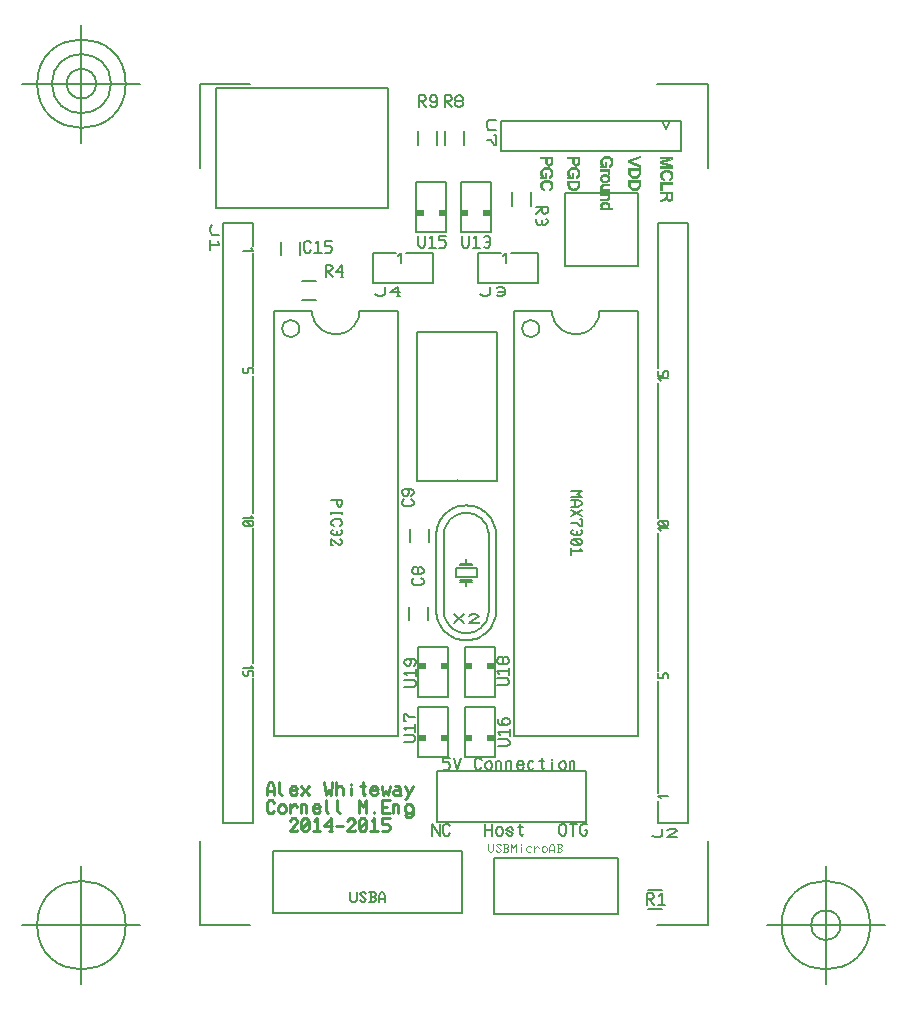
<source format=gbr>
G04 Generated by Ultiboard 11.0 *
%FSLAX25Y25*%
%MOIN*%

%ADD10C,0.00800*%
%ADD11C,0.00611*%
%ADD12C,0.00444*%
%ADD13C,0.00556*%
%ADD14C,0.00612*%
%ADD15C,0.00004*%
%ADD16C,0.01000*%
%ADD17C,0.00787*%
%ADD18C,0.00005*%
%ADD19C,0.00500*%
%ADD20C,0.00005*%


G04 ColorRGB FFFF00 for the following layer *
%LNSilkscreen Top*%
%LPD*%
%FSLAX25Y25*%
%MOIN*%
G54D10*
X-1179Y204444D02*
X-1774Y203333D01*
X-1774Y203333D02*
X-1774Y202222D01*
X-1774Y202222D02*
X-1179Y201111D01*
X-1179Y201111D02*
X1202Y201111D01*
X607Y198889D02*
X1202Y197778D01*
X1202Y197778D02*
X-1774Y197778D01*
X-1774Y199444D02*
X-1774Y196111D01*
X145556Y821D02*
X146667Y226D01*
X146667Y226D02*
X147778Y226D01*
X147778Y226D02*
X148889Y821D01*
X148889Y821D02*
X148889Y3202D01*
X150556Y2607D02*
X151667Y3202D01*
X151667Y3202D02*
X152778Y3202D01*
X152778Y3202D02*
X153889Y2607D01*
X153889Y2607D02*
X153889Y2310D01*
X153889Y2310D02*
X150556Y226D01*
X150556Y226D02*
X153889Y226D01*
X153889Y226D02*
X153889Y524D01*
X93286Y239528D02*
X90905Y239528D01*
X90905Y239528D02*
X90310Y238417D01*
X90310Y238417D02*
X90310Y237306D01*
X90310Y237306D02*
X90905Y236194D01*
X90905Y236194D02*
X93286Y236194D01*
X90310Y232861D02*
X91798Y232861D01*
X91798Y232861D02*
X92690Y231194D01*
X92690Y231194D02*
X93286Y231194D01*
X93286Y231194D02*
X93286Y234528D01*
X93286Y234528D02*
X92690Y234528D01*
X62594Y32010D02*
X65743Y32010D01*
X65743Y32010D02*
X66531Y32794D01*
X66531Y32794D02*
X66531Y33578D01*
X66531Y33578D02*
X65743Y34362D01*
X65743Y34362D02*
X62594Y34362D01*
X63381Y35929D02*
X62594Y36713D01*
X62594Y36713D02*
X66531Y36713D01*
X66531Y35537D02*
X66531Y37889D01*
X66531Y40240D02*
X64562Y40240D01*
X64562Y40240D02*
X63381Y41416D01*
X63381Y41416D02*
X62594Y41416D01*
X62594Y41416D02*
X62594Y39065D01*
X62594Y39065D02*
X63381Y39065D01*
X62894Y50410D02*
X66043Y50410D01*
X66043Y50410D02*
X66831Y51194D01*
X66831Y51194D02*
X66831Y51978D01*
X66831Y51978D02*
X66043Y52762D01*
X66043Y52762D02*
X62894Y52762D01*
X63681Y54329D02*
X62894Y55113D01*
X62894Y55113D02*
X66831Y55113D01*
X66831Y53937D02*
X66831Y56289D01*
X66043Y57465D02*
X66831Y58248D01*
X66831Y58248D02*
X66831Y59032D01*
X66831Y59032D02*
X66043Y59816D01*
X66043Y59816D02*
X64469Y59816D01*
X64469Y59816D02*
X63681Y59816D01*
X63681Y59816D02*
X62894Y59032D01*
X62894Y59032D02*
X62894Y58248D01*
X62894Y58248D02*
X63681Y57465D01*
X63681Y57465D02*
X64469Y57465D01*
X64469Y57465D02*
X65256Y58248D01*
X65256Y58248D02*
X65256Y59032D01*
X65256Y59032D02*
X64469Y59816D01*
X93794Y50910D02*
X96943Y50910D01*
X96943Y50910D02*
X97731Y51694D01*
X97731Y51694D02*
X97731Y52478D01*
X97731Y52478D02*
X96943Y53262D01*
X96943Y53262D02*
X93794Y53262D01*
X94581Y54829D02*
X93794Y55613D01*
X93794Y55613D02*
X97731Y55613D01*
X97731Y54437D02*
X97731Y56789D01*
X97731Y59532D02*
X97731Y58748D01*
X97731Y58748D02*
X96943Y57965D01*
X96943Y57965D02*
X96156Y57965D01*
X96156Y57965D02*
X95762Y58357D01*
X95762Y58357D02*
X95369Y57965D01*
X95369Y57965D02*
X94581Y57965D01*
X94581Y57965D02*
X93794Y58748D01*
X93794Y58748D02*
X93794Y59532D01*
X93794Y59532D02*
X94581Y60316D01*
X94581Y60316D02*
X95369Y60316D01*
X95369Y60316D02*
X95762Y59924D01*
X95762Y59924D02*
X96156Y60316D01*
X96156Y60316D02*
X96943Y60316D01*
X96943Y60316D02*
X97731Y59532D01*
X95762Y58357D02*
X95762Y59924D01*
X93994Y30610D02*
X97143Y30610D01*
X97143Y30610D02*
X97931Y31394D01*
X97931Y31394D02*
X97931Y32178D01*
X97931Y32178D02*
X97143Y32962D01*
X97143Y32962D02*
X93994Y32962D01*
X94781Y34529D02*
X93994Y35313D01*
X93994Y35313D02*
X97931Y35313D01*
X97931Y34137D02*
X97931Y36489D01*
X93994Y39624D02*
X93994Y38448D01*
X93994Y38448D02*
X94781Y37665D01*
X94781Y37665D02*
X96356Y37665D01*
X96356Y37665D02*
X97143Y37665D01*
X97143Y37665D02*
X97931Y38448D01*
X97931Y38448D02*
X97931Y39232D01*
X97931Y39232D02*
X97143Y40016D01*
X97143Y40016D02*
X96356Y40016D01*
X96356Y40016D02*
X95569Y39232D01*
X95569Y39232D02*
X95569Y38448D01*
X95569Y38448D02*
X96356Y37665D01*
X79356Y74802D02*
X82689Y71826D01*
X79356Y71826D02*
X82689Y74802D01*
X84356Y74207D02*
X85467Y74802D01*
X85467Y74802D02*
X86578Y74802D01*
X86578Y74802D02*
X87689Y74207D01*
X87689Y74207D02*
X87689Y73910D01*
X87689Y73910D02*
X84356Y71826D01*
X84356Y71826D02*
X87689Y71826D01*
X87689Y71826D02*
X87689Y72124D01*
X53056Y181321D02*
X54167Y180726D01*
X54167Y180726D02*
X55278Y180726D01*
X55278Y180726D02*
X56389Y181321D01*
X56389Y181321D02*
X56389Y183702D01*
X61389Y181917D02*
X58056Y181917D01*
X58056Y181917D02*
X60833Y183702D01*
X60833Y183702D02*
X60833Y180726D01*
X60278Y180726D02*
X61389Y180726D01*
X88056Y181321D02*
X89167Y180726D01*
X89167Y180726D02*
X90278Y180726D01*
X90278Y180726D02*
X91389Y181321D01*
X91389Y181321D02*
X91389Y183702D01*
X93611Y183405D02*
X94167Y183702D01*
X94167Y183702D02*
X95278Y183702D01*
X95278Y183702D02*
X96389Y183107D01*
X96389Y183107D02*
X96389Y182512D01*
X96389Y182512D02*
X95833Y182214D01*
X95833Y182214D02*
X96389Y181917D01*
X96389Y181917D02*
X96389Y181321D01*
X96389Y181321D02*
X95278Y180726D01*
X95278Y180726D02*
X94167Y180726D01*
X94167Y180726D02*
X93611Y181024D01*
X94167Y182214D02*
X95833Y182214D01*
X67492Y200806D02*
X67492Y197657D01*
X67492Y197657D02*
X68276Y196869D01*
X68276Y196869D02*
X69060Y196869D01*
X69060Y196869D02*
X69843Y197657D01*
X69843Y197657D02*
X69843Y200806D01*
X71411Y200019D02*
X72195Y200806D01*
X72195Y200806D02*
X72195Y196869D01*
X71019Y196869D02*
X73371Y196869D01*
X76898Y200806D02*
X74547Y200806D01*
X74547Y200806D02*
X74547Y199231D01*
X74547Y199231D02*
X76114Y199231D01*
X76114Y199231D02*
X76898Y198444D01*
X76898Y198444D02*
X76898Y197657D01*
X76898Y197657D02*
X76114Y196869D01*
X76114Y196869D02*
X74547Y196869D01*
X82092Y200706D02*
X82092Y197557D01*
X82092Y197557D02*
X82876Y196769D01*
X82876Y196769D02*
X83660Y196769D01*
X83660Y196769D02*
X84443Y197557D01*
X84443Y197557D02*
X84443Y200706D01*
X86011Y199919D02*
X86795Y200706D01*
X86795Y200706D02*
X86795Y196769D01*
X85619Y196769D02*
X87971Y196769D01*
X89538Y200313D02*
X89930Y200706D01*
X89930Y200706D02*
X90714Y200706D01*
X90714Y200706D02*
X91498Y199919D01*
X91498Y199919D02*
X91498Y199131D01*
X91498Y199131D02*
X91106Y198738D01*
X91106Y198738D02*
X91498Y198344D01*
X91498Y198344D02*
X91498Y197557D01*
X91498Y197557D02*
X90714Y196769D01*
X90714Y196769D02*
X89930Y196769D01*
X89930Y196769D02*
X89538Y197163D01*
X89930Y198738D02*
X91106Y198738D01*
X2500Y5000D02*
X2500Y205000D01*
X12500Y154167D02*
X12500Y108333D01*
X12500Y103333D02*
X12500Y58333D01*
X12500Y5000D02*
X12500Y53333D01*
X12500Y5000D02*
X2500Y5000D01*
X9167Y56667D02*
X12500Y56667D01*
X9167Y55000D02*
X9170Y54927D01*
X9170Y54927D02*
X9179Y54855D01*
X9179Y54855D02*
X9195Y54784D01*
X9195Y54784D02*
X9217Y54715D01*
X9217Y54715D02*
X9245Y54648D01*
X9245Y54648D02*
X9278Y54583D01*
X9278Y54583D02*
X9317Y54522D01*
X9317Y54522D02*
X9362Y54464D01*
X9362Y54464D02*
X9411Y54411D01*
X9411Y54411D02*
X9464Y54362D01*
X9464Y54362D02*
X9522Y54317D01*
X9522Y54317D02*
X9583Y54278D01*
X9583Y54278D02*
X9648Y54245D01*
X9648Y54245D02*
X9715Y54217D01*
X9715Y54217D02*
X9784Y54195D01*
X9784Y54195D02*
X9855Y54179D01*
X9855Y54179D02*
X9927Y54170D01*
X9927Y54170D02*
X10000Y54167D01*
X10000Y54167D02*
X10073Y54170D01*
X10073Y54170D02*
X10145Y54179D01*
X10145Y54179D02*
X10216Y54195D01*
X10216Y54195D02*
X10285Y54217D01*
X10285Y54217D02*
X10352Y54245D01*
X10352Y54245D02*
X10417Y54278D01*
X10417Y54278D02*
X10478Y54317D01*
X10478Y54317D02*
X10536Y54362D01*
X10536Y54362D02*
X10589Y54411D01*
X10589Y54411D02*
X10638Y54464D01*
X10638Y54464D02*
X10683Y54522D01*
X10683Y54522D02*
X10722Y54583D01*
X10722Y54583D02*
X10755Y54648D01*
X10755Y54648D02*
X10783Y54715D01*
X10783Y54715D02*
X10805Y54784D01*
X10805Y54784D02*
X10821Y54855D01*
X10821Y54855D02*
X10830Y54927D01*
X10830Y54927D02*
X10833Y55000D01*
X9167Y55833D02*
X9167Y55000D01*
X10833Y55833D02*
X12500Y55833D01*
X10833Y55833D02*
X10833Y55000D01*
X12500Y56667D02*
X11667Y57500D01*
X12500Y55833D02*
X12500Y54167D01*
X9167Y106667D02*
X12500Y106667D01*
X10000Y105833D02*
X9927Y105830D01*
X9927Y105830D02*
X9855Y105821D01*
X9855Y105821D02*
X9784Y105805D01*
X9784Y105805D02*
X9715Y105783D01*
X9715Y105783D02*
X9648Y105755D01*
X9648Y105755D02*
X9583Y105722D01*
X9583Y105722D02*
X9522Y105683D01*
X9522Y105683D02*
X9464Y105638D01*
X9464Y105638D02*
X9411Y105589D01*
X9411Y105589D02*
X9362Y105536D01*
X9362Y105536D02*
X9317Y105478D01*
X9317Y105478D02*
X9278Y105417D01*
X9278Y105417D02*
X9245Y105352D01*
X9245Y105352D02*
X9217Y105285D01*
X9217Y105285D02*
X9195Y105216D01*
X9195Y105216D02*
X9179Y105145D01*
X9179Y105145D02*
X9170Y105073D01*
X9170Y105073D02*
X9167Y105000D01*
X9167Y105000D02*
X9170Y104927D01*
X9170Y104927D02*
X9179Y104855D01*
X9179Y104855D02*
X9195Y104784D01*
X9195Y104784D02*
X9217Y104715D01*
X9217Y104715D02*
X9245Y104648D01*
X9245Y104648D02*
X9278Y104583D01*
X9278Y104583D02*
X9317Y104522D01*
X9317Y104522D02*
X9362Y104464D01*
X9362Y104464D02*
X9411Y104411D01*
X9411Y104411D02*
X9464Y104362D01*
X9464Y104362D02*
X9522Y104317D01*
X9522Y104317D02*
X9583Y104278D01*
X9583Y104278D02*
X9648Y104245D01*
X9648Y104245D02*
X9715Y104217D01*
X9715Y104217D02*
X9784Y104195D01*
X9784Y104195D02*
X9855Y104179D01*
X9855Y104179D02*
X9927Y104170D01*
X9927Y104170D02*
X10000Y104167D01*
X10000Y104167D02*
X10000Y104167D01*
X11667Y104167D02*
X10000Y105833D01*
X10000Y105833D02*
X11667Y105833D01*
X11667Y104167D02*
X10000Y104167D01*
X12500Y106667D02*
X11667Y107500D01*
X11667Y104167D02*
X11739Y104170D01*
X11739Y104170D02*
X11811Y104179D01*
X11811Y104179D02*
X11882Y104195D01*
X11882Y104195D02*
X11952Y104217D01*
X11952Y104217D02*
X12019Y104245D01*
X12019Y104245D02*
X12083Y104278D01*
X12083Y104278D02*
X12145Y104317D01*
X12145Y104317D02*
X12202Y104362D01*
X12202Y104362D02*
X12256Y104411D01*
X12256Y104411D02*
X12305Y104464D01*
X12305Y104464D02*
X12349Y104522D01*
X12349Y104522D02*
X12388Y104583D01*
X12388Y104583D02*
X12422Y104648D01*
X12422Y104648D02*
X12450Y104715D01*
X12450Y104715D02*
X12471Y104784D01*
X12471Y104784D02*
X12487Y104855D01*
X12487Y104855D02*
X12497Y104927D01*
X12497Y104927D02*
X12500Y105000D01*
X12500Y105000D02*
X12497Y105073D01*
X12497Y105073D02*
X12487Y105145D01*
X12487Y105145D02*
X12471Y105216D01*
X12471Y105216D02*
X12450Y105285D01*
X12450Y105285D02*
X12422Y105352D01*
X12422Y105352D02*
X12388Y105417D01*
X12388Y105417D02*
X12349Y105478D01*
X12349Y105478D02*
X12305Y105536D01*
X12305Y105536D02*
X12256Y105589D01*
X12256Y105589D02*
X12202Y105638D01*
X12202Y105638D02*
X12145Y105683D01*
X12145Y105683D02*
X12083Y105722D01*
X12083Y105722D02*
X12019Y105755D01*
X12019Y105755D02*
X11952Y105783D01*
X11952Y105783D02*
X11882Y105805D01*
X11882Y105805D02*
X11811Y105821D01*
X11811Y105821D02*
X11739Y105830D01*
X11739Y105830D02*
X11667Y105833D01*
X12500Y195000D02*
X12500Y157500D01*
X9167Y156667D02*
X9167Y155833D01*
X9167Y155833D02*
X9170Y155761D01*
X9170Y155761D02*
X9179Y155689D01*
X9179Y155689D02*
X9195Y155618D01*
X9195Y155618D02*
X9217Y155548D01*
X9217Y155548D02*
X9245Y155481D01*
X9245Y155481D02*
X9278Y155417D01*
X9278Y155417D02*
X9317Y155355D01*
X9317Y155355D02*
X9362Y155298D01*
X9362Y155298D02*
X9411Y155244D01*
X9411Y155244D02*
X9464Y155195D01*
X9464Y155195D02*
X9522Y155151D01*
X9522Y155151D02*
X9583Y155112D01*
X9583Y155112D02*
X9648Y155078D01*
X9648Y155078D02*
X9715Y155050D01*
X9715Y155050D02*
X9784Y155029D01*
X9784Y155029D02*
X9855Y155013D01*
X9855Y155013D02*
X9927Y155003D01*
X9927Y155003D02*
X10000Y155000D01*
X10000Y155000D02*
X10073Y155003D01*
X10073Y155003D02*
X10145Y155013D01*
X10145Y155013D02*
X10216Y155029D01*
X10216Y155029D02*
X10285Y155050D01*
X10285Y155050D02*
X10352Y155078D01*
X10352Y155078D02*
X10417Y155112D01*
X10417Y155112D02*
X10478Y155151D01*
X10478Y155151D02*
X10536Y155195D01*
X10536Y155195D02*
X10589Y155244D01*
X10589Y155244D02*
X10638Y155298D01*
X10638Y155298D02*
X10683Y155355D01*
X10683Y155355D02*
X10722Y155417D01*
X10722Y155417D02*
X10755Y155481D01*
X10755Y155481D02*
X10783Y155548D01*
X10783Y155548D02*
X10805Y155618D01*
X10805Y155618D02*
X10821Y155689D01*
X10821Y155689D02*
X10830Y155761D01*
X10830Y155761D02*
X10833Y155833D01*
X12500Y156667D02*
X12500Y155000D01*
X10833Y156667D02*
X10833Y155833D01*
X10833Y156667D02*
X12500Y156667D01*
X2500Y205000D02*
X12500Y205000D01*
X12500Y205000D02*
X12500Y197500D01*
X12500Y195833D02*
X9167Y195833D01*
X11667Y196667D02*
X12500Y195833D01*
X0Y250000D02*
X0Y210000D01*
X0Y210000D02*
X57500Y210000D01*
X57500Y250000D02*
X0Y250000D01*
X57500Y210000D02*
X57500Y250000D01*
X157500Y205000D02*
X157500Y5000D01*
X147500Y106667D02*
X147500Y151667D01*
X147500Y55833D02*
X147500Y101667D01*
X157500Y5000D02*
X147500Y5000D01*
X147500Y15000D02*
X147500Y52500D01*
X147500Y14167D02*
X150833Y14167D01*
X148333Y13333D02*
X147500Y14167D01*
X147500Y5000D02*
X147500Y12500D01*
X150833Y54167D02*
X150830Y54239D01*
X150830Y54239D02*
X150821Y54311D01*
X150821Y54311D02*
X150805Y54382D01*
X150805Y54382D02*
X150783Y54452D01*
X150783Y54452D02*
X150755Y54519D01*
X150755Y54519D02*
X150722Y54583D01*
X150722Y54583D02*
X150683Y54645D01*
X150683Y54645D02*
X150638Y54702D01*
X150638Y54702D02*
X150589Y54756D01*
X150589Y54756D02*
X150536Y54805D01*
X150536Y54805D02*
X150478Y54849D01*
X150478Y54849D02*
X150417Y54888D01*
X150417Y54888D02*
X150352Y54922D01*
X150352Y54922D02*
X150285Y54950D01*
X150285Y54950D02*
X150216Y54971D01*
X150216Y54971D02*
X150145Y54987D01*
X150145Y54987D02*
X150073Y54997D01*
X150073Y54997D02*
X150000Y55000D01*
X150000Y55000D02*
X149927Y54997D01*
X149927Y54997D02*
X149855Y54987D01*
X149855Y54987D02*
X149784Y54971D01*
X149784Y54971D02*
X149715Y54950D01*
X149715Y54950D02*
X149648Y54922D01*
X149648Y54922D02*
X149583Y54888D01*
X149583Y54888D02*
X149522Y54849D01*
X149522Y54849D02*
X149464Y54805D01*
X149464Y54805D02*
X149411Y54756D01*
X149411Y54756D02*
X149362Y54702D01*
X149362Y54702D02*
X149317Y54645D01*
X149317Y54645D02*
X149278Y54583D01*
X149278Y54583D02*
X149245Y54519D01*
X149245Y54519D02*
X149217Y54452D01*
X149217Y54452D02*
X149195Y54382D01*
X149195Y54382D02*
X149179Y54311D01*
X149179Y54311D02*
X149170Y54239D01*
X149170Y54239D02*
X149167Y54167D01*
X149167Y53333D02*
X147500Y53333D01*
X147500Y53333D02*
X147500Y55000D01*
X149167Y53333D02*
X149167Y54167D01*
X150833Y53333D02*
X150833Y54167D01*
X150833Y103333D02*
X147500Y103333D01*
X150000Y104167D02*
X150073Y104170D01*
X150073Y104170D02*
X150145Y104179D01*
X150145Y104179D02*
X150216Y104195D01*
X150216Y104195D02*
X150285Y104217D01*
X150285Y104217D02*
X150352Y104245D01*
X150352Y104245D02*
X150417Y104278D01*
X150417Y104278D02*
X150478Y104317D01*
X150478Y104317D02*
X150536Y104362D01*
X150536Y104362D02*
X150589Y104411D01*
X150589Y104411D02*
X150638Y104464D01*
X150638Y104464D02*
X150683Y104522D01*
X150683Y104522D02*
X150722Y104583D01*
X150722Y104583D02*
X150755Y104648D01*
X150755Y104648D02*
X150783Y104715D01*
X150783Y104715D02*
X150805Y104784D01*
X150805Y104784D02*
X150821Y104855D01*
X150821Y104855D02*
X150830Y104927D01*
X150830Y104927D02*
X150833Y105000D01*
X150833Y105000D02*
X150830Y105073D01*
X150830Y105073D02*
X150821Y105145D01*
X150821Y105145D02*
X150805Y105216D01*
X150805Y105216D02*
X150783Y105285D01*
X150783Y105285D02*
X150755Y105352D01*
X150755Y105352D02*
X150722Y105417D01*
X150722Y105417D02*
X150683Y105478D01*
X150683Y105478D02*
X150638Y105536D01*
X150638Y105536D02*
X150589Y105589D01*
X150589Y105589D02*
X150536Y105638D01*
X150536Y105638D02*
X150478Y105683D01*
X150478Y105683D02*
X150417Y105722D01*
X150417Y105722D02*
X150352Y105755D01*
X150352Y105755D02*
X150285Y105783D01*
X150285Y105783D02*
X150216Y105805D01*
X150216Y105805D02*
X150145Y105821D01*
X150145Y105821D02*
X150073Y105830D01*
X150073Y105830D02*
X150000Y105833D01*
X148333Y105833D02*
X150000Y104167D01*
X150000Y104167D02*
X148333Y104167D01*
X148333Y105833D02*
X150000Y105833D01*
X148333Y105833D02*
X148261Y105830D01*
X148261Y105830D02*
X148189Y105821D01*
X148189Y105821D02*
X148118Y105805D01*
X148118Y105805D02*
X148048Y105783D01*
X148048Y105783D02*
X147981Y105755D01*
X147981Y105755D02*
X147917Y105722D01*
X147917Y105722D02*
X147855Y105683D01*
X147855Y105683D02*
X147798Y105638D01*
X147798Y105638D02*
X147744Y105589D01*
X147744Y105589D02*
X147695Y105536D01*
X147695Y105536D02*
X147651Y105478D01*
X147651Y105478D02*
X147612Y105417D01*
X147612Y105417D02*
X147578Y105352D01*
X147578Y105352D02*
X147550Y105285D01*
X147550Y105285D02*
X147529Y105216D01*
X147529Y105216D02*
X147513Y105145D01*
X147513Y105145D02*
X147503Y105073D01*
X147503Y105073D02*
X147500Y105000D01*
X147500Y105000D02*
X147503Y104927D01*
X147503Y104927D02*
X147513Y104855D01*
X147513Y104855D02*
X147529Y104784D01*
X147529Y104784D02*
X147550Y104715D01*
X147550Y104715D02*
X147578Y104648D01*
X147578Y104648D02*
X147612Y104583D01*
X147612Y104583D02*
X147651Y104522D01*
X147651Y104522D02*
X147695Y104464D01*
X147695Y104464D02*
X147744Y104411D01*
X147744Y104411D02*
X147798Y104362D01*
X147798Y104362D02*
X147855Y104317D01*
X147855Y104317D02*
X147917Y104278D01*
X147917Y104278D02*
X147981Y104245D01*
X147981Y104245D02*
X148048Y104217D01*
X148048Y104217D02*
X148118Y104195D01*
X148118Y104195D02*
X148189Y104179D01*
X148189Y104179D02*
X148261Y104170D01*
X148261Y104170D02*
X148333Y104167D01*
X147500Y103333D02*
X148333Y102500D01*
X147500Y205000D02*
X147500Y156667D01*
X150833Y153333D02*
X147500Y153333D01*
X150833Y155000D02*
X150830Y155073D01*
X150830Y155073D02*
X150821Y155145D01*
X150821Y155145D02*
X150805Y155216D01*
X150805Y155216D02*
X150783Y155285D01*
X150783Y155285D02*
X150755Y155352D01*
X150755Y155352D02*
X150722Y155417D01*
X150722Y155417D02*
X150683Y155478D01*
X150683Y155478D02*
X150638Y155536D01*
X150638Y155536D02*
X150589Y155589D01*
X150589Y155589D02*
X150536Y155638D01*
X150536Y155638D02*
X150478Y155683D01*
X150478Y155683D02*
X150417Y155722D01*
X150417Y155722D02*
X150352Y155755D01*
X150352Y155755D02*
X150285Y155783D01*
X150285Y155783D02*
X150216Y155805D01*
X150216Y155805D02*
X150145Y155821D01*
X150145Y155821D02*
X150073Y155830D01*
X150073Y155830D02*
X150000Y155833D01*
X150000Y155833D02*
X149927Y155830D01*
X149927Y155830D02*
X149855Y155821D01*
X149855Y155821D02*
X149784Y155805D01*
X149784Y155805D02*
X149715Y155783D01*
X149715Y155783D02*
X149648Y155755D01*
X149648Y155755D02*
X149583Y155722D01*
X149583Y155722D02*
X149522Y155683D01*
X149522Y155683D02*
X149464Y155638D01*
X149464Y155638D02*
X149411Y155589D01*
X149411Y155589D02*
X149362Y155536D01*
X149362Y155536D02*
X149317Y155478D01*
X149317Y155478D02*
X149278Y155417D01*
X149278Y155417D02*
X149245Y155352D01*
X149245Y155352D02*
X149217Y155285D01*
X149217Y155285D02*
X149195Y155216D01*
X149195Y155216D02*
X149179Y155145D01*
X149179Y155145D02*
X149170Y155073D01*
X149170Y155073D02*
X149167Y155000D01*
X149167Y154167D02*
X147500Y154167D01*
X147500Y153333D02*
X148333Y152500D01*
X147500Y154167D02*
X147500Y155833D01*
X149167Y154167D02*
X149167Y155000D01*
X150833Y154167D02*
X150833Y155000D01*
X147500Y205000D02*
X157500Y205000D01*
X134169Y-6516D02*
X92831Y-6516D01*
X92831Y-25217D02*
X134169Y-25217D01*
X92831Y-6516D02*
X92831Y-25217D01*
X134169Y-25217D02*
X134169Y-6516D01*
X81996Y-4126D02*
X19004Y-4126D01*
X81996Y-25000D02*
X19004Y-25000D01*
X19004Y-4126D02*
X19004Y-25000D01*
X81996Y-25000D02*
X81996Y-4126D01*
X155000Y239000D02*
X95000Y239000D01*
X95000Y229000D02*
X155000Y229000D01*
X95000Y239000D02*
X95000Y229000D01*
X151333Y239000D02*
X150000Y236500D01*
X150000Y236500D02*
X148833Y239000D01*
X155000Y229000D02*
X155000Y239000D01*
X116295Y190795D02*
X140705Y190795D01*
X140705Y215205D02*
X116295Y215205D01*
X116295Y215205D02*
X116295Y190795D01*
X140705Y190795D02*
X140705Y215205D01*
X99331Y34134D02*
X140669Y34134D01*
X112126Y175866D02*
X112156Y175180D01*
X112156Y175180D02*
X112246Y174499D01*
X112246Y174499D02*
X112394Y173828D01*
X112394Y173828D02*
X112601Y173173D01*
X112601Y173173D02*
X112864Y172538D01*
X112864Y172538D02*
X113181Y171929D01*
X113181Y171929D02*
X113550Y171350D01*
X113550Y171350D02*
X113968Y170805D01*
X113968Y170805D02*
X114432Y170298D01*
X114432Y170298D02*
X114939Y169834D01*
X114939Y169834D02*
X115484Y169416D01*
X115484Y169416D02*
X116063Y169047D01*
X116063Y169047D02*
X116672Y168730D01*
X116672Y168730D02*
X117307Y168467D01*
X117307Y168467D02*
X117962Y168260D01*
X117962Y168260D02*
X118633Y168112D01*
X118633Y168112D02*
X119314Y168022D01*
X119314Y168022D02*
X120000Y167992D01*
X120000Y167992D02*
X120686Y168022D01*
X120686Y168022D02*
X121367Y168112D01*
X121367Y168112D02*
X122038Y168260D01*
X122038Y168260D02*
X122693Y168467D01*
X122693Y168467D02*
X123328Y168730D01*
X123328Y168730D02*
X123937Y169047D01*
X123937Y169047D02*
X124516Y169416D01*
X124516Y169416D02*
X125061Y169834D01*
X125061Y169834D02*
X125568Y170298D01*
X125568Y170298D02*
X126032Y170805D01*
X126032Y170805D02*
X126450Y171350D01*
X126450Y171350D02*
X126819Y171929D01*
X126819Y171929D02*
X127136Y172538D01*
X127136Y172538D02*
X127399Y173173D01*
X127399Y173173D02*
X127606Y173828D01*
X127606Y173828D02*
X127754Y174499D01*
X127754Y174499D02*
X127844Y175180D01*
X127844Y175180D02*
X127874Y175866D01*
X127874Y175866D02*
X127874Y175866D01*
X99331Y175866D02*
X99331Y34134D01*
X112126Y175866D02*
X99331Y175866D01*
X102146Y169854D02*
G75*
D01*
G02X102146Y169854I2854J0*
G01*
X140669Y34134D02*
X140669Y175866D01*
X140669Y175866D02*
X127874Y175866D01*
X73700Y5550D02*
X123300Y5550D01*
X123300Y22450D02*
X73700Y22450D01*
X73700Y22450D02*
X73700Y5550D01*
X123300Y5550D02*
X123300Y22450D01*
X60669Y34134D02*
X60669Y175866D01*
X19331Y175866D02*
X19331Y34134D01*
X19331Y34134D02*
X60669Y34134D01*
X32126Y175866D02*
X19331Y175866D01*
X22146Y169854D02*
G75*
D01*
G02X22146Y169854I2854J0*
G01*
X32126Y175866D02*
X32156Y175180D01*
X32156Y175180D02*
X32246Y174499D01*
X32246Y174499D02*
X32394Y173828D01*
X32394Y173828D02*
X32601Y173173D01*
X32601Y173173D02*
X32864Y172538D01*
X32864Y172538D02*
X33181Y171929D01*
X33181Y171929D02*
X33550Y171350D01*
X33550Y171350D02*
X33968Y170805D01*
X33968Y170805D02*
X34432Y170298D01*
X34432Y170298D02*
X34939Y169834D01*
X34939Y169834D02*
X35484Y169416D01*
X35484Y169416D02*
X36063Y169047D01*
X36063Y169047D02*
X36672Y168730D01*
X36672Y168730D02*
X37307Y168467D01*
X37307Y168467D02*
X37962Y168260D01*
X37962Y168260D02*
X38633Y168112D01*
X38633Y168112D02*
X39314Y168022D01*
X39314Y168022D02*
X40000Y167992D01*
X40000Y167992D02*
X40686Y168022D01*
X40686Y168022D02*
X41367Y168112D01*
X41367Y168112D02*
X42038Y168260D01*
X42038Y168260D02*
X42693Y168467D01*
X42693Y168467D02*
X43328Y168730D01*
X43328Y168730D02*
X43937Y169047D01*
X43937Y169047D02*
X44516Y169416D01*
X44516Y169416D02*
X45061Y169834D01*
X45061Y169834D02*
X45568Y170298D01*
X45568Y170298D02*
X46032Y170805D01*
X46032Y170805D02*
X46450Y171350D01*
X46450Y171350D02*
X46819Y171929D01*
X46819Y171929D02*
X47136Y172538D01*
X47136Y172538D02*
X47399Y173173D01*
X47399Y173173D02*
X47606Y173828D01*
X47606Y173828D02*
X47754Y174499D01*
X47754Y174499D02*
X47844Y175180D01*
X47844Y175180D02*
X47874Y175866D01*
X47874Y175866D02*
X47874Y175866D01*
X60669Y175866D02*
X47874Y175866D01*
X93900Y119200D02*
X93900Y168800D01*
X67100Y168800D02*
X67100Y119200D01*
X67100Y119200D02*
X80400Y119200D01*
X80600Y119200D02*
X93900Y119200D01*
X80600Y119200D02*
X80600Y119209D01*
X80600Y119209D02*
X80598Y119217D01*
X80598Y119217D02*
X80597Y119226D01*
X80597Y119226D02*
X80594Y119234D01*
X80594Y119234D02*
X80591Y119242D01*
X80591Y119242D02*
X80587Y119250D01*
X80587Y119250D02*
X80582Y119257D01*
X80582Y119257D02*
X80577Y119264D01*
X80577Y119264D02*
X80571Y119271D01*
X80571Y119271D02*
X80564Y119277D01*
X80564Y119277D02*
X80557Y119282D01*
X80557Y119282D02*
X80550Y119287D01*
X80550Y119287D02*
X80542Y119291D01*
X80542Y119291D02*
X80534Y119294D01*
X80534Y119294D02*
X80526Y119297D01*
X80526Y119297D02*
X80517Y119298D01*
X80517Y119298D02*
X80509Y119300D01*
X80509Y119300D02*
X80500Y119300D01*
X80500Y119300D02*
X80491Y119300D01*
X80491Y119300D02*
X80483Y119298D01*
X80483Y119298D02*
X80474Y119297D01*
X80474Y119297D02*
X80466Y119294D01*
X80466Y119294D02*
X80458Y119291D01*
X80458Y119291D02*
X80450Y119287D01*
X80450Y119287D02*
X80443Y119282D01*
X80443Y119282D02*
X80436Y119277D01*
X80436Y119277D02*
X80429Y119271D01*
X80429Y119271D02*
X80423Y119264D01*
X80423Y119264D02*
X80418Y119257D01*
X80418Y119257D02*
X80413Y119250D01*
X80413Y119250D02*
X80409Y119242D01*
X80409Y119242D02*
X80406Y119234D01*
X80406Y119234D02*
X80403Y119226D01*
X80403Y119226D02*
X80402Y119217D01*
X80402Y119217D02*
X80400Y119209D01*
X80400Y119209D02*
X80400Y119200D01*
X93900Y168800D02*
X67100Y168800D01*
X67500Y27167D02*
X67500Y43833D01*
X77500Y43833D02*
X77500Y27167D01*
X77500Y27167D02*
X67500Y27167D01*
X67500Y43833D02*
X77500Y43833D01*
X77500Y63833D02*
X77500Y47167D01*
X67500Y47167D02*
X67500Y63833D01*
X77500Y47167D02*
X67500Y47167D01*
X67500Y63833D02*
X77500Y63833D01*
X93000Y63833D02*
X93000Y47167D01*
X83000Y47167D02*
X83000Y63833D01*
X93000Y47167D02*
X83000Y47167D01*
X83000Y63833D02*
X93000Y63833D01*
X83000Y27167D02*
X83000Y43833D01*
X93000Y43833D02*
X93000Y27167D01*
X93000Y27167D02*
X83000Y27167D01*
X83000Y43833D02*
X93000Y43833D01*
X93500Y100917D02*
X93500Y75917D01*
X76000Y100917D02*
X76000Y75917D01*
X73500Y100917D02*
X73500Y75917D01*
X91000Y100917D02*
X91000Y75917D01*
X73500Y75917D02*
X73538Y75045D01*
X73538Y75045D02*
X73652Y74180D01*
X73652Y74180D02*
X73841Y73328D01*
X73841Y73328D02*
X74103Y72496D01*
X74103Y72496D02*
X74437Y71690D01*
X74437Y71690D02*
X74840Y70917D01*
X74840Y70917D02*
X75308Y70181D01*
X75308Y70181D02*
X75840Y69489D01*
X75840Y69489D02*
X76429Y68845D01*
X76429Y68845D02*
X77072Y68256D01*
X77072Y68256D02*
X77764Y67725D01*
X77764Y67725D02*
X78500Y67256D01*
X78500Y67256D02*
X79274Y66853D01*
X79274Y66853D02*
X80080Y66520D01*
X80080Y66520D02*
X80912Y66257D01*
X80912Y66257D02*
X81764Y66068D01*
X81764Y66068D02*
X82628Y65955D01*
X82628Y65955D02*
X83500Y65917D01*
X83500Y65917D02*
X84372Y65955D01*
X84372Y65955D02*
X85236Y66068D01*
X85236Y66068D02*
X86088Y66257D01*
X86088Y66257D02*
X86920Y66520D01*
X86920Y66520D02*
X87726Y66853D01*
X87726Y66853D02*
X88500Y67256D01*
X88500Y67256D02*
X89236Y67725D01*
X89236Y67725D02*
X89928Y68256D01*
X89928Y68256D02*
X90571Y68845D01*
X90571Y68845D02*
X91160Y69489D01*
X91160Y69489D02*
X91692Y70181D01*
X91692Y70181D02*
X92160Y70917D01*
X92160Y70917D02*
X92563Y71690D01*
X92563Y71690D02*
X92897Y72496D01*
X92897Y72496D02*
X93159Y73328D01*
X93159Y73328D02*
X93348Y74180D01*
X93348Y74180D02*
X93462Y75045D01*
X93462Y75045D02*
X93500Y75917D01*
X93500Y75917D02*
X93500Y75917D01*
X76000Y75917D02*
X76029Y75263D01*
X76029Y75263D02*
X76114Y74614D01*
X76114Y74614D02*
X76256Y73975D01*
X76256Y73975D02*
X76452Y73351D01*
X76452Y73351D02*
X76703Y72747D01*
X76703Y72747D02*
X77005Y72167D01*
X77005Y72167D02*
X77356Y71615D01*
X77356Y71615D02*
X77755Y71096D01*
X77755Y71096D02*
X78197Y70613D01*
X78197Y70613D02*
X78679Y70171D01*
X78679Y70171D02*
X79198Y69773D01*
X79198Y69773D02*
X79750Y69421D01*
X79750Y69421D02*
X80330Y69119D01*
X80330Y69119D02*
X80935Y68869D01*
X80935Y68869D02*
X81559Y68672D01*
X81559Y68672D02*
X82198Y68530D01*
X82198Y68530D02*
X82846Y68445D01*
X82846Y68445D02*
X83500Y68417D01*
X83500Y68417D02*
X84154Y68445D01*
X84154Y68445D02*
X84802Y68530D01*
X84802Y68530D02*
X85441Y68672D01*
X85441Y68672D02*
X86065Y68869D01*
X86065Y68869D02*
X86670Y69119D01*
X86670Y69119D02*
X87250Y69421D01*
X87250Y69421D02*
X87802Y69773D01*
X87802Y69773D02*
X88321Y70171D01*
X88321Y70171D02*
X88803Y70613D01*
X88803Y70613D02*
X89245Y71096D01*
X89245Y71096D02*
X89644Y71615D01*
X89644Y71615D02*
X89995Y72167D01*
X89995Y72167D02*
X90297Y72747D01*
X90297Y72747D02*
X90548Y73351D01*
X90548Y73351D02*
X90744Y73975D01*
X90744Y73975D02*
X90886Y74614D01*
X90886Y74614D02*
X90971Y75263D01*
X90971Y75263D02*
X91000Y75917D01*
X91000Y75917D02*
X91000Y75917D01*
X87000Y89917D02*
X80000Y89917D01*
X87000Y86917D02*
X80000Y86917D01*
X80000Y89917D02*
X80000Y86917D01*
X85500Y91417D02*
X81500Y91417D01*
X81500Y90917D02*
X85500Y90917D01*
X85500Y85917D02*
X81500Y85917D01*
X85500Y85417D02*
X81500Y85417D01*
X83500Y91417D02*
X83500Y92917D01*
X83500Y85417D02*
X83500Y83917D01*
X87000Y86917D02*
X87000Y89917D01*
X93500Y100917D02*
X93462Y101788D01*
X93462Y101788D02*
X93348Y102653D01*
X93348Y102653D02*
X93159Y103505D01*
X93159Y103505D02*
X92897Y104337D01*
X92897Y104337D02*
X92563Y105143D01*
X92563Y105143D02*
X92160Y105917D01*
X92160Y105917D02*
X91692Y106652D01*
X91692Y106652D02*
X91160Y107344D01*
X91160Y107344D02*
X90571Y107988D01*
X90571Y107988D02*
X89928Y108577D01*
X89928Y108577D02*
X89236Y109108D01*
X89236Y109108D02*
X88500Y109577D01*
X88500Y109577D02*
X87726Y109980D01*
X87726Y109980D02*
X86920Y110313D01*
X86920Y110313D02*
X86088Y110576D01*
X86088Y110576D02*
X85236Y110765D01*
X85236Y110765D02*
X84372Y110878D01*
X84372Y110878D02*
X83500Y110917D01*
X83500Y110917D02*
X82628Y110878D01*
X82628Y110878D02*
X81764Y110765D01*
X81764Y110765D02*
X80912Y110576D01*
X80912Y110576D02*
X80080Y110313D01*
X80080Y110313D02*
X79274Y109980D01*
X79274Y109980D02*
X78500Y109577D01*
X78500Y109577D02*
X77764Y109108D01*
X77764Y109108D02*
X77072Y108577D01*
X77072Y108577D02*
X76429Y107988D01*
X76429Y107988D02*
X75840Y107344D01*
X75840Y107344D02*
X75308Y106652D01*
X75308Y106652D02*
X74840Y105917D01*
X74840Y105917D02*
X74437Y105143D01*
X74437Y105143D02*
X74103Y104337D01*
X74103Y104337D02*
X73841Y103505D01*
X73841Y103505D02*
X73652Y102653D01*
X73652Y102653D02*
X73538Y101788D01*
X73538Y101788D02*
X73500Y100917D01*
X73500Y100917D02*
X73500Y100917D01*
X91000Y100917D02*
X90971Y101570D01*
X90971Y101570D02*
X90886Y102219D01*
X90886Y102219D02*
X90744Y102858D01*
X90744Y102858D02*
X90548Y103482D01*
X90548Y103482D02*
X90297Y104086D01*
X90297Y104086D02*
X89995Y104667D01*
X89995Y104667D02*
X89644Y105218D01*
X89644Y105218D02*
X89245Y105737D01*
X89245Y105737D02*
X88803Y106220D01*
X88803Y106220D02*
X88321Y106662D01*
X88321Y106662D02*
X87802Y107060D01*
X87802Y107060D02*
X87250Y107412D01*
X87250Y107412D02*
X86670Y107714D01*
X86670Y107714D02*
X86065Y107964D01*
X86065Y107964D02*
X85441Y108161D01*
X85441Y108161D02*
X84802Y108303D01*
X84802Y108303D02*
X84154Y108388D01*
X84154Y108388D02*
X83500Y108417D01*
X83500Y108417D02*
X82846Y108388D01*
X82846Y108388D02*
X82198Y108303D01*
X82198Y108303D02*
X81559Y108161D01*
X81559Y108161D02*
X80935Y107964D01*
X80935Y107964D02*
X80330Y107714D01*
X80330Y107714D02*
X79750Y107412D01*
X79750Y107412D02*
X79198Y107060D01*
X79198Y107060D02*
X78679Y106662D01*
X78679Y106662D02*
X78197Y106220D01*
X78197Y106220D02*
X77755Y105737D01*
X77755Y105737D02*
X77356Y105218D01*
X77356Y105218D02*
X77005Y104667D01*
X77005Y104667D02*
X76703Y104086D01*
X76703Y104086D02*
X76452Y103482D01*
X76452Y103482D02*
X76256Y102858D01*
X76256Y102858D02*
X76114Y102219D01*
X76114Y102219D02*
X76029Y101570D01*
X76029Y101570D02*
X76000Y100917D01*
X76000Y100917D02*
X76000Y100917D01*
X72500Y185000D02*
X52500Y185000D01*
X72500Y195000D02*
X63333Y195000D01*
X52500Y195000D02*
X52500Y185000D01*
X60000Y195000D02*
X52500Y195000D01*
X61667Y195000D02*
X61667Y191667D01*
X60833Y194167D02*
X61667Y195000D01*
X72500Y195000D02*
X72500Y185000D01*
X87500Y195000D02*
X87500Y185000D01*
X107500Y195000D02*
X107500Y185000D01*
X107500Y185000D02*
X87500Y185000D01*
X95000Y195000D02*
X87500Y195000D01*
X107500Y195000D02*
X98333Y195000D01*
X96667Y195000D02*
X96667Y191667D01*
X95833Y194167D02*
X96667Y195000D01*
X66875Y202001D02*
X66875Y218667D01*
X76875Y218667D02*
X76875Y202001D01*
X76875Y202001D02*
X66875Y202001D01*
X66875Y218667D02*
X76875Y218667D01*
X81612Y202001D02*
X81612Y218667D01*
X91612Y218667D02*
X91612Y202001D01*
X91612Y202001D02*
X81612Y202001D01*
X81612Y218667D02*
X91612Y218667D01*
G54D11*
X78118Y26807D02*
X75771Y26807D01*
X75771Y26807D02*
X75771Y25236D01*
X75771Y25236D02*
X77336Y25236D01*
X77336Y25236D02*
X78118Y24450D01*
X78118Y24450D02*
X78118Y23664D01*
X78118Y23664D02*
X77336Y22879D01*
X77336Y22879D02*
X75771Y22879D01*
X79291Y26807D02*
X80464Y22879D01*
X80464Y22879D02*
X81638Y26807D01*
X88678Y23664D02*
X87896Y22879D01*
X87896Y22879D02*
X87113Y22879D01*
X87113Y22879D02*
X86331Y23664D01*
X86331Y23664D02*
X86331Y26021D01*
X86331Y26021D02*
X87113Y26807D01*
X87113Y26807D02*
X87896Y26807D01*
X87896Y26807D02*
X88678Y26021D01*
X89851Y23664D02*
X90633Y22879D01*
X90633Y22879D02*
X91416Y22879D01*
X91416Y22879D02*
X92198Y23664D01*
X92198Y23664D02*
X92198Y24843D01*
X92198Y24843D02*
X91416Y25629D01*
X91416Y25629D02*
X90633Y25629D01*
X90633Y25629D02*
X89851Y24843D01*
X89851Y24843D02*
X89851Y23664D01*
X93371Y22879D02*
X93371Y25236D01*
X93371Y25236D02*
X93371Y25629D01*
X93371Y25236D02*
X93762Y25629D01*
X93762Y25629D02*
X94544Y25629D01*
X94544Y25629D02*
X94936Y25236D01*
X94936Y25236D02*
X94936Y22879D01*
X96891Y22879D02*
X96891Y25236D01*
X96891Y25236D02*
X96891Y25629D01*
X96891Y25236D02*
X97282Y25629D01*
X97282Y25629D02*
X98064Y25629D01*
X98064Y25629D02*
X98456Y25236D01*
X98456Y25236D02*
X98456Y22879D01*
X102758Y23664D02*
X101976Y22879D01*
X101976Y22879D02*
X101193Y22879D01*
X101193Y22879D02*
X100411Y23664D01*
X100411Y23664D02*
X100411Y24843D01*
X100411Y24843D02*
X101193Y25629D01*
X101193Y25629D02*
X101976Y25629D01*
X101976Y25629D02*
X102758Y24843D01*
X102758Y24843D02*
X102367Y24450D01*
X102367Y24450D02*
X100411Y24450D01*
X105887Y23271D02*
X105496Y22879D01*
X105496Y22879D02*
X104713Y22879D01*
X104713Y22879D02*
X103931Y23664D01*
X103931Y23664D02*
X103931Y24843D01*
X103931Y24843D02*
X104713Y25629D01*
X104713Y25629D02*
X105496Y25629D01*
X105496Y25629D02*
X105887Y25236D01*
X109407Y23271D02*
X109016Y22879D01*
X109016Y22879D02*
X108624Y23271D01*
X108624Y23271D02*
X108624Y26807D01*
X107842Y25629D02*
X109407Y25629D01*
X112144Y22879D02*
X112144Y25236D01*
X112144Y26021D02*
X112144Y26414D01*
X114491Y23664D02*
X115273Y22879D01*
X115273Y22879D02*
X116056Y22879D01*
X116056Y22879D02*
X116838Y23664D01*
X116838Y23664D02*
X116838Y24843D01*
X116838Y24843D02*
X116056Y25629D01*
X116056Y25629D02*
X115273Y25629D01*
X115273Y25629D02*
X114491Y24843D01*
X114491Y24843D02*
X114491Y23664D01*
X118011Y22879D02*
X118011Y25236D01*
X118011Y25236D02*
X118011Y25629D01*
X118011Y25236D02*
X118402Y25629D01*
X118402Y25629D02*
X119184Y25629D01*
X119184Y25629D02*
X119576Y25236D01*
X119576Y25236D02*
X119576Y22879D01*
X72251Y879D02*
X72251Y4807D01*
X72251Y4807D02*
X74598Y879D01*
X74598Y879D02*
X74598Y4807D01*
X78118Y1664D02*
X77336Y879D01*
X77336Y879D02*
X76553Y879D01*
X76553Y879D02*
X75771Y1664D01*
X75771Y1664D02*
X75771Y4021D01*
X75771Y4021D02*
X76553Y4807D01*
X76553Y4807D02*
X77336Y4807D01*
X77336Y4807D02*
X78118Y4021D01*
X89851Y879D02*
X89851Y4807D01*
X92198Y879D02*
X92198Y4807D01*
X89851Y2843D02*
X92198Y2843D01*
X93371Y1664D02*
X94153Y879D01*
X94153Y879D02*
X94936Y879D01*
X94936Y879D02*
X95718Y1664D01*
X95718Y1664D02*
X95718Y2843D01*
X95718Y2843D02*
X94936Y3629D01*
X94936Y3629D02*
X94153Y3629D01*
X94153Y3629D02*
X93371Y2843D01*
X93371Y2843D02*
X93371Y1664D01*
X96891Y1664D02*
X97673Y879D01*
X97673Y879D02*
X98456Y879D01*
X98456Y879D02*
X99238Y1664D01*
X99238Y1664D02*
X96891Y2843D01*
X96891Y2843D02*
X97673Y3629D01*
X97673Y3629D02*
X98456Y3629D01*
X98456Y3629D02*
X99238Y2843D01*
X102367Y1271D02*
X101976Y879D01*
X101976Y879D02*
X101584Y1271D01*
X101584Y1271D02*
X101584Y4807D01*
X100802Y3629D02*
X102367Y3629D01*
X114491Y1664D02*
X115273Y879D01*
X115273Y879D02*
X116056Y879D01*
X116056Y879D02*
X116838Y1664D01*
X116838Y1664D02*
X116838Y4021D01*
X116838Y4021D02*
X116056Y4807D01*
X116056Y4807D02*
X115273Y4807D01*
X115273Y4807D02*
X114491Y4021D01*
X114491Y4021D02*
X114491Y1664D01*
X119184Y879D02*
X119184Y4807D01*
X118011Y4807D02*
X120358Y4807D01*
X123096Y2843D02*
X123878Y2843D01*
X123878Y2843D02*
X123878Y1664D01*
X123878Y1664D02*
X123096Y879D01*
X123096Y879D02*
X122313Y879D01*
X122313Y879D02*
X121531Y1664D01*
X121531Y1664D02*
X121531Y4021D01*
X121531Y4021D02*
X122313Y4807D01*
X122313Y4807D02*
X123878Y4807D01*
G54D12*
X90724Y-1786D02*
X90724Y-4071D01*
X90724Y-4071D02*
X91293Y-4643D01*
X91293Y-4643D02*
X91862Y-4643D01*
X91862Y-4643D02*
X92431Y-4071D01*
X92431Y-4071D02*
X92431Y-1786D01*
X93284Y-4071D02*
X93853Y-4643D01*
X93853Y-4643D02*
X94422Y-4643D01*
X94422Y-4643D02*
X94991Y-4071D01*
X94991Y-4071D02*
X93284Y-2357D01*
X93284Y-2357D02*
X93853Y-1786D01*
X93853Y-1786D02*
X94422Y-1786D01*
X94422Y-1786D02*
X94991Y-2357D01*
X95844Y-4643D02*
X96982Y-4643D01*
X96982Y-4643D02*
X97551Y-4071D01*
X97551Y-4071D02*
X97551Y-3786D01*
X97551Y-3786D02*
X96982Y-3214D01*
X96982Y-3214D02*
X97551Y-2643D01*
X97551Y-2643D02*
X97551Y-2357D01*
X97551Y-2357D02*
X96982Y-1786D01*
X96982Y-1786D02*
X96129Y-1786D01*
X96129Y-1786D02*
X95844Y-1786D01*
X96129Y-3214D02*
X96982Y-3214D01*
X96129Y-1786D02*
X96129Y-4643D01*
X98404Y-4643D02*
X98404Y-1786D01*
X98404Y-1786D02*
X99258Y-3214D01*
X99258Y-3214D02*
X100111Y-1786D01*
X100111Y-1786D02*
X100111Y-4643D01*
X101818Y-4643D02*
X101818Y-2929D01*
X101818Y-2357D02*
X101818Y-2071D01*
X104947Y-4357D02*
X104662Y-4643D01*
X104662Y-4643D02*
X104093Y-4643D01*
X104093Y-4643D02*
X103524Y-4071D01*
X103524Y-4071D02*
X103524Y-3214D01*
X103524Y-3214D02*
X104093Y-2643D01*
X104093Y-2643D02*
X104662Y-2643D01*
X104662Y-2643D02*
X104947Y-2929D01*
X106084Y-3500D02*
X106938Y-2643D01*
X106938Y-2643D02*
X107222Y-2643D01*
X107222Y-2643D02*
X107791Y-3214D01*
X106084Y-4643D02*
X106084Y-2643D01*
X108644Y-4071D02*
X109213Y-4643D01*
X109213Y-4643D02*
X109782Y-4643D01*
X109782Y-4643D02*
X110351Y-4071D01*
X110351Y-4071D02*
X110351Y-3214D01*
X110351Y-3214D02*
X109782Y-2643D01*
X109782Y-2643D02*
X109213Y-2643D01*
X109213Y-2643D02*
X108644Y-3214D01*
X108644Y-3214D02*
X108644Y-4071D01*
X111204Y-4643D02*
X111204Y-2929D01*
X111204Y-2929D02*
X111773Y-1786D01*
X111773Y-1786D02*
X112342Y-1786D01*
X112342Y-1786D02*
X112911Y-2929D01*
X112911Y-2929D02*
X112911Y-4643D01*
X111204Y-3786D02*
X112911Y-3786D01*
X113764Y-4643D02*
X114902Y-4643D01*
X114902Y-4643D02*
X115471Y-4071D01*
X115471Y-4071D02*
X115471Y-3786D01*
X115471Y-3786D02*
X114902Y-3214D01*
X114902Y-3214D02*
X115471Y-2643D01*
X115471Y-2643D02*
X115471Y-2357D01*
X115471Y-2357D02*
X114902Y-1786D01*
X114902Y-1786D02*
X114049Y-1786D01*
X114049Y-1786D02*
X113764Y-1786D01*
X114049Y-3214D02*
X114902Y-3214D01*
X114049Y-1786D02*
X114049Y-4643D01*
G54D13*
X44856Y-17857D02*
X44856Y-20714D01*
X44856Y-20714D02*
X45567Y-21429D01*
X45567Y-21429D02*
X46278Y-21429D01*
X46278Y-21429D02*
X46989Y-20714D01*
X46989Y-20714D02*
X46989Y-17857D01*
X48056Y-20714D02*
X48767Y-21429D01*
X48767Y-21429D02*
X49478Y-21429D01*
X49478Y-21429D02*
X50189Y-20714D01*
X50189Y-20714D02*
X48056Y-18571D01*
X48056Y-18571D02*
X48767Y-17857D01*
X48767Y-17857D02*
X49478Y-17857D01*
X49478Y-17857D02*
X50189Y-18571D01*
X51256Y-21429D02*
X52678Y-21429D01*
X52678Y-21429D02*
X53389Y-20714D01*
X53389Y-20714D02*
X53389Y-20357D01*
X53389Y-20357D02*
X52678Y-19643D01*
X52678Y-19643D02*
X53389Y-18929D01*
X53389Y-18929D02*
X53389Y-18571D01*
X53389Y-18571D02*
X52678Y-17857D01*
X52678Y-17857D02*
X51611Y-17857D01*
X51611Y-17857D02*
X51256Y-17857D01*
X51611Y-19643D02*
X52678Y-19643D01*
X51611Y-17857D02*
X51611Y-21429D01*
X54456Y-21429D02*
X54456Y-19286D01*
X54456Y-19286D02*
X55167Y-17857D01*
X55167Y-17857D02*
X55878Y-17857D01*
X55878Y-17857D02*
X56589Y-19286D01*
X56589Y-19286D02*
X56589Y-21429D01*
X54456Y-20357D02*
X56589Y-20357D01*
X118571Y115844D02*
X122143Y115844D01*
X122143Y115844D02*
X120357Y114778D01*
X120357Y114778D02*
X122143Y113711D01*
X122143Y113711D02*
X118571Y113711D01*
X118571Y112644D02*
X120714Y112644D01*
X120714Y112644D02*
X122143Y111933D01*
X122143Y111933D02*
X122143Y111222D01*
X122143Y111222D02*
X120714Y110511D01*
X120714Y110511D02*
X118571Y110511D01*
X119643Y112644D02*
X119643Y110511D01*
X122143Y109444D02*
X118571Y107311D01*
X118571Y109444D02*
X122143Y107311D01*
X118571Y105178D02*
X120357Y105178D01*
X120357Y105178D02*
X121429Y104111D01*
X121429Y104111D02*
X122143Y104111D01*
X122143Y104111D02*
X122143Y106244D01*
X122143Y106244D02*
X121429Y106244D01*
X121786Y102689D02*
X122143Y102333D01*
X122143Y102333D02*
X122143Y101622D01*
X122143Y101622D02*
X121429Y100911D01*
X121429Y100911D02*
X120714Y100911D01*
X120714Y100911D02*
X120357Y101267D01*
X120357Y101267D02*
X120000Y100911D01*
X120000Y100911D02*
X119286Y100911D01*
X119286Y100911D02*
X118571Y101622D01*
X118571Y101622D02*
X118571Y102333D01*
X118571Y102333D02*
X118929Y102689D01*
X120357Y102333D02*
X120357Y101267D01*
X121429Y99844D02*
X122143Y99133D01*
X122143Y99133D02*
X122143Y98422D01*
X122143Y98422D02*
X121429Y97711D01*
X121429Y97711D02*
X119286Y97711D01*
X119286Y97711D02*
X118571Y98422D01*
X118571Y98422D02*
X118571Y99133D01*
X118571Y99133D02*
X119286Y99844D01*
X119286Y99844D02*
X121429Y99844D01*
X121429Y97711D02*
X119286Y99844D01*
X121429Y96289D02*
X122143Y95578D01*
X122143Y95578D02*
X118571Y95578D01*
X118571Y96644D02*
X118571Y94511D01*
X38571Y112644D02*
X42143Y112644D01*
X42143Y112644D02*
X42143Y111222D01*
X42143Y111222D02*
X41429Y110511D01*
X41429Y110511D02*
X41071Y110511D01*
X41071Y110511D02*
X40357Y111222D01*
X40357Y111222D02*
X40357Y112644D01*
X38571Y108733D02*
X38571Y108022D01*
X42143Y108733D02*
X42143Y108022D01*
X38571Y108378D02*
X42143Y108378D01*
X39286Y104111D02*
X38571Y104822D01*
X38571Y104822D02*
X38571Y105533D01*
X38571Y105533D02*
X39286Y106244D01*
X39286Y106244D02*
X41429Y106244D01*
X41429Y106244D02*
X42143Y105533D01*
X42143Y105533D02*
X42143Y104822D01*
X42143Y104822D02*
X41429Y104111D01*
X41786Y102689D02*
X42143Y102333D01*
X42143Y102333D02*
X42143Y101622D01*
X42143Y101622D02*
X41429Y100911D01*
X41429Y100911D02*
X40714Y100911D01*
X40714Y100911D02*
X40357Y101267D01*
X40357Y101267D02*
X40000Y100911D01*
X40000Y100911D02*
X39286Y100911D01*
X39286Y100911D02*
X38571Y101622D01*
X38571Y101622D02*
X38571Y102333D01*
X38571Y102333D02*
X38929Y102689D01*
X40357Y102333D02*
X40357Y101267D01*
X41429Y99844D02*
X42143Y99133D01*
X42143Y99133D02*
X42143Y98422D01*
X42143Y98422D02*
X41429Y97711D01*
X41429Y97711D02*
X41071Y97711D01*
X41071Y97711D02*
X38571Y99844D01*
X38571Y99844D02*
X38571Y97711D01*
X38571Y97711D02*
X38929Y97711D01*
G54D14*
X143892Y-22331D02*
X143892Y-18394D01*
X143892Y-18394D02*
X145460Y-18394D01*
X145460Y-18394D02*
X146244Y-19181D01*
X146244Y-19181D02*
X146244Y-19575D01*
X146244Y-19575D02*
X145460Y-20362D01*
X145460Y-20362D02*
X143892Y-20362D01*
X144284Y-20362D02*
X146244Y-22331D01*
X147811Y-19181D02*
X148595Y-18394D01*
X148595Y-18394D02*
X148595Y-22331D01*
X147420Y-22331D02*
X149771Y-22331D01*
X65243Y112989D02*
X66031Y112205D01*
X66031Y112205D02*
X66031Y111421D01*
X66031Y111421D02*
X65243Y110637D01*
X65243Y110637D02*
X62881Y110637D01*
X62881Y110637D02*
X62094Y111421D01*
X62094Y111421D02*
X62094Y112205D01*
X62094Y112205D02*
X62881Y112989D01*
X65243Y114164D02*
X66031Y114948D01*
X66031Y114948D02*
X66031Y115732D01*
X66031Y115732D02*
X65243Y116516D01*
X65243Y116516D02*
X63669Y116516D01*
X63669Y116516D02*
X62881Y116516D01*
X62881Y116516D02*
X62094Y115732D01*
X62094Y115732D02*
X62094Y114948D01*
X62094Y114948D02*
X62881Y114164D01*
X62881Y114164D02*
X63669Y114164D01*
X63669Y114164D02*
X64456Y114948D01*
X64456Y114948D02*
X64456Y115732D01*
X64456Y115732D02*
X63669Y116516D01*
X68543Y86744D02*
X69331Y85960D01*
X69331Y85960D02*
X69331Y85176D01*
X69331Y85176D02*
X68543Y84392D01*
X68543Y84392D02*
X66181Y84392D01*
X66181Y84392D02*
X65394Y85176D01*
X65394Y85176D02*
X65394Y85960D01*
X65394Y85960D02*
X66181Y86744D01*
X69331Y89487D02*
X69331Y88703D01*
X69331Y88703D02*
X68543Y87920D01*
X68543Y87920D02*
X67756Y87920D01*
X67756Y87920D02*
X67362Y88311D01*
X67362Y88311D02*
X66969Y87920D01*
X66969Y87920D02*
X66181Y87920D01*
X66181Y87920D02*
X65394Y88703D01*
X65394Y88703D02*
X65394Y89487D01*
X65394Y89487D02*
X66181Y90271D01*
X66181Y90271D02*
X66969Y90271D01*
X66969Y90271D02*
X67362Y89879D01*
X67362Y89879D02*
X67756Y90271D01*
X67756Y90271D02*
X68543Y90271D01*
X68543Y90271D02*
X69331Y89487D01*
X67362Y88311D02*
X67362Y89879D01*
X31744Y195957D02*
X30960Y195169D01*
X30960Y195169D02*
X30176Y195169D01*
X30176Y195169D02*
X29392Y195957D01*
X29392Y195957D02*
X29392Y198319D01*
X29392Y198319D02*
X30176Y199106D01*
X30176Y199106D02*
X30960Y199106D01*
X30960Y199106D02*
X31744Y198319D01*
X33311Y198319D02*
X34095Y199106D01*
X34095Y199106D02*
X34095Y195169D01*
X32920Y195169D02*
X35271Y195169D01*
X38799Y199106D02*
X36447Y199106D01*
X36447Y199106D02*
X36447Y197531D01*
X36447Y197531D02*
X38015Y197531D01*
X38015Y197531D02*
X38799Y196744D01*
X38799Y196744D02*
X38799Y195957D01*
X38799Y195957D02*
X38015Y195169D01*
X38015Y195169D02*
X36447Y195169D01*
X36656Y187169D02*
X36656Y191106D01*
X36656Y191106D02*
X38224Y191106D01*
X38224Y191106D02*
X39007Y190319D01*
X39007Y190319D02*
X39007Y189925D01*
X39007Y189925D02*
X38224Y189138D01*
X38224Y189138D02*
X36656Y189138D01*
X37048Y189138D02*
X39007Y187169D01*
X42535Y188744D02*
X40183Y188744D01*
X40183Y188744D02*
X42143Y191106D01*
X42143Y191106D02*
X42143Y187169D01*
X41751Y187169D02*
X42535Y187169D01*
X76392Y243669D02*
X76392Y247606D01*
X76392Y247606D02*
X77960Y247606D01*
X77960Y247606D02*
X78744Y246819D01*
X78744Y246819D02*
X78744Y246425D01*
X78744Y246425D02*
X77960Y245638D01*
X77960Y245638D02*
X76392Y245638D01*
X76784Y245638D02*
X78744Y243669D01*
X81487Y243669D02*
X80703Y243669D01*
X80703Y243669D02*
X79920Y244457D01*
X79920Y244457D02*
X79920Y245244D01*
X79920Y245244D02*
X80311Y245638D01*
X80311Y245638D02*
X79920Y246031D01*
X79920Y246031D02*
X79920Y246819D01*
X79920Y246819D02*
X80703Y247606D01*
X80703Y247606D02*
X81487Y247606D01*
X81487Y247606D02*
X82271Y246819D01*
X82271Y246819D02*
X82271Y246031D01*
X82271Y246031D02*
X81879Y245638D01*
X81879Y245638D02*
X82271Y245244D01*
X82271Y245244D02*
X82271Y244457D01*
X82271Y244457D02*
X81487Y243669D01*
X80311Y245638D02*
X81879Y245638D01*
X67892Y243669D02*
X67892Y247606D01*
X67892Y247606D02*
X69460Y247606D01*
X69460Y247606D02*
X70244Y246819D01*
X70244Y246819D02*
X70244Y246425D01*
X70244Y246425D02*
X69460Y245638D01*
X69460Y245638D02*
X67892Y245638D01*
X68284Y245638D02*
X70244Y243669D01*
X71420Y244457D02*
X72203Y243669D01*
X72203Y243669D02*
X72987Y243669D01*
X72987Y243669D02*
X73771Y244457D01*
X73771Y244457D02*
X73771Y246031D01*
X73771Y246031D02*
X73771Y246819D01*
X73771Y246819D02*
X72987Y247606D01*
X72987Y247606D02*
X72203Y247606D01*
X72203Y247606D02*
X71420Y246819D01*
X71420Y246819D02*
X71420Y246031D01*
X71420Y246031D02*
X72203Y245244D01*
X72203Y245244D02*
X72987Y245244D01*
X72987Y245244D02*
X73771Y246031D01*
X106681Y210344D02*
X110618Y210344D01*
X110618Y210344D02*
X110618Y208776D01*
X110618Y208776D02*
X109831Y207993D01*
X109831Y207993D02*
X109437Y207993D01*
X109437Y207993D02*
X108650Y208776D01*
X108650Y208776D02*
X108650Y210344D01*
X108650Y209952D02*
X106681Y207993D01*
X110224Y206425D02*
X110618Y206033D01*
X110618Y206033D02*
X110618Y205249D01*
X110618Y205249D02*
X109831Y204465D01*
X109831Y204465D02*
X109043Y204465D01*
X109043Y204465D02*
X108650Y204857D01*
X108650Y204857D02*
X108256Y204465D01*
X108256Y204465D02*
X107469Y204465D01*
X107469Y204465D02*
X106681Y205249D01*
X106681Y205249D02*
X106681Y206033D01*
X106681Y206033D02*
X107075Y206425D01*
X108650Y206033D02*
X108650Y204857D01*
G54D15*
G36*
X112187Y227176D02*
X108242Y227176D01*
X109819Y226654D01*
X112187Y227176D01*
G37*
X112187Y227176D02*
X108242Y227176D01*
X108242Y227176D02*
X109819Y226654D01*
X109819Y226654D02*
X112187Y227176D01*
G36*
X112187Y227176D02*
X109819Y226654D01*
X110287Y226654D01*
X112187Y227176D01*
G37*
X112187Y227176D02*
X109819Y226654D01*
X109819Y226654D02*
X110287Y226654D01*
X110287Y226654D02*
X112187Y227176D01*
G36*
X112187Y227176D02*
X110287Y226654D01*
X111719Y226654D01*
X112187Y227176D01*
G37*
X112187Y227176D02*
X110287Y226654D01*
X110287Y226654D02*
X111719Y226654D01*
X111719Y226654D02*
X112187Y227176D01*
G36*
X112187Y227176D02*
X111719Y226654D01*
X111954Y224600D01*
X112187Y227176D01*
G37*
X112187Y227176D02*
X111719Y226654D01*
X111719Y226654D02*
X111954Y224600D01*
X111954Y224600D02*
X112187Y227176D01*
G36*
X112187Y227176D02*
X111954Y224600D01*
X112097Y224893D01*
X112187Y227176D01*
G37*
X112187Y227176D02*
X111954Y224600D01*
X111954Y224600D02*
X112097Y224893D01*
X112097Y224893D02*
X112187Y227176D01*
G36*
X112187Y227176D02*
X112097Y224893D01*
X112165Y225259D01*
X112187Y227176D01*
G37*
X112187Y227176D02*
X112097Y224893D01*
X112097Y224893D02*
X112165Y225259D01*
X112165Y225259D02*
X112187Y227176D01*
G36*
X112187Y227176D02*
X112165Y225259D01*
X112187Y225704D01*
X112187Y227176D01*
G37*
X112187Y227176D02*
X112165Y225259D01*
X112165Y225259D02*
X112187Y225704D01*
X112187Y225704D02*
X112187Y227176D01*
G36*
X110476Y224938D02*
X110755Y224207D01*
X110706Y224778D01*
X110476Y224938D01*
G37*
X110476Y224938D02*
X110755Y224207D01*
X110755Y224207D02*
X110706Y224778D01*
X110706Y224778D02*
X110476Y224938D01*
G36*
X110755Y224207D02*
X110476Y224938D01*
X110334Y225225D01*
X110755Y224207D01*
G37*
X110755Y224207D02*
X110476Y224938D01*
X110476Y224938D02*
X110334Y225225D01*
X110334Y225225D02*
X110755Y224207D01*
G36*
X110334Y225225D02*
X110301Y224397D01*
X110755Y224207D01*
X110334Y225225D01*
G37*
X110334Y225225D02*
X110301Y224397D01*
X110301Y224397D02*
X110755Y224207D01*
X110755Y224207D02*
X110334Y225225D01*
G36*
X110301Y224397D02*
X110334Y225225D01*
X110287Y225656D01*
X110301Y224397D01*
G37*
X110301Y224397D02*
X110334Y225225D01*
X110334Y225225D02*
X110287Y225656D01*
X110287Y225656D02*
X110301Y224397D01*
G36*
X110287Y225656D02*
X110128Y224563D01*
X110301Y224397D01*
X110287Y225656D01*
G37*
X110287Y225656D02*
X110128Y224563D01*
X110128Y224563D02*
X110301Y224397D01*
X110301Y224397D02*
X110287Y225656D01*
G36*
X110128Y224563D02*
X110287Y225656D01*
X110287Y226654D01*
X110128Y224563D01*
G37*
X110128Y224563D02*
X110287Y225656D01*
X110287Y225656D02*
X110287Y226654D01*
X110287Y226654D02*
X110128Y224563D01*
G36*
X110287Y226654D02*
X109896Y225027D01*
X110128Y224563D01*
X110287Y226654D01*
G37*
X110287Y226654D02*
X109896Y225027D01*
X109896Y225027D02*
X110128Y224563D01*
X110128Y224563D02*
X110287Y226654D01*
G36*
X109896Y225027D02*
X110287Y226654D01*
X109819Y226654D01*
X109896Y225027D01*
G37*
X109896Y225027D02*
X110287Y226654D01*
X110287Y226654D02*
X109819Y226654D01*
X109819Y226654D02*
X109896Y225027D01*
G36*
X109819Y226654D02*
X109819Y225661D01*
X109896Y225027D01*
X109819Y226654D01*
G37*
X109819Y226654D02*
X109819Y225661D01*
X109819Y225661D02*
X109896Y225027D01*
X109896Y225027D02*
X109819Y226654D01*
G36*
X111719Y225666D02*
X111954Y224600D01*
X111719Y226654D01*
X111719Y225666D01*
G37*
X111719Y225666D02*
X111954Y224600D01*
X111954Y224600D02*
X111719Y226654D01*
X111719Y226654D02*
X111719Y225666D01*
G36*
X111954Y224600D02*
X111719Y225666D01*
X111707Y225365D01*
X111954Y224600D01*
G37*
X111954Y224600D02*
X111719Y225666D01*
X111719Y225666D02*
X111707Y225365D01*
X111707Y225365D02*
X111954Y224600D01*
G36*
X111707Y225365D02*
X111707Y224375D01*
X111954Y224600D01*
X111707Y225365D01*
G37*
X111707Y225365D02*
X111707Y224375D01*
X111707Y224375D02*
X111954Y224600D01*
X111954Y224600D02*
X111707Y225365D01*
G36*
X111707Y224375D02*
X111707Y225365D01*
X111670Y225143D01*
X111707Y224375D01*
G37*
X111707Y224375D02*
X111707Y225365D01*
X111707Y225365D02*
X111670Y225143D01*
X111670Y225143D02*
X111707Y224375D01*
G36*
X111670Y225143D02*
X111588Y224977D01*
X111707Y224375D01*
X111670Y225143D01*
G37*
X111670Y225143D02*
X111588Y224977D01*
X111588Y224977D02*
X111707Y224375D01*
X111707Y224375D02*
X111670Y225143D01*
G36*
X110755Y224207D02*
X111019Y224725D01*
X110706Y224778D01*
X110755Y224207D01*
G37*
X110755Y224207D02*
X111019Y224725D01*
X111019Y224725D02*
X110706Y224778D01*
X110706Y224778D02*
X110755Y224207D01*
G36*
X111019Y224725D02*
X110755Y224207D01*
X111035Y224184D01*
X111019Y224725D01*
G37*
X111019Y224725D02*
X110755Y224207D01*
X110755Y224207D02*
X111035Y224184D01*
X111035Y224184D02*
X111019Y224725D01*
G36*
X111035Y224184D02*
X111243Y224754D01*
X111019Y224725D01*
X111035Y224184D01*
G37*
X111035Y224184D02*
X111243Y224754D01*
X111243Y224754D02*
X111019Y224725D01*
X111019Y224725D02*
X111035Y224184D01*
G36*
X111243Y224754D02*
X111035Y224184D01*
X111389Y224231D01*
X111243Y224754D01*
G37*
X111243Y224754D02*
X111035Y224184D01*
X111035Y224184D02*
X111389Y224231D01*
X111389Y224231D02*
X111243Y224754D01*
G36*
X111389Y224231D02*
X111439Y224843D01*
X111243Y224754D01*
X111389Y224231D01*
G37*
X111389Y224231D02*
X111439Y224843D01*
X111439Y224843D02*
X111243Y224754D01*
X111243Y224754D02*
X111389Y224231D01*
G36*
X111439Y224843D02*
X111389Y224231D01*
X111707Y224375D01*
X111439Y224843D01*
G37*
X111439Y224843D02*
X111389Y224231D01*
X111389Y224231D02*
X111707Y224375D01*
X111707Y224375D02*
X111439Y224843D01*
G36*
X111707Y224375D02*
X111588Y224977D01*
X111439Y224843D01*
X111707Y224375D01*
G37*
X111707Y224375D02*
X111588Y224977D01*
X111588Y224977D02*
X111439Y224843D01*
X111439Y224843D02*
X111707Y224375D01*
G36*
X109819Y226654D02*
X108242Y227176D01*
X108242Y226654D01*
X109819Y226654D01*
G37*
X109819Y226654D02*
X108242Y227176D01*
X108242Y227176D02*
X108242Y226654D01*
X108242Y226654D02*
X109819Y226654D01*
G36*
X111911Y220605D02*
X111942Y222879D01*
X111808Y221786D01*
X111911Y220605D01*
G37*
X111911Y220605D02*
X111942Y222879D01*
X111942Y222879D02*
X111808Y221786D01*
X111808Y221786D02*
X111911Y220605D01*
G36*
X111942Y222879D02*
X111911Y220605D01*
X112061Y220857D01*
X111942Y222879D01*
G37*
X111942Y222879D02*
X111911Y220605D01*
X111911Y220605D02*
X112061Y220857D01*
X112061Y220857D02*
X111942Y222879D01*
G36*
X112061Y220857D02*
X112220Y222195D01*
X111942Y222879D01*
X112061Y220857D01*
G37*
X112061Y220857D02*
X112220Y222195D01*
X112220Y222195D02*
X111942Y222879D01*
X111942Y222879D02*
X112061Y220857D01*
G36*
X112220Y222195D02*
X112061Y220857D01*
X112233Y221449D01*
X112220Y222195D01*
G37*
X112220Y222195D02*
X112061Y220857D01*
X112061Y220857D02*
X112233Y221449D01*
X112233Y221449D02*
X112220Y222195D01*
G36*
X112233Y221449D02*
X112255Y221791D01*
X112220Y222195D01*
X112233Y221449D01*
G37*
X112233Y221449D02*
X112255Y221791D01*
X112255Y221791D02*
X112220Y222195D01*
X112220Y222195D02*
X112233Y221449D01*
G36*
X111391Y222769D02*
X111398Y223389D01*
X111161Y222932D01*
X111391Y222769D01*
G37*
X111391Y222769D02*
X111398Y223389D01*
X111398Y223389D02*
X111161Y222932D01*
X111161Y222932D02*
X111391Y222769D01*
G36*
X111398Y223389D02*
X111391Y222769D01*
X111573Y222568D01*
X111398Y223389D01*
G37*
X111398Y223389D02*
X111391Y222769D01*
X111391Y222769D02*
X111573Y222568D01*
X111573Y222568D02*
X111398Y223389D01*
G36*
X111573Y222568D02*
X111699Y223161D01*
X111398Y223389D01*
X111573Y222568D01*
G37*
X111573Y222568D02*
X111699Y223161D01*
X111699Y223161D02*
X111398Y223389D01*
X111398Y223389D02*
X111573Y222568D01*
G36*
X111699Y223161D02*
X111573Y222568D01*
X111782Y222076D01*
X111699Y223161D01*
G37*
X111699Y223161D02*
X111573Y222568D01*
X111573Y222568D02*
X111782Y222076D01*
X111782Y222076D02*
X111699Y223161D01*
G36*
X111782Y222076D02*
X111942Y222879D01*
X111699Y223161D01*
X111782Y222076D01*
G37*
X111782Y222076D02*
X111942Y222879D01*
X111942Y222879D02*
X111699Y223161D01*
X111699Y223161D02*
X111782Y222076D01*
G36*
X111942Y222879D02*
X111782Y222076D01*
X111808Y221786D01*
X111942Y222879D01*
G37*
X111942Y222879D02*
X111782Y222076D01*
X111782Y222076D02*
X111808Y221786D01*
X111808Y221786D02*
X111942Y222879D01*
G36*
X110214Y223142D02*
X110214Y223683D01*
X109857Y223118D01*
X110214Y223142D01*
G37*
X110214Y223142D02*
X110214Y223683D01*
X110214Y223683D02*
X109857Y223118D01*
X109857Y223118D02*
X110214Y223142D01*
G36*
X110214Y223683D02*
X110214Y223142D01*
X110573Y223119D01*
X110214Y223683D01*
G37*
X110214Y223683D02*
X110214Y223142D01*
X110214Y223142D02*
X110573Y223119D01*
X110573Y223119D02*
X110214Y223683D01*
G36*
X110573Y223119D02*
X110655Y223650D01*
X110214Y223683D01*
X110573Y223119D01*
G37*
X110573Y223119D02*
X110655Y223650D01*
X110655Y223650D02*
X110214Y223683D01*
X110214Y223683D02*
X110573Y223119D01*
G36*
X110655Y223650D02*
X110573Y223119D01*
X111161Y222932D01*
X110655Y223650D01*
G37*
X110655Y223650D02*
X110573Y223119D01*
X110573Y223119D02*
X111161Y222932D01*
X111161Y222932D02*
X110655Y223650D01*
G36*
X111161Y222932D02*
X111398Y223389D01*
X110655Y223650D01*
X111161Y222932D01*
G37*
X111161Y222932D02*
X111398Y223389D01*
X111398Y223389D02*
X110655Y223650D01*
X110655Y223650D02*
X111161Y222932D01*
G36*
X109775Y223650D02*
X109033Y223386D01*
X109040Y222765D01*
X109775Y223650D01*
G37*
X109775Y223650D02*
X109033Y223386D01*
X109033Y223386D02*
X109040Y222765D01*
X109040Y222765D02*
X109775Y223650D01*
G36*
X109775Y223650D02*
X109040Y222765D01*
X109270Y222930D01*
X109775Y223650D01*
G37*
X109775Y223650D02*
X109040Y222765D01*
X109040Y222765D02*
X109270Y222930D01*
X109270Y222930D02*
X109775Y223650D01*
G36*
X109775Y223650D02*
X109270Y222930D01*
X109857Y223118D01*
X109775Y223650D01*
G37*
X109775Y223650D02*
X109270Y222930D01*
X109270Y222930D02*
X109857Y223118D01*
X109857Y223118D02*
X109775Y223650D01*
G36*
X109775Y223650D02*
X109857Y223118D01*
X110214Y223683D01*
X109775Y223650D01*
G37*
X109775Y223650D02*
X109857Y223118D01*
X109857Y223118D02*
X110214Y223683D01*
X110214Y223683D02*
X109775Y223650D01*
G36*
X108647Y222070D02*
X108732Y223154D01*
X108621Y221780D01*
X108647Y222070D01*
G37*
X108647Y222070D02*
X108732Y223154D01*
X108732Y223154D02*
X108621Y221780D01*
X108621Y221780D02*
X108647Y222070D01*
G36*
X108732Y223154D02*
X108647Y222070D01*
X108857Y222562D01*
X108732Y223154D01*
G37*
X108732Y223154D02*
X108647Y222070D01*
X108647Y222070D02*
X108857Y222562D01*
X108857Y222562D02*
X108732Y223154D01*
G36*
X108857Y222562D02*
X109033Y223386D01*
X108732Y223154D01*
X108857Y222562D01*
G37*
X108857Y222562D02*
X109033Y223386D01*
X109033Y223386D02*
X108732Y223154D01*
X108732Y223154D02*
X108857Y222562D01*
G36*
X109033Y223386D02*
X108857Y222562D01*
X109040Y222765D01*
X109033Y223386D01*
G37*
X109033Y223386D02*
X108857Y222562D01*
X108857Y222562D02*
X109040Y222765D01*
X109040Y222765D02*
X109033Y223386D01*
G36*
X108488Y222870D02*
X108209Y222180D01*
X108445Y220742D01*
X108488Y222870D01*
G37*
X108488Y222870D02*
X108209Y222180D01*
X108209Y222180D02*
X108445Y220742D01*
X108445Y220742D02*
X108488Y222870D01*
G36*
X108488Y222870D02*
X108445Y220742D01*
X108656Y220513D01*
X108488Y222870D01*
G37*
X108488Y222870D02*
X108445Y220742D01*
X108445Y220742D02*
X108656Y220513D01*
X108656Y220513D02*
X108488Y222870D01*
G36*
X108488Y222870D02*
X108656Y220513D01*
X108621Y221780D01*
X108488Y222870D01*
G37*
X108488Y222870D02*
X108656Y220513D01*
X108656Y220513D02*
X108621Y221780D01*
X108621Y221780D02*
X108488Y222870D01*
G36*
X108488Y222870D02*
X108621Y221780D01*
X108732Y223154D01*
X108488Y222870D01*
G37*
X108488Y222870D02*
X108621Y221780D01*
X108621Y221780D02*
X108732Y223154D01*
X108732Y223154D02*
X108488Y222870D01*
G36*
X111754Y221324D02*
X111591Y220962D01*
X111725Y220395D01*
X111754Y221324D01*
G37*
X111754Y221324D02*
X111591Y220962D01*
X111591Y220962D02*
X111725Y220395D01*
X111725Y220395D02*
X111754Y221324D01*
G36*
X111754Y221324D02*
X111725Y220395D01*
X111911Y220605D01*
X111754Y221324D01*
G37*
X111754Y221324D02*
X111725Y220395D01*
X111725Y220395D02*
X111911Y220605D01*
X111911Y220605D02*
X111754Y221324D01*
G36*
X111754Y221324D02*
X111911Y220605D01*
X111808Y221786D01*
X111754Y221324D01*
G37*
X111754Y221324D02*
X111911Y220605D01*
X111911Y220605D02*
X111808Y221786D01*
X111808Y221786D02*
X111754Y221324D01*
G36*
X111333Y220720D02*
X110992Y220618D01*
X111266Y220131D01*
X111333Y220720D01*
G37*
X111333Y220720D02*
X110992Y220618D01*
X110992Y220618D02*
X111266Y220131D01*
X111266Y220131D02*
X111333Y220720D01*
G36*
X111333Y220720D02*
X111266Y220131D01*
X111725Y220395D01*
X111333Y220720D01*
G37*
X111333Y220720D02*
X111266Y220131D01*
X111266Y220131D02*
X111725Y220395D01*
X111725Y220395D02*
X111333Y220720D01*
G36*
X111333Y220720D02*
X111725Y220395D01*
X111591Y220962D01*
X111333Y220720D01*
G37*
X111333Y220720D02*
X111725Y220395D01*
X111725Y220395D02*
X111591Y220962D01*
X111591Y220962D02*
X111333Y220720D01*
G36*
X108656Y220513D02*
X108242Y220375D01*
X110255Y220007D01*
X108656Y220513D01*
G37*
X108656Y220513D02*
X108242Y220375D01*
X108242Y220375D02*
X110255Y220007D01*
X110255Y220007D02*
X108656Y220513D01*
G36*
X108656Y220513D02*
X110255Y220007D01*
X109184Y220513D01*
X108656Y220513D01*
G37*
X108656Y220513D02*
X110255Y220007D01*
X110255Y220007D02*
X109184Y220513D01*
X109184Y220513D02*
X108656Y220513D01*
G36*
X108656Y220513D02*
X109184Y220513D01*
X108938Y220747D01*
X108656Y220513D01*
G37*
X108656Y220513D02*
X109184Y220513D01*
X109184Y220513D02*
X108938Y220747D01*
X108938Y220747D02*
X108656Y220513D01*
G36*
X108656Y220513D02*
X108938Y220747D01*
X108656Y221381D01*
X108656Y220513D01*
G37*
X108656Y220513D02*
X108938Y220747D01*
X108938Y220747D02*
X108656Y221381D01*
X108656Y221381D02*
X108656Y220513D01*
G36*
X108656Y220513D02*
X108656Y221381D01*
X108621Y221780D01*
X108656Y220513D01*
G37*
X108656Y220513D02*
X108656Y221381D01*
X108656Y221381D02*
X108621Y221780D01*
X108621Y221780D02*
X108656Y220513D01*
G36*
X108209Y222180D02*
X108175Y221775D01*
X108205Y221373D01*
X108209Y222180D01*
G37*
X108209Y222180D02*
X108175Y221775D01*
X108175Y221775D02*
X108205Y221373D01*
X108205Y221373D02*
X108209Y222180D01*
G36*
X108209Y222180D02*
X108205Y221373D01*
X108445Y220742D01*
X108209Y222180D01*
G37*
X108209Y222180D02*
X108205Y221373D01*
X108205Y221373D02*
X108445Y220742D01*
X108445Y220742D02*
X108209Y222180D01*
G36*
X110255Y220007D02*
X110255Y221554D01*
X109784Y221554D01*
X110255Y220007D01*
G37*
X110255Y220007D02*
X110255Y221554D01*
X110255Y221554D02*
X109784Y221554D01*
X109784Y221554D02*
X110255Y220007D01*
G36*
X110255Y220007D02*
X109784Y221554D01*
X109784Y220513D01*
X110255Y220007D01*
G37*
X110255Y220007D02*
X109784Y221554D01*
X109784Y221554D02*
X109784Y220513D01*
X109784Y220513D02*
X110255Y220007D01*
G36*
X110255Y220007D02*
X109784Y220513D01*
X109184Y220513D01*
X110255Y220007D01*
G37*
X110255Y220007D02*
X109784Y220513D01*
X109784Y220513D02*
X109184Y220513D01*
X109184Y220513D02*
X110255Y220007D01*
G36*
X110255Y220007D02*
X108242Y220375D01*
X108242Y220007D01*
X110255Y220007D01*
G37*
X110255Y220007D02*
X108242Y220375D01*
X108242Y220375D02*
X108242Y220007D01*
X108242Y220007D02*
X110255Y220007D01*
G36*
X111266Y220131D02*
X110992Y220618D01*
X110992Y220077D01*
X111266Y220131D01*
G37*
X111266Y220131D02*
X110992Y220618D01*
X110992Y220618D02*
X110992Y220077D01*
X110992Y220077D02*
X111266Y220131D01*
G36*
X112220Y217958D02*
X112168Y216965D01*
X112255Y217560D01*
X112220Y217958D01*
G37*
X112220Y217958D02*
X112168Y216965D01*
X112168Y216965D02*
X112255Y217560D01*
X112255Y217560D02*
X112220Y217958D01*
G36*
X112168Y216965D02*
X112220Y217958D01*
X111945Y218626D01*
X112168Y216965D01*
G37*
X112168Y216965D02*
X112220Y217958D01*
X112220Y217958D02*
X111945Y218626D01*
X111945Y218626D02*
X112168Y216965D01*
G36*
X111945Y218626D02*
X111907Y216465D01*
X112168Y216965D01*
X111945Y218626D01*
G37*
X111945Y218626D02*
X111907Y216465D01*
X111907Y216465D02*
X112168Y216965D01*
X112168Y216965D02*
X111945Y218626D01*
G36*
X111907Y216465D02*
X111945Y218626D01*
X111808Y217555D01*
X111907Y216465D01*
G37*
X111907Y216465D02*
X111945Y218626D01*
X111945Y218626D02*
X111808Y217555D01*
X111808Y217555D02*
X111907Y216465D01*
G36*
X111808Y217555D02*
X111753Y217149D01*
X111907Y216465D01*
X111808Y217555D01*
G37*
X111808Y217555D02*
X111753Y217149D01*
X111753Y217149D02*
X111907Y216465D01*
X111907Y216465D02*
X111808Y217555D01*
G36*
X111395Y218505D02*
X111405Y219115D01*
X111166Y218658D01*
X111395Y218505D01*
G37*
X111395Y218505D02*
X111405Y219115D01*
X111405Y219115D02*
X111166Y218658D01*
X111166Y218658D02*
X111395Y218505D01*
G36*
X111405Y219115D02*
X111395Y218505D01*
X111575Y218314D01*
X111405Y219115D01*
G37*
X111405Y219115D02*
X111395Y218505D01*
X111395Y218505D02*
X111575Y218314D01*
X111575Y218314D02*
X111405Y219115D01*
G36*
X111575Y218314D02*
X111704Y218896D01*
X111405Y219115D01*
X111575Y218314D01*
G37*
X111575Y218314D02*
X111704Y218896D01*
X111704Y218896D02*
X111405Y219115D01*
X111405Y219115D02*
X111575Y218314D01*
G36*
X111704Y218896D02*
X111575Y218314D01*
X111782Y217839D01*
X111704Y218896D01*
G37*
X111704Y218896D02*
X111575Y218314D01*
X111575Y218314D02*
X111782Y217839D01*
X111782Y217839D02*
X111704Y218896D01*
G36*
X111782Y217839D02*
X111945Y218626D01*
X111704Y218896D01*
X111782Y217839D01*
G37*
X111782Y217839D02*
X111945Y218626D01*
X111945Y218626D02*
X111704Y218896D01*
X111704Y218896D02*
X111782Y217839D01*
G36*
X111945Y218626D02*
X111782Y217839D01*
X111808Y217555D01*
X111945Y218626D01*
G37*
X111945Y218626D02*
X111782Y217839D01*
X111782Y217839D02*
X111808Y217555D01*
X111808Y217555D02*
X111945Y218626D01*
G36*
X110214Y218855D02*
X110214Y219396D01*
X109854Y218833D01*
X110214Y218855D01*
G37*
X110214Y218855D02*
X110214Y219396D01*
X110214Y219396D02*
X109854Y218833D01*
X109854Y218833D02*
X110214Y218855D01*
G36*
X110214Y219396D02*
X110214Y218855D01*
X110576Y218833D01*
X110214Y219396D01*
G37*
X110214Y219396D02*
X110214Y218855D01*
X110214Y218855D02*
X110576Y218833D01*
X110576Y218833D02*
X110214Y219396D01*
G36*
X110576Y218833D02*
X110660Y219365D01*
X110214Y219396D01*
X110576Y218833D01*
G37*
X110576Y218833D02*
X110660Y219365D01*
X110660Y219365D02*
X110214Y219396D01*
X110214Y219396D02*
X110576Y218833D01*
G36*
X110660Y219365D02*
X110576Y218833D01*
X111166Y218658D01*
X110660Y219365D01*
G37*
X110660Y219365D02*
X110576Y218833D01*
X110576Y218833D02*
X111166Y218658D01*
X111166Y218658D02*
X110660Y219365D01*
G36*
X111166Y218658D02*
X111405Y219115D01*
X110660Y219365D01*
X111166Y218658D01*
G37*
X111166Y218658D02*
X111405Y219115D01*
X111405Y219115D02*
X110660Y219365D01*
X110660Y219365D02*
X111166Y218658D01*
G36*
X109769Y219365D02*
X109024Y219115D01*
X109036Y218508D01*
X109769Y219365D01*
G37*
X109769Y219365D02*
X109024Y219115D01*
X109024Y219115D02*
X109036Y218508D01*
X109036Y218508D02*
X109769Y219365D01*
G36*
X109769Y219365D02*
X109036Y218508D01*
X109265Y218659D01*
X109769Y219365D01*
G37*
X109769Y219365D02*
X109036Y218508D01*
X109036Y218508D02*
X109265Y218659D01*
X109265Y218659D02*
X109769Y219365D01*
G36*
X109769Y219365D02*
X109265Y218659D01*
X109854Y218833D01*
X109769Y219365D01*
G37*
X109769Y219365D02*
X109265Y218659D01*
X109265Y218659D02*
X109854Y218833D01*
X109854Y218833D02*
X109769Y219365D01*
G36*
X109769Y219365D02*
X109854Y218833D01*
X110214Y219396D01*
X109769Y219365D01*
G37*
X109769Y219365D02*
X109854Y218833D01*
X109854Y218833D02*
X110214Y219396D01*
X110214Y219396D02*
X109769Y219365D01*
G36*
X108647Y217848D02*
X108725Y218896D01*
X108621Y217566D01*
X108647Y217848D01*
G37*
X108647Y217848D02*
X108725Y218896D01*
X108725Y218896D02*
X108621Y217566D01*
X108621Y217566D02*
X108647Y217848D01*
G36*
X108725Y218896D02*
X108647Y217848D01*
X108854Y218319D01*
X108725Y218896D01*
G37*
X108725Y218896D02*
X108647Y217848D01*
X108647Y217848D02*
X108854Y218319D01*
X108854Y218319D02*
X108725Y218896D01*
G36*
X108854Y218319D02*
X109024Y219115D01*
X108725Y218896D01*
X108854Y218319D01*
G37*
X108854Y218319D02*
X109024Y219115D01*
X109024Y219115D02*
X108725Y218896D01*
X108725Y218896D02*
X108854Y218319D01*
G36*
X109024Y219115D02*
X108854Y218319D01*
X109036Y218508D01*
X109024Y219115D01*
G37*
X109024Y219115D02*
X108854Y218319D01*
X108854Y218319D02*
X109036Y218508D01*
X109036Y218508D02*
X109024Y219115D01*
G36*
X108196Y217240D02*
X108209Y217958D01*
X108175Y217560D01*
X108196Y217240D01*
G37*
X108196Y217240D02*
X108209Y217958D01*
X108209Y217958D02*
X108175Y217560D01*
X108175Y217560D02*
X108196Y217240D01*
G36*
X108209Y217958D02*
X108196Y217240D01*
X108368Y216685D01*
X108209Y217958D01*
G37*
X108209Y217958D02*
X108196Y217240D01*
X108196Y217240D02*
X108368Y216685D01*
X108368Y216685D02*
X108209Y217958D01*
G36*
X108368Y216685D02*
X108484Y218626D01*
X108209Y217958D01*
X108368Y216685D01*
G37*
X108368Y216685D02*
X108484Y218626D01*
X108484Y218626D02*
X108209Y217958D01*
X108209Y217958D02*
X108368Y216685D01*
G36*
X108484Y218626D02*
X108368Y216685D01*
X108519Y216451D01*
X108484Y218626D01*
G37*
X108484Y218626D02*
X108368Y216685D01*
X108368Y216685D02*
X108519Y216451D01*
X108519Y216451D02*
X108484Y218626D01*
G36*
X108519Y216451D02*
X108725Y218896D01*
X108484Y218626D01*
X108519Y216451D01*
G37*
X108519Y216451D02*
X108725Y218896D01*
X108725Y218896D02*
X108484Y218626D01*
X108484Y218626D02*
X108519Y216451D01*
G36*
X108725Y218896D02*
X108519Y216451D01*
X108621Y217566D01*
X108725Y218896D01*
G37*
X108725Y218896D02*
X108519Y216451D01*
X108519Y216451D02*
X108621Y217566D01*
X108621Y217566D02*
X108725Y218896D01*
G36*
X111720Y216264D02*
X111907Y216465D01*
X111753Y217149D01*
X111720Y216264D01*
G37*
X111720Y216264D02*
X111907Y216465D01*
X111907Y216465D02*
X111753Y217149D01*
X111753Y217149D02*
X111720Y216264D01*
G36*
X111720Y216264D02*
X111753Y217149D01*
X111587Y216819D01*
X111720Y216264D01*
G37*
X111720Y216264D02*
X111753Y217149D01*
X111753Y217149D02*
X111587Y216819D01*
X111587Y216819D02*
X111720Y216264D01*
G36*
X111720Y216264D02*
X111587Y216819D01*
X111328Y216592D01*
X111720Y216264D01*
G37*
X111720Y216264D02*
X111587Y216819D01*
X111587Y216819D02*
X111328Y216592D01*
X111328Y216592D02*
X111720Y216264D01*
G36*
X111720Y216264D02*
X111328Y216592D01*
X111262Y216009D01*
X111720Y216264D01*
G37*
X111720Y216264D02*
X111328Y216592D01*
X111328Y216592D02*
X111262Y216009D01*
X111262Y216009D02*
X111720Y216264D01*
G36*
X110992Y216494D02*
X110992Y215956D01*
X111262Y216009D01*
X110992Y216494D01*
G37*
X110992Y216494D02*
X110992Y215956D01*
X110992Y215956D02*
X111262Y216009D01*
X111262Y216009D02*
X110992Y216494D01*
G36*
X110992Y216494D02*
X111262Y216009D01*
X111328Y216592D01*
X110992Y216494D01*
G37*
X110992Y216494D02*
X111262Y216009D01*
X111262Y216009D02*
X111328Y216592D01*
X111328Y216592D02*
X110992Y216494D01*
G36*
X109196Y216008D02*
X109493Y215956D01*
X109493Y216494D01*
X109196Y216008D01*
G37*
X109196Y216008D02*
X109493Y215956D01*
X109493Y215956D02*
X109493Y216494D01*
X109493Y216494D02*
X109196Y216008D01*
G36*
X109196Y216008D02*
X109493Y216494D01*
X109122Y216594D01*
X109196Y216008D01*
G37*
X109196Y216008D02*
X109493Y216494D01*
X109493Y216494D02*
X109122Y216594D01*
X109122Y216594D02*
X109196Y216008D01*
G36*
X109196Y216008D02*
X109122Y216594D01*
X108847Y216817D01*
X109196Y216008D01*
G37*
X109196Y216008D02*
X109122Y216594D01*
X109122Y216594D02*
X108847Y216817D01*
X108847Y216817D02*
X109196Y216008D01*
G36*
X109196Y216008D02*
X108847Y216817D01*
X108709Y216256D01*
X109196Y216008D01*
G37*
X109196Y216008D02*
X108847Y216817D01*
X108847Y216817D02*
X108709Y216256D01*
X108709Y216256D02*
X109196Y216008D01*
G36*
X108709Y216256D02*
X108847Y216817D01*
X108678Y217147D01*
X108709Y216256D01*
G37*
X108709Y216256D02*
X108847Y216817D01*
X108847Y216817D02*
X108678Y217147D01*
X108678Y217147D02*
X108709Y216256D01*
G36*
X108709Y216256D02*
X108678Y217147D01*
X108621Y217566D01*
X108709Y216256D01*
G37*
X108709Y216256D02*
X108678Y217147D01*
X108678Y217147D02*
X108621Y217566D01*
X108621Y217566D02*
X108709Y216256D01*
G36*
X108709Y216256D02*
X108621Y217566D01*
X108519Y216451D01*
X108709Y216256D01*
G37*
X108709Y216256D02*
X108621Y217566D01*
X108621Y217566D02*
X108519Y216451D01*
X108519Y216451D02*
X108709Y216256D01*
G36*
X121187Y227176D02*
X117242Y227176D01*
X118819Y226654D01*
X121187Y227176D01*
G37*
X121187Y227176D02*
X117242Y227176D01*
X117242Y227176D02*
X118819Y226654D01*
X118819Y226654D02*
X121187Y227176D01*
G36*
X121187Y227176D02*
X118819Y226654D01*
X119287Y226654D01*
X121187Y227176D01*
G37*
X121187Y227176D02*
X118819Y226654D01*
X118819Y226654D02*
X119287Y226654D01*
X119287Y226654D02*
X121187Y227176D01*
G36*
X121187Y227176D02*
X119287Y226654D01*
X120719Y226654D01*
X121187Y227176D01*
G37*
X121187Y227176D02*
X119287Y226654D01*
X119287Y226654D02*
X120719Y226654D01*
X120719Y226654D02*
X121187Y227176D01*
G36*
X121187Y227176D02*
X120719Y226654D01*
X120954Y224600D01*
X121187Y227176D01*
G37*
X121187Y227176D02*
X120719Y226654D01*
X120719Y226654D02*
X120954Y224600D01*
X120954Y224600D02*
X121187Y227176D01*
G36*
X121187Y227176D02*
X120954Y224600D01*
X121097Y224893D01*
X121187Y227176D01*
G37*
X121187Y227176D02*
X120954Y224600D01*
X120954Y224600D02*
X121097Y224893D01*
X121097Y224893D02*
X121187Y227176D01*
G36*
X121187Y227176D02*
X121097Y224893D01*
X121165Y225259D01*
X121187Y227176D01*
G37*
X121187Y227176D02*
X121097Y224893D01*
X121097Y224893D02*
X121165Y225259D01*
X121165Y225259D02*
X121187Y227176D01*
G36*
X121187Y227176D02*
X121165Y225259D01*
X121187Y225704D01*
X121187Y227176D01*
G37*
X121187Y227176D02*
X121165Y225259D01*
X121165Y225259D02*
X121187Y225704D01*
X121187Y225704D02*
X121187Y227176D01*
G36*
X119476Y224938D02*
X119755Y224207D01*
X119706Y224778D01*
X119476Y224938D01*
G37*
X119476Y224938D02*
X119755Y224207D01*
X119755Y224207D02*
X119706Y224778D01*
X119706Y224778D02*
X119476Y224938D01*
G36*
X119755Y224207D02*
X119476Y224938D01*
X119334Y225225D01*
X119755Y224207D01*
G37*
X119755Y224207D02*
X119476Y224938D01*
X119476Y224938D02*
X119334Y225225D01*
X119334Y225225D02*
X119755Y224207D01*
G36*
X119334Y225225D02*
X119301Y224397D01*
X119755Y224207D01*
X119334Y225225D01*
G37*
X119334Y225225D02*
X119301Y224397D01*
X119301Y224397D02*
X119755Y224207D01*
X119755Y224207D02*
X119334Y225225D01*
G36*
X119301Y224397D02*
X119334Y225225D01*
X119287Y225656D01*
X119301Y224397D01*
G37*
X119301Y224397D02*
X119334Y225225D01*
X119334Y225225D02*
X119287Y225656D01*
X119287Y225656D02*
X119301Y224397D01*
G36*
X119287Y225656D02*
X119128Y224563D01*
X119301Y224397D01*
X119287Y225656D01*
G37*
X119287Y225656D02*
X119128Y224563D01*
X119128Y224563D02*
X119301Y224397D01*
X119301Y224397D02*
X119287Y225656D01*
G36*
X119128Y224563D02*
X119287Y225656D01*
X119287Y226654D01*
X119128Y224563D01*
G37*
X119128Y224563D02*
X119287Y225656D01*
X119287Y225656D02*
X119287Y226654D01*
X119287Y226654D02*
X119128Y224563D01*
G36*
X119287Y226654D02*
X118896Y225027D01*
X119128Y224563D01*
X119287Y226654D01*
G37*
X119287Y226654D02*
X118896Y225027D01*
X118896Y225027D02*
X119128Y224563D01*
X119128Y224563D02*
X119287Y226654D01*
G36*
X118896Y225027D02*
X119287Y226654D01*
X118819Y226654D01*
X118896Y225027D01*
G37*
X118896Y225027D02*
X119287Y226654D01*
X119287Y226654D02*
X118819Y226654D01*
X118819Y226654D02*
X118896Y225027D01*
G36*
X118819Y226654D02*
X118819Y225661D01*
X118896Y225027D01*
X118819Y226654D01*
G37*
X118819Y226654D02*
X118819Y225661D01*
X118819Y225661D02*
X118896Y225027D01*
X118896Y225027D02*
X118819Y226654D01*
G36*
X120719Y225666D02*
X120954Y224600D01*
X120719Y226654D01*
X120719Y225666D01*
G37*
X120719Y225666D02*
X120954Y224600D01*
X120954Y224600D02*
X120719Y226654D01*
X120719Y226654D02*
X120719Y225666D01*
G36*
X120954Y224600D02*
X120719Y225666D01*
X120707Y225365D01*
X120954Y224600D01*
G37*
X120954Y224600D02*
X120719Y225666D01*
X120719Y225666D02*
X120707Y225365D01*
X120707Y225365D02*
X120954Y224600D01*
G36*
X120707Y225365D02*
X120707Y224375D01*
X120954Y224600D01*
X120707Y225365D01*
G37*
X120707Y225365D02*
X120707Y224375D01*
X120707Y224375D02*
X120954Y224600D01*
X120954Y224600D02*
X120707Y225365D01*
G36*
X120707Y224375D02*
X120707Y225365D01*
X120670Y225143D01*
X120707Y224375D01*
G37*
X120707Y224375D02*
X120707Y225365D01*
X120707Y225365D02*
X120670Y225143D01*
X120670Y225143D02*
X120707Y224375D01*
G36*
X120670Y225143D02*
X120588Y224977D01*
X120707Y224375D01*
X120670Y225143D01*
G37*
X120670Y225143D02*
X120588Y224977D01*
X120588Y224977D02*
X120707Y224375D01*
X120707Y224375D02*
X120670Y225143D01*
G36*
X119755Y224207D02*
X120019Y224725D01*
X119706Y224778D01*
X119755Y224207D01*
G37*
X119755Y224207D02*
X120019Y224725D01*
X120019Y224725D02*
X119706Y224778D01*
X119706Y224778D02*
X119755Y224207D01*
G36*
X120019Y224725D02*
X119755Y224207D01*
X120035Y224184D01*
X120019Y224725D01*
G37*
X120019Y224725D02*
X119755Y224207D01*
X119755Y224207D02*
X120035Y224184D01*
X120035Y224184D02*
X120019Y224725D01*
G36*
X120035Y224184D02*
X120243Y224754D01*
X120019Y224725D01*
X120035Y224184D01*
G37*
X120035Y224184D02*
X120243Y224754D01*
X120243Y224754D02*
X120019Y224725D01*
X120019Y224725D02*
X120035Y224184D01*
G36*
X120243Y224754D02*
X120035Y224184D01*
X120389Y224231D01*
X120243Y224754D01*
G37*
X120243Y224754D02*
X120035Y224184D01*
X120035Y224184D02*
X120389Y224231D01*
X120389Y224231D02*
X120243Y224754D01*
G36*
X120389Y224231D02*
X120439Y224843D01*
X120243Y224754D01*
X120389Y224231D01*
G37*
X120389Y224231D02*
X120439Y224843D01*
X120439Y224843D02*
X120243Y224754D01*
X120243Y224754D02*
X120389Y224231D01*
G36*
X120439Y224843D02*
X120389Y224231D01*
X120707Y224375D01*
X120439Y224843D01*
G37*
X120439Y224843D02*
X120389Y224231D01*
X120389Y224231D02*
X120707Y224375D01*
X120707Y224375D02*
X120439Y224843D01*
G36*
X120707Y224375D02*
X120588Y224977D01*
X120439Y224843D01*
X120707Y224375D01*
G37*
X120707Y224375D02*
X120588Y224977D01*
X120588Y224977D02*
X120439Y224843D01*
X120439Y224843D02*
X120707Y224375D01*
G36*
X118819Y226654D02*
X117242Y227176D01*
X117242Y226654D01*
X118819Y226654D01*
G37*
X118819Y226654D02*
X117242Y227176D01*
X117242Y227176D02*
X117242Y226654D01*
X117242Y226654D02*
X118819Y226654D01*
G36*
X120911Y220605D02*
X120942Y222879D01*
X120808Y221786D01*
X120911Y220605D01*
G37*
X120911Y220605D02*
X120942Y222879D01*
X120942Y222879D02*
X120808Y221786D01*
X120808Y221786D02*
X120911Y220605D01*
G36*
X120942Y222879D02*
X120911Y220605D01*
X121061Y220857D01*
X120942Y222879D01*
G37*
X120942Y222879D02*
X120911Y220605D01*
X120911Y220605D02*
X121061Y220857D01*
X121061Y220857D02*
X120942Y222879D01*
G36*
X121061Y220857D02*
X121220Y222195D01*
X120942Y222879D01*
X121061Y220857D01*
G37*
X121061Y220857D02*
X121220Y222195D01*
X121220Y222195D02*
X120942Y222879D01*
X120942Y222879D02*
X121061Y220857D01*
G36*
X121220Y222195D02*
X121061Y220857D01*
X121233Y221449D01*
X121220Y222195D01*
G37*
X121220Y222195D02*
X121061Y220857D01*
X121061Y220857D02*
X121233Y221449D01*
X121233Y221449D02*
X121220Y222195D01*
G36*
X121233Y221449D02*
X121255Y221791D01*
X121220Y222195D01*
X121233Y221449D01*
G37*
X121233Y221449D02*
X121255Y221791D01*
X121255Y221791D02*
X121220Y222195D01*
X121220Y222195D02*
X121233Y221449D01*
G36*
X120391Y222769D02*
X120398Y223389D01*
X120161Y222932D01*
X120391Y222769D01*
G37*
X120391Y222769D02*
X120398Y223389D01*
X120398Y223389D02*
X120161Y222932D01*
X120161Y222932D02*
X120391Y222769D01*
G36*
X120398Y223389D02*
X120391Y222769D01*
X120573Y222568D01*
X120398Y223389D01*
G37*
X120398Y223389D02*
X120391Y222769D01*
X120391Y222769D02*
X120573Y222568D01*
X120573Y222568D02*
X120398Y223389D01*
G36*
X120573Y222568D02*
X120699Y223161D01*
X120398Y223389D01*
X120573Y222568D01*
G37*
X120573Y222568D02*
X120699Y223161D01*
X120699Y223161D02*
X120398Y223389D01*
X120398Y223389D02*
X120573Y222568D01*
G36*
X120699Y223161D02*
X120573Y222568D01*
X120782Y222076D01*
X120699Y223161D01*
G37*
X120699Y223161D02*
X120573Y222568D01*
X120573Y222568D02*
X120782Y222076D01*
X120782Y222076D02*
X120699Y223161D01*
G36*
X120782Y222076D02*
X120942Y222879D01*
X120699Y223161D01*
X120782Y222076D01*
G37*
X120782Y222076D02*
X120942Y222879D01*
X120942Y222879D02*
X120699Y223161D01*
X120699Y223161D02*
X120782Y222076D01*
G36*
X120942Y222879D02*
X120782Y222076D01*
X120808Y221786D01*
X120942Y222879D01*
G37*
X120942Y222879D02*
X120782Y222076D01*
X120782Y222076D02*
X120808Y221786D01*
X120808Y221786D02*
X120942Y222879D01*
G36*
X119214Y223142D02*
X119214Y223683D01*
X118857Y223118D01*
X119214Y223142D01*
G37*
X119214Y223142D02*
X119214Y223683D01*
X119214Y223683D02*
X118857Y223118D01*
X118857Y223118D02*
X119214Y223142D01*
G36*
X119214Y223683D02*
X119214Y223142D01*
X119573Y223119D01*
X119214Y223683D01*
G37*
X119214Y223683D02*
X119214Y223142D01*
X119214Y223142D02*
X119573Y223119D01*
X119573Y223119D02*
X119214Y223683D01*
G36*
X119573Y223119D02*
X119655Y223650D01*
X119214Y223683D01*
X119573Y223119D01*
G37*
X119573Y223119D02*
X119655Y223650D01*
X119655Y223650D02*
X119214Y223683D01*
X119214Y223683D02*
X119573Y223119D01*
G36*
X119655Y223650D02*
X119573Y223119D01*
X120161Y222932D01*
X119655Y223650D01*
G37*
X119655Y223650D02*
X119573Y223119D01*
X119573Y223119D02*
X120161Y222932D01*
X120161Y222932D02*
X119655Y223650D01*
G36*
X120161Y222932D02*
X120398Y223389D01*
X119655Y223650D01*
X120161Y222932D01*
G37*
X120161Y222932D02*
X120398Y223389D01*
X120398Y223389D02*
X119655Y223650D01*
X119655Y223650D02*
X120161Y222932D01*
G36*
X118775Y223650D02*
X118033Y223386D01*
X118040Y222765D01*
X118775Y223650D01*
G37*
X118775Y223650D02*
X118033Y223386D01*
X118033Y223386D02*
X118040Y222765D01*
X118040Y222765D02*
X118775Y223650D01*
G36*
X118775Y223650D02*
X118040Y222765D01*
X118270Y222930D01*
X118775Y223650D01*
G37*
X118775Y223650D02*
X118040Y222765D01*
X118040Y222765D02*
X118270Y222930D01*
X118270Y222930D02*
X118775Y223650D01*
G36*
X118775Y223650D02*
X118270Y222930D01*
X118857Y223118D01*
X118775Y223650D01*
G37*
X118775Y223650D02*
X118270Y222930D01*
X118270Y222930D02*
X118857Y223118D01*
X118857Y223118D02*
X118775Y223650D01*
G36*
X118775Y223650D02*
X118857Y223118D01*
X119214Y223683D01*
X118775Y223650D01*
G37*
X118775Y223650D02*
X118857Y223118D01*
X118857Y223118D02*
X119214Y223683D01*
X119214Y223683D02*
X118775Y223650D01*
G36*
X117647Y222070D02*
X117732Y223154D01*
X117621Y221780D01*
X117647Y222070D01*
G37*
X117647Y222070D02*
X117732Y223154D01*
X117732Y223154D02*
X117621Y221780D01*
X117621Y221780D02*
X117647Y222070D01*
G36*
X117732Y223154D02*
X117647Y222070D01*
X117857Y222562D01*
X117732Y223154D01*
G37*
X117732Y223154D02*
X117647Y222070D01*
X117647Y222070D02*
X117857Y222562D01*
X117857Y222562D02*
X117732Y223154D01*
G36*
X117857Y222562D02*
X118033Y223386D01*
X117732Y223154D01*
X117857Y222562D01*
G37*
X117857Y222562D02*
X118033Y223386D01*
X118033Y223386D02*
X117732Y223154D01*
X117732Y223154D02*
X117857Y222562D01*
G36*
X118033Y223386D02*
X117857Y222562D01*
X118040Y222765D01*
X118033Y223386D01*
G37*
X118033Y223386D02*
X117857Y222562D01*
X117857Y222562D02*
X118040Y222765D01*
X118040Y222765D02*
X118033Y223386D01*
G36*
X117488Y222870D02*
X117209Y222180D01*
X117445Y220742D01*
X117488Y222870D01*
G37*
X117488Y222870D02*
X117209Y222180D01*
X117209Y222180D02*
X117445Y220742D01*
X117445Y220742D02*
X117488Y222870D01*
G36*
X117488Y222870D02*
X117445Y220742D01*
X117656Y220513D01*
X117488Y222870D01*
G37*
X117488Y222870D02*
X117445Y220742D01*
X117445Y220742D02*
X117656Y220513D01*
X117656Y220513D02*
X117488Y222870D01*
G36*
X117488Y222870D02*
X117656Y220513D01*
X117621Y221780D01*
X117488Y222870D01*
G37*
X117488Y222870D02*
X117656Y220513D01*
X117656Y220513D02*
X117621Y221780D01*
X117621Y221780D02*
X117488Y222870D01*
G36*
X117488Y222870D02*
X117621Y221780D01*
X117732Y223154D01*
X117488Y222870D01*
G37*
X117488Y222870D02*
X117621Y221780D01*
X117621Y221780D02*
X117732Y223154D01*
X117732Y223154D02*
X117488Y222870D01*
G36*
X120754Y221324D02*
X120591Y220962D01*
X120725Y220395D01*
X120754Y221324D01*
G37*
X120754Y221324D02*
X120591Y220962D01*
X120591Y220962D02*
X120725Y220395D01*
X120725Y220395D02*
X120754Y221324D01*
G36*
X120754Y221324D02*
X120725Y220395D01*
X120911Y220605D01*
X120754Y221324D01*
G37*
X120754Y221324D02*
X120725Y220395D01*
X120725Y220395D02*
X120911Y220605D01*
X120911Y220605D02*
X120754Y221324D01*
G36*
X120754Y221324D02*
X120911Y220605D01*
X120808Y221786D01*
X120754Y221324D01*
G37*
X120754Y221324D02*
X120911Y220605D01*
X120911Y220605D02*
X120808Y221786D01*
X120808Y221786D02*
X120754Y221324D01*
G36*
X120333Y220720D02*
X119992Y220618D01*
X120266Y220131D01*
X120333Y220720D01*
G37*
X120333Y220720D02*
X119992Y220618D01*
X119992Y220618D02*
X120266Y220131D01*
X120266Y220131D02*
X120333Y220720D01*
G36*
X120333Y220720D02*
X120266Y220131D01*
X120725Y220395D01*
X120333Y220720D01*
G37*
X120333Y220720D02*
X120266Y220131D01*
X120266Y220131D02*
X120725Y220395D01*
X120725Y220395D02*
X120333Y220720D01*
G36*
X120333Y220720D02*
X120725Y220395D01*
X120591Y220962D01*
X120333Y220720D01*
G37*
X120333Y220720D02*
X120725Y220395D01*
X120725Y220395D02*
X120591Y220962D01*
X120591Y220962D02*
X120333Y220720D01*
G36*
X117656Y220513D02*
X117242Y220375D01*
X119255Y220007D01*
X117656Y220513D01*
G37*
X117656Y220513D02*
X117242Y220375D01*
X117242Y220375D02*
X119255Y220007D01*
X119255Y220007D02*
X117656Y220513D01*
G36*
X117656Y220513D02*
X119255Y220007D01*
X118184Y220513D01*
X117656Y220513D01*
G37*
X117656Y220513D02*
X119255Y220007D01*
X119255Y220007D02*
X118184Y220513D01*
X118184Y220513D02*
X117656Y220513D01*
G36*
X117656Y220513D02*
X118184Y220513D01*
X117938Y220747D01*
X117656Y220513D01*
G37*
X117656Y220513D02*
X118184Y220513D01*
X118184Y220513D02*
X117938Y220747D01*
X117938Y220747D02*
X117656Y220513D01*
G36*
X117656Y220513D02*
X117938Y220747D01*
X117656Y221381D01*
X117656Y220513D01*
G37*
X117656Y220513D02*
X117938Y220747D01*
X117938Y220747D02*
X117656Y221381D01*
X117656Y221381D02*
X117656Y220513D01*
G36*
X117656Y220513D02*
X117656Y221381D01*
X117621Y221780D01*
X117656Y220513D01*
G37*
X117656Y220513D02*
X117656Y221381D01*
X117656Y221381D02*
X117621Y221780D01*
X117621Y221780D02*
X117656Y220513D01*
G36*
X117209Y222180D02*
X117175Y221775D01*
X117205Y221373D01*
X117209Y222180D01*
G37*
X117209Y222180D02*
X117175Y221775D01*
X117175Y221775D02*
X117205Y221373D01*
X117205Y221373D02*
X117209Y222180D01*
G36*
X117209Y222180D02*
X117205Y221373D01*
X117445Y220742D01*
X117209Y222180D01*
G37*
X117209Y222180D02*
X117205Y221373D01*
X117205Y221373D02*
X117445Y220742D01*
X117445Y220742D02*
X117209Y222180D01*
G36*
X119255Y220007D02*
X119255Y221554D01*
X118784Y221554D01*
X119255Y220007D01*
G37*
X119255Y220007D02*
X119255Y221554D01*
X119255Y221554D02*
X118784Y221554D01*
X118784Y221554D02*
X119255Y220007D01*
G36*
X119255Y220007D02*
X118784Y221554D01*
X118784Y220513D01*
X119255Y220007D01*
G37*
X119255Y220007D02*
X118784Y221554D01*
X118784Y221554D02*
X118784Y220513D01*
X118784Y220513D02*
X119255Y220007D01*
G36*
X119255Y220007D02*
X118784Y220513D01*
X118184Y220513D01*
X119255Y220007D01*
G37*
X119255Y220007D02*
X118784Y220513D01*
X118784Y220513D02*
X118184Y220513D01*
X118184Y220513D02*
X119255Y220007D01*
G36*
X119255Y220007D02*
X117242Y220375D01*
X117242Y220007D01*
X119255Y220007D01*
G37*
X119255Y220007D02*
X117242Y220375D01*
X117242Y220375D02*
X117242Y220007D01*
X117242Y220007D02*
X119255Y220007D01*
G36*
X120266Y220131D02*
X119992Y220618D01*
X119992Y220077D01*
X120266Y220131D01*
G37*
X120266Y220131D02*
X119992Y220618D01*
X119992Y220618D02*
X119992Y220077D01*
X119992Y220077D02*
X120266Y220131D01*
G36*
X121187Y219213D02*
X117242Y219213D01*
X117710Y218691D01*
X121187Y219213D01*
G37*
X121187Y219213D02*
X117242Y219213D01*
X117242Y219213D02*
X117710Y218691D01*
X117710Y218691D02*
X121187Y219213D01*
G36*
X121187Y219213D02*
X117710Y218691D01*
X120719Y218691D01*
X121187Y219213D01*
G37*
X121187Y219213D02*
X117710Y218691D01*
X117710Y218691D02*
X120719Y218691D01*
X120719Y218691D02*
X121187Y219213D01*
G36*
X121187Y219213D02*
X120719Y218691D01*
X120913Y216736D01*
X121187Y219213D01*
G37*
X121187Y219213D02*
X120719Y218691D01*
X120719Y218691D02*
X120913Y216736D01*
X120913Y216736D02*
X121187Y219213D01*
G36*
X121187Y219213D02*
X120913Y216736D01*
X121157Y217490D01*
X121187Y219213D01*
G37*
X121187Y219213D02*
X120913Y216736D01*
X120913Y216736D02*
X121157Y217490D01*
X121157Y217490D02*
X121187Y219213D01*
G36*
X121187Y219213D02*
X121157Y217490D01*
X121187Y217961D01*
X121187Y219213D01*
G37*
X121187Y219213D02*
X121157Y217490D01*
X121157Y217490D02*
X121187Y217961D01*
X121187Y217961D02*
X121187Y219213D01*
G36*
X117710Y217972D02*
X117522Y216736D01*
X117735Y217577D01*
X117710Y217972D01*
G37*
X117710Y217972D02*
X117522Y216736D01*
X117522Y216736D02*
X117735Y217577D01*
X117735Y217577D02*
X117710Y217972D01*
G36*
X117522Y216736D02*
X117710Y217972D01*
X117710Y218691D01*
X117522Y216736D01*
G37*
X117522Y216736D02*
X117710Y217972D01*
X117710Y217972D02*
X117710Y218691D01*
X117710Y218691D02*
X117522Y216736D01*
G36*
X117710Y218691D02*
X117273Y217490D01*
X117522Y216736D01*
X117710Y218691D01*
G37*
X117710Y218691D02*
X117273Y217490D01*
X117273Y217490D02*
X117522Y216736D01*
X117522Y216736D02*
X117710Y218691D01*
G36*
X117273Y217490D02*
X117710Y218691D01*
X117242Y219213D01*
X117273Y217490D01*
G37*
X117273Y217490D02*
X117710Y218691D01*
X117710Y218691D02*
X117242Y219213D01*
X117242Y219213D02*
X117273Y217490D01*
G36*
X117242Y219213D02*
X117242Y217961D01*
X117273Y217490D01*
X117242Y219213D01*
G37*
X117242Y219213D02*
X117242Y217961D01*
X117242Y217961D02*
X117273Y217490D01*
X117273Y217490D02*
X117242Y219213D01*
G36*
X120913Y216736D02*
X120719Y218691D01*
X120719Y217972D01*
X120913Y216736D01*
G37*
X120913Y216736D02*
X120719Y218691D01*
X120719Y218691D02*
X120719Y217972D01*
X120719Y217972D02*
X120913Y216736D01*
G36*
X120913Y216736D02*
X120719Y217972D01*
X120695Y217576D01*
X120913Y216736D01*
G37*
X120913Y216736D02*
X120719Y217972D01*
X120719Y217972D02*
X120695Y217576D01*
X120695Y217576D02*
X120913Y216736D01*
G36*
X120913Y216736D02*
X120695Y217576D01*
X120501Y216990D01*
X120913Y216736D01*
G37*
X120913Y216736D02*
X120695Y217576D01*
X120695Y217576D02*
X120501Y216990D01*
X120501Y216990D02*
X120913Y216736D01*
G36*
X120913Y216736D02*
X120501Y216990D01*
X120425Y216234D01*
X120913Y216736D01*
G37*
X120913Y216736D02*
X120501Y216990D01*
X120501Y216990D02*
X120425Y216234D01*
X120425Y216234D02*
X120913Y216736D01*
G36*
X119236Y215951D02*
X119236Y216489D01*
X118769Y215982D01*
X119236Y215951D01*
G37*
X119236Y215951D02*
X119236Y216489D01*
X119236Y216489D02*
X118769Y215982D01*
X118769Y215982D02*
X119236Y215951D01*
G36*
X119236Y216489D02*
X119236Y215951D01*
X119693Y215982D01*
X119236Y216489D01*
G37*
X119236Y216489D02*
X119236Y215951D01*
X119236Y215951D02*
X119693Y215982D01*
X119693Y215982D02*
X119236Y216489D01*
G36*
X119693Y215982D02*
X119864Y216567D01*
X119236Y216489D01*
X119693Y215982D01*
G37*
X119693Y215982D02*
X119864Y216567D01*
X119864Y216567D02*
X119236Y216489D01*
X119236Y216489D02*
X119693Y215982D01*
G36*
X119864Y216567D02*
X119693Y215982D01*
X120425Y216234D01*
X119864Y216567D01*
G37*
X119864Y216567D02*
X119693Y215982D01*
X119693Y215982D02*
X120425Y216234D01*
X120425Y216234D02*
X119864Y216567D01*
G36*
X120425Y216234D02*
X120331Y216800D01*
X119864Y216567D01*
X120425Y216234D01*
G37*
X120425Y216234D02*
X120331Y216800D01*
X120331Y216800D02*
X119864Y216567D01*
X119864Y216567D02*
X120425Y216234D01*
G36*
X120331Y216800D02*
X120425Y216234D01*
X120501Y216990D01*
X120331Y216800D01*
G37*
X120331Y216800D02*
X120425Y216234D01*
X120425Y216234D02*
X120501Y216990D01*
X120501Y216990D02*
X120331Y216800D01*
G36*
X118591Y216567D02*
X118769Y215982D01*
X119236Y216489D01*
X118591Y216567D01*
G37*
X118591Y216567D02*
X118769Y215982D01*
X118769Y215982D02*
X119236Y216489D01*
X119236Y216489D02*
X118591Y216567D01*
G36*
X118769Y215982D02*
X118591Y216567D01*
X118110Y216801D01*
X118769Y215982D01*
G37*
X118769Y215982D02*
X118591Y216567D01*
X118591Y216567D02*
X118110Y216801D01*
X118110Y216801D02*
X118769Y215982D01*
G36*
X118110Y216801D02*
X118021Y216234D01*
X118769Y215982D01*
X118110Y216801D01*
G37*
X118110Y216801D02*
X118021Y216234D01*
X118021Y216234D02*
X118769Y215982D01*
X118769Y215982D02*
X118110Y216801D01*
G36*
X118021Y216234D02*
X118110Y216801D01*
X117935Y216992D01*
X118021Y216234D01*
G37*
X118021Y216234D02*
X118110Y216801D01*
X118110Y216801D02*
X117935Y216992D01*
X117935Y216992D02*
X118021Y216234D01*
G36*
X117935Y216992D02*
X117735Y217577D01*
X118021Y216234D01*
X117935Y216992D01*
G37*
X117935Y216992D02*
X117735Y217577D01*
X117735Y217577D02*
X118021Y216234D01*
X118021Y216234D02*
X117935Y216992D01*
G36*
X117735Y217577D02*
X117522Y216736D01*
X118021Y216234D01*
X117735Y217577D01*
G37*
X117735Y217577D02*
X117522Y216736D01*
X117522Y216736D02*
X118021Y216234D01*
X118021Y216234D02*
X117735Y217577D01*
G36*
X131911Y224282D02*
X131942Y226556D01*
X131808Y225462D01*
X131911Y224282D01*
G37*
X131911Y224282D02*
X131942Y226556D01*
X131942Y226556D02*
X131808Y225462D01*
X131808Y225462D02*
X131911Y224282D01*
G36*
X131942Y226556D02*
X131911Y224282D01*
X132061Y224533D01*
X131942Y226556D01*
G37*
X131942Y226556D02*
X131911Y224282D01*
X131911Y224282D02*
X132061Y224533D01*
X132061Y224533D02*
X131942Y226556D01*
G36*
X132061Y224533D02*
X132220Y225871D01*
X131942Y226556D01*
X132061Y224533D01*
G37*
X132061Y224533D02*
X132220Y225871D01*
X132220Y225871D02*
X131942Y226556D01*
X131942Y226556D02*
X132061Y224533D01*
G36*
X132220Y225871D02*
X132061Y224533D01*
X132233Y225126D01*
X132220Y225871D01*
G37*
X132220Y225871D02*
X132061Y224533D01*
X132061Y224533D02*
X132233Y225126D01*
X132233Y225126D02*
X132220Y225871D01*
G36*
X132233Y225126D02*
X132255Y225467D01*
X132220Y225871D01*
X132233Y225126D01*
G37*
X132233Y225126D02*
X132255Y225467D01*
X132255Y225467D02*
X132220Y225871D01*
X132220Y225871D02*
X132233Y225126D01*
G36*
X131391Y226446D02*
X131398Y227066D01*
X131161Y226609D01*
X131391Y226446D01*
G37*
X131391Y226446D02*
X131398Y227066D01*
X131398Y227066D02*
X131161Y226609D01*
X131161Y226609D02*
X131391Y226446D01*
G36*
X131398Y227066D02*
X131391Y226446D01*
X131573Y226244D01*
X131398Y227066D01*
G37*
X131398Y227066D02*
X131391Y226446D01*
X131391Y226446D02*
X131573Y226244D01*
X131573Y226244D02*
X131398Y227066D01*
G36*
X131573Y226244D02*
X131699Y226837D01*
X131398Y227066D01*
X131573Y226244D01*
G37*
X131573Y226244D02*
X131699Y226837D01*
X131699Y226837D02*
X131398Y227066D01*
X131398Y227066D02*
X131573Y226244D01*
G36*
X131699Y226837D02*
X131573Y226244D01*
X131782Y225753D01*
X131699Y226837D01*
G37*
X131699Y226837D02*
X131573Y226244D01*
X131573Y226244D02*
X131782Y225753D01*
X131782Y225753D02*
X131699Y226837D01*
G36*
X131782Y225753D02*
X131942Y226556D01*
X131699Y226837D01*
X131782Y225753D01*
G37*
X131782Y225753D02*
X131942Y226556D01*
X131942Y226556D02*
X131699Y226837D01*
X131699Y226837D02*
X131782Y225753D01*
G36*
X131942Y226556D02*
X131782Y225753D01*
X131808Y225462D01*
X131942Y226556D01*
G37*
X131942Y226556D02*
X131782Y225753D01*
X131782Y225753D02*
X131808Y225462D01*
X131808Y225462D02*
X131942Y226556D01*
G36*
X130214Y226818D02*
X130214Y227359D01*
X129857Y226795D01*
X130214Y226818D01*
G37*
X130214Y226818D02*
X130214Y227359D01*
X130214Y227359D02*
X129857Y226795D01*
X129857Y226795D02*
X130214Y226818D01*
G36*
X130214Y227359D02*
X130214Y226818D01*
X130573Y226795D01*
X130214Y227359D01*
G37*
X130214Y227359D02*
X130214Y226818D01*
X130214Y226818D02*
X130573Y226795D01*
X130573Y226795D02*
X130214Y227359D01*
G36*
X130573Y226795D02*
X130655Y227327D01*
X130214Y227359D01*
X130573Y226795D01*
G37*
X130573Y226795D02*
X130655Y227327D01*
X130655Y227327D02*
X130214Y227359D01*
X130214Y227359D02*
X130573Y226795D01*
G36*
X130655Y227327D02*
X130573Y226795D01*
X131161Y226609D01*
X130655Y227327D01*
G37*
X130655Y227327D02*
X130573Y226795D01*
X130573Y226795D02*
X131161Y226609D01*
X131161Y226609D02*
X130655Y227327D01*
G36*
X131161Y226609D02*
X131398Y227066D01*
X130655Y227327D01*
X131161Y226609D01*
G37*
X131161Y226609D02*
X131398Y227066D01*
X131398Y227066D02*
X130655Y227327D01*
X130655Y227327D02*
X131161Y226609D01*
G36*
X129775Y227326D02*
X129033Y227062D01*
X129040Y226442D01*
X129775Y227326D01*
G37*
X129775Y227326D02*
X129033Y227062D01*
X129033Y227062D02*
X129040Y226442D01*
X129040Y226442D02*
X129775Y227326D01*
G36*
X129775Y227326D02*
X129040Y226442D01*
X129270Y226606D01*
X129775Y227326D01*
G37*
X129775Y227326D02*
X129040Y226442D01*
X129040Y226442D02*
X129270Y226606D01*
X129270Y226606D02*
X129775Y227326D01*
G36*
X129775Y227326D02*
X129270Y226606D01*
X129857Y226795D01*
X129775Y227326D01*
G37*
X129775Y227326D02*
X129270Y226606D01*
X129270Y226606D02*
X129857Y226795D01*
X129857Y226795D02*
X129775Y227326D01*
G36*
X129775Y227326D02*
X129857Y226795D01*
X130214Y227359D01*
X129775Y227326D01*
G37*
X129775Y227326D02*
X129857Y226795D01*
X129857Y226795D02*
X130214Y227359D01*
X130214Y227359D02*
X129775Y227326D01*
G36*
X128647Y225746D02*
X128732Y226830D01*
X128621Y225457D01*
X128647Y225746D01*
G37*
X128647Y225746D02*
X128732Y226830D01*
X128732Y226830D02*
X128621Y225457D01*
X128621Y225457D02*
X128647Y225746D01*
G36*
X128732Y226830D02*
X128647Y225746D01*
X128857Y226239D01*
X128732Y226830D01*
G37*
X128732Y226830D02*
X128647Y225746D01*
X128647Y225746D02*
X128857Y226239D01*
X128857Y226239D02*
X128732Y226830D01*
G36*
X128857Y226239D02*
X129033Y227062D01*
X128732Y226830D01*
X128857Y226239D01*
G37*
X128857Y226239D02*
X129033Y227062D01*
X129033Y227062D02*
X128732Y226830D01*
X128732Y226830D02*
X128857Y226239D01*
G36*
X129033Y227062D02*
X128857Y226239D01*
X129040Y226442D01*
X129033Y227062D01*
G37*
X129033Y227062D02*
X128857Y226239D01*
X128857Y226239D02*
X129040Y226442D01*
X129040Y226442D02*
X129033Y227062D01*
G36*
X128488Y226546D02*
X128209Y225856D01*
X128445Y224418D01*
X128488Y226546D01*
G37*
X128488Y226546D02*
X128209Y225856D01*
X128209Y225856D02*
X128445Y224418D01*
X128445Y224418D02*
X128488Y226546D01*
G36*
X128488Y226546D02*
X128445Y224418D01*
X128656Y224189D01*
X128488Y226546D01*
G37*
X128488Y226546D02*
X128445Y224418D01*
X128445Y224418D02*
X128656Y224189D01*
X128656Y224189D02*
X128488Y226546D01*
G36*
X128488Y226546D02*
X128656Y224189D01*
X128621Y225457D01*
X128488Y226546D01*
G37*
X128488Y226546D02*
X128656Y224189D01*
X128656Y224189D02*
X128621Y225457D01*
X128621Y225457D02*
X128488Y226546D01*
G36*
X128488Y226546D02*
X128621Y225457D01*
X128732Y226830D01*
X128488Y226546D01*
G37*
X128488Y226546D02*
X128621Y225457D01*
X128621Y225457D02*
X128732Y226830D01*
X128732Y226830D02*
X128488Y226546D01*
G36*
X131754Y225000D02*
X131591Y224638D01*
X131725Y224072D01*
X131754Y225000D01*
G37*
X131754Y225000D02*
X131591Y224638D01*
X131591Y224638D02*
X131725Y224072D01*
X131725Y224072D02*
X131754Y225000D01*
G36*
X131754Y225000D02*
X131725Y224072D01*
X131911Y224282D01*
X131754Y225000D01*
G37*
X131754Y225000D02*
X131725Y224072D01*
X131725Y224072D02*
X131911Y224282D01*
X131911Y224282D02*
X131754Y225000D01*
G36*
X131754Y225000D02*
X131911Y224282D01*
X131808Y225462D01*
X131754Y225000D01*
G37*
X131754Y225000D02*
X131911Y224282D01*
X131911Y224282D02*
X131808Y225462D01*
X131808Y225462D02*
X131754Y225000D01*
G36*
X131333Y224396D02*
X130992Y224294D01*
X131266Y223807D01*
X131333Y224396D01*
G37*
X131333Y224396D02*
X130992Y224294D01*
X130992Y224294D02*
X131266Y223807D01*
X131266Y223807D02*
X131333Y224396D01*
G36*
X131333Y224396D02*
X131266Y223807D01*
X131725Y224072D01*
X131333Y224396D01*
G37*
X131333Y224396D02*
X131266Y223807D01*
X131266Y223807D02*
X131725Y224072D01*
X131725Y224072D02*
X131333Y224396D01*
G36*
X131333Y224396D02*
X131725Y224072D01*
X131591Y224638D01*
X131333Y224396D01*
G37*
X131333Y224396D02*
X131725Y224072D01*
X131725Y224072D02*
X131591Y224638D01*
X131591Y224638D02*
X131333Y224396D01*
G36*
X128656Y224189D02*
X128242Y224052D01*
X130255Y223683D01*
X128656Y224189D01*
G37*
X128656Y224189D02*
X128242Y224052D01*
X128242Y224052D02*
X130255Y223683D01*
X130255Y223683D02*
X128656Y224189D01*
G36*
X128656Y224189D02*
X130255Y223683D01*
X129184Y224189D01*
X128656Y224189D01*
G37*
X128656Y224189D02*
X130255Y223683D01*
X130255Y223683D02*
X129184Y224189D01*
X129184Y224189D02*
X128656Y224189D01*
G36*
X128656Y224189D02*
X129184Y224189D01*
X128938Y224424D01*
X128656Y224189D01*
G37*
X128656Y224189D02*
X129184Y224189D01*
X129184Y224189D02*
X128938Y224424D01*
X128938Y224424D02*
X128656Y224189D01*
G36*
X128656Y224189D02*
X128938Y224424D01*
X128656Y225057D01*
X128656Y224189D01*
G37*
X128656Y224189D02*
X128938Y224424D01*
X128938Y224424D02*
X128656Y225057D01*
X128656Y225057D02*
X128656Y224189D01*
G36*
X128656Y224189D02*
X128656Y225057D01*
X128621Y225457D01*
X128656Y224189D01*
G37*
X128656Y224189D02*
X128656Y225057D01*
X128656Y225057D02*
X128621Y225457D01*
X128621Y225457D02*
X128656Y224189D01*
G36*
X128209Y225856D02*
X128175Y225451D01*
X128205Y225049D01*
X128209Y225856D01*
G37*
X128209Y225856D02*
X128175Y225451D01*
X128175Y225451D02*
X128205Y225049D01*
X128205Y225049D02*
X128209Y225856D01*
G36*
X128209Y225856D02*
X128205Y225049D01*
X128445Y224418D01*
X128209Y225856D01*
G37*
X128209Y225856D02*
X128205Y225049D01*
X128205Y225049D02*
X128445Y224418D01*
X128445Y224418D02*
X128209Y225856D01*
G36*
X130255Y223683D02*
X130255Y225230D01*
X129784Y225230D01*
X130255Y223683D01*
G37*
X130255Y223683D02*
X130255Y225230D01*
X130255Y225230D02*
X129784Y225230D01*
X129784Y225230D02*
X130255Y223683D01*
G36*
X130255Y223683D02*
X129784Y225230D01*
X129784Y224189D01*
X130255Y223683D01*
G37*
X130255Y223683D02*
X129784Y225230D01*
X129784Y225230D02*
X129784Y224189D01*
X129784Y224189D02*
X130255Y223683D01*
G36*
X130255Y223683D02*
X129784Y224189D01*
X129184Y224189D01*
X130255Y223683D01*
G37*
X130255Y223683D02*
X129784Y224189D01*
X129784Y224189D02*
X129184Y224189D01*
X129184Y224189D02*
X130255Y223683D01*
G36*
X130255Y223683D02*
X128242Y224052D01*
X128242Y223683D01*
X130255Y223683D01*
G37*
X130255Y223683D02*
X128242Y224052D01*
X128242Y224052D02*
X128242Y223683D01*
X128242Y223683D02*
X130255Y223683D01*
G36*
X131266Y223807D02*
X130992Y224294D01*
X130992Y223753D01*
X131266Y223807D01*
G37*
X131266Y223807D02*
X130992Y224294D01*
X130992Y224294D02*
X130992Y223753D01*
X130992Y223753D02*
X131266Y223807D01*
G36*
X131140Y221473D02*
X131156Y221593D01*
X131162Y221705D01*
X131140Y221473D01*
G37*
X131140Y221473D02*
X131156Y221593D01*
X131156Y221593D02*
X131162Y221705D01*
X131162Y221705D02*
X131140Y221473D01*
G36*
X131140Y221473D02*
X131162Y221705D01*
X131133Y221910D01*
X131140Y221473D01*
G37*
X131140Y221473D02*
X131162Y221705D01*
X131162Y221705D02*
X131133Y221910D01*
X131133Y221910D02*
X131140Y221473D01*
G36*
X131140Y221473D02*
X131133Y221910D01*
X130901Y222281D01*
X131140Y221473D01*
G37*
X131140Y221473D02*
X131133Y221910D01*
X131133Y221910D02*
X130901Y222281D01*
X130901Y222281D02*
X131140Y221473D01*
G36*
X131140Y221473D02*
X130901Y222281D01*
X130699Y222448D01*
X131140Y221473D01*
G37*
X131140Y221473D02*
X130901Y222281D01*
X130901Y222281D02*
X130699Y222448D01*
X130699Y222448D02*
X131140Y221473D01*
G36*
X131140Y221473D02*
X130699Y222448D01*
X130667Y221783D01*
X131140Y221473D01*
G37*
X131140Y221473D02*
X130699Y222448D01*
X130699Y222448D02*
X130667Y221783D01*
X130667Y221783D02*
X131140Y221473D01*
G36*
X131140Y221473D02*
X130667Y221783D01*
X130659Y221605D01*
X131140Y221473D01*
G37*
X131140Y221473D02*
X130667Y221783D01*
X130667Y221783D02*
X130659Y221605D01*
X130659Y221605D02*
X131140Y221473D01*
G36*
X131140Y221473D02*
X130659Y221605D01*
X130634Y221473D01*
X131140Y221473D01*
G37*
X131140Y221473D02*
X130659Y221605D01*
X130659Y221605D02*
X130634Y221473D01*
X130634Y221473D02*
X131140Y221473D01*
G36*
X131097Y222956D02*
X128242Y222956D01*
X130260Y222448D01*
X131097Y222956D01*
G37*
X131097Y222956D02*
X128242Y222956D01*
X128242Y222956D02*
X130260Y222448D01*
X130260Y222448D02*
X131097Y222956D01*
G36*
X131097Y222956D02*
X130260Y222448D01*
X130438Y222302D01*
X131097Y222956D01*
G37*
X131097Y222956D02*
X130260Y222448D01*
X130260Y222448D02*
X130438Y222302D01*
X130438Y222302D02*
X131097Y222956D01*
G36*
X131097Y222956D02*
X130438Y222302D01*
X130699Y222448D01*
X131097Y222956D01*
G37*
X131097Y222956D02*
X130438Y222302D01*
X130438Y222302D02*
X130699Y222448D01*
X130699Y222448D02*
X131097Y222956D01*
G36*
X131097Y222956D02*
X130699Y222448D01*
X131097Y222448D01*
X131097Y222956D01*
G37*
X131097Y222956D02*
X130699Y222448D01*
X130699Y222448D02*
X131097Y222448D01*
X131097Y222448D02*
X131097Y222956D01*
G36*
X130699Y222448D02*
X130438Y222302D01*
X130641Y221970D01*
X130699Y222448D01*
G37*
X130699Y222448D02*
X130438Y222302D01*
X130438Y222302D02*
X130641Y221970D01*
X130641Y221970D02*
X130699Y222448D01*
G36*
X130699Y222448D02*
X130641Y221970D01*
X130667Y221783D01*
X130699Y222448D01*
G37*
X130699Y222448D02*
X130641Y221970D01*
X130641Y221970D02*
X130667Y221783D01*
X130667Y221783D02*
X130699Y222448D01*
G36*
X130260Y222448D02*
X128242Y222956D01*
X128242Y222448D01*
X130260Y222448D01*
G37*
X130260Y222448D02*
X128242Y222956D01*
X128242Y222956D02*
X128242Y222448D01*
X128242Y222448D02*
X130260Y222448D01*
G36*
X131137Y220252D02*
X131137Y219674D01*
X131162Y219964D01*
X131137Y220252D01*
G37*
X131137Y220252D02*
X131137Y219674D01*
X131137Y219674D02*
X131162Y219964D01*
X131162Y219964D02*
X131137Y220252D01*
G36*
X131137Y219674D02*
X131137Y220252D01*
X130942Y220739D01*
X131137Y219674D01*
G37*
X131137Y219674D02*
X131137Y220252D01*
X131137Y220252D02*
X130942Y220739D01*
X130942Y220739D02*
X131137Y219674D01*
G36*
X130942Y220739D02*
X130942Y219186D01*
X131137Y219674D01*
X130942Y220739D01*
G37*
X130942Y220739D02*
X130942Y219186D01*
X130942Y219186D02*
X131137Y219674D01*
X131137Y219674D02*
X130942Y220739D01*
G36*
X130942Y219186D02*
X130942Y220739D01*
X130772Y220937D01*
X130942Y219186D01*
G37*
X130942Y219186D02*
X130942Y220739D01*
X130942Y220739D02*
X130772Y220937D01*
X130772Y220937D02*
X130942Y219186D01*
G36*
X130772Y220937D02*
X130772Y218988D01*
X130942Y219186D01*
X130772Y220937D01*
G37*
X130772Y220937D02*
X130772Y218988D01*
X130772Y218988D02*
X130942Y219186D01*
X130942Y219186D02*
X130772Y220937D01*
G36*
X130772Y218988D02*
X130772Y220937D01*
X130766Y219964D01*
X130772Y218988D01*
G37*
X130772Y218988D02*
X130772Y220937D01*
X130772Y220937D02*
X130766Y219964D01*
X130766Y219964D02*
X130772Y218988D01*
G36*
X130766Y219964D02*
X130697Y219635D01*
X130772Y218988D01*
X130766Y219964D01*
G37*
X130766Y219964D02*
X130697Y219635D01*
X130697Y219635D02*
X130772Y218988D01*
X130772Y218988D02*
X130766Y219964D01*
G36*
X130490Y220553D02*
X130556Y221096D01*
X130147Y220723D01*
X130490Y220553D01*
G37*
X130490Y220553D02*
X130556Y221096D01*
X130556Y221096D02*
X130147Y220723D01*
X130147Y220723D02*
X130490Y220553D01*
G36*
X130556Y221096D02*
X130490Y220553D01*
X130697Y220293D01*
X130556Y221096D01*
G37*
X130556Y221096D02*
X130490Y220553D01*
X130490Y220553D02*
X130697Y220293D01*
X130697Y220293D02*
X130556Y221096D01*
G36*
X130697Y220293D02*
X130772Y220937D01*
X130556Y221096D01*
X130697Y220293D01*
G37*
X130697Y220293D02*
X130772Y220937D01*
X130772Y220937D02*
X130556Y221096D01*
X130556Y221096D02*
X130697Y220293D01*
G36*
X130772Y220937D02*
X130697Y220293D01*
X130766Y219964D01*
X130772Y220937D01*
G37*
X130772Y220937D02*
X130697Y220293D01*
X130697Y220293D02*
X130766Y219964D01*
X130766Y219964D02*
X130772Y220937D01*
G36*
X129191Y220723D02*
X129333Y221278D01*
X128849Y220553D01*
X129191Y220723D01*
G37*
X129191Y220723D02*
X129333Y221278D01*
X129333Y221278D02*
X128849Y220553D01*
X128849Y220553D02*
X129191Y220723D01*
G36*
X129333Y221278D02*
X129191Y220723D01*
X129668Y220779D01*
X129333Y221278D01*
G37*
X129333Y221278D02*
X129191Y220723D01*
X129191Y220723D02*
X129668Y220779D01*
X129668Y220779D02*
X129333Y221278D01*
G36*
X129668Y220779D02*
X129668Y221301D01*
X129333Y221278D01*
X129668Y220779D01*
G37*
X129668Y220779D02*
X129668Y221301D01*
X129668Y221301D02*
X129333Y221278D01*
X129333Y221278D02*
X129668Y220779D01*
G36*
X129668Y221301D02*
X129668Y220779D01*
X130147Y220723D01*
X129668Y221301D01*
G37*
X129668Y221301D02*
X129668Y220779D01*
X129668Y220779D02*
X130147Y220723D01*
X130147Y220723D02*
X129668Y221301D01*
G36*
X130147Y220723D02*
X130005Y221278D01*
X129668Y221301D01*
X130147Y220723D01*
G37*
X130147Y220723D02*
X130005Y221278D01*
X130005Y221278D02*
X129668Y221301D01*
X129668Y221301D02*
X130147Y220723D01*
G36*
X130005Y221278D02*
X130147Y220723D01*
X130556Y221096D01*
X130005Y221278D01*
G37*
X130005Y221278D02*
X130147Y220723D01*
X130147Y220723D02*
X130556Y221096D01*
X130556Y221096D02*
X130005Y221278D01*
G36*
X128782Y221096D02*
X128566Y220937D01*
X128573Y219964D01*
X128782Y221096D01*
G37*
X128782Y221096D02*
X128566Y220937D01*
X128566Y220937D02*
X128573Y219964D01*
X128573Y219964D02*
X128782Y221096D01*
G36*
X128782Y221096D02*
X128573Y219964D01*
X128642Y220293D01*
X128782Y221096D01*
G37*
X128782Y221096D02*
X128573Y219964D01*
X128573Y219964D02*
X128642Y220293D01*
X128642Y220293D02*
X128782Y221096D01*
G36*
X128782Y221096D02*
X128642Y220293D01*
X128849Y220553D01*
X128782Y221096D01*
G37*
X128782Y221096D02*
X128642Y220293D01*
X128642Y220293D02*
X128849Y220553D01*
X128849Y220553D02*
X128782Y221096D01*
G36*
X128782Y221096D02*
X128849Y220553D01*
X129333Y221278D01*
X128782Y221096D01*
G37*
X128782Y221096D02*
X128849Y220553D01*
X128849Y220553D02*
X129333Y221278D01*
X129333Y221278D02*
X128782Y221096D01*
G36*
X130556Y218828D02*
X130772Y218988D01*
X130697Y219635D01*
X130556Y218828D01*
G37*
X130556Y218828D02*
X130772Y218988D01*
X130772Y218988D02*
X130697Y219635D01*
X130697Y219635D02*
X130556Y218828D01*
G36*
X130556Y218828D02*
X130697Y219635D01*
X130490Y219374D01*
X130556Y218828D01*
G37*
X130556Y218828D02*
X130697Y219635D01*
X130697Y219635D02*
X130490Y219374D01*
X130490Y219374D02*
X130556Y218828D01*
G36*
X130556Y218828D02*
X130490Y219374D01*
X130147Y219205D01*
X130556Y218828D01*
G37*
X130556Y218828D02*
X130490Y219374D01*
X130490Y219374D02*
X130147Y219205D01*
X130147Y219205D02*
X130556Y218828D01*
G36*
X130556Y218828D02*
X130147Y219205D01*
X130005Y218646D01*
X130556Y218828D01*
G37*
X130556Y218828D02*
X130147Y219205D01*
X130147Y219205D02*
X130005Y218646D01*
X130005Y218646D02*
X130556Y218828D01*
G36*
X129668Y219148D02*
X129191Y219205D01*
X129333Y218646D01*
X129668Y219148D01*
G37*
X129668Y219148D02*
X129191Y219205D01*
X129191Y219205D02*
X129333Y218646D01*
X129333Y218646D02*
X129668Y219148D01*
G36*
X129668Y219148D02*
X129333Y218646D01*
X129668Y218623D01*
X129668Y219148D01*
G37*
X129668Y219148D02*
X129333Y218646D01*
X129333Y218646D02*
X129668Y218623D01*
X129668Y218623D02*
X129668Y219148D01*
G36*
X129668Y219148D02*
X129668Y218623D01*
X130005Y218646D01*
X129668Y219148D01*
G37*
X129668Y219148D02*
X129668Y218623D01*
X129668Y218623D02*
X130005Y218646D01*
X130005Y218646D02*
X129668Y219148D01*
G36*
X129668Y219148D02*
X130005Y218646D01*
X130147Y219205D01*
X129668Y219148D01*
G37*
X129668Y219148D02*
X130005Y218646D01*
X130005Y218646D02*
X130147Y219205D01*
X130147Y219205D02*
X129668Y219148D01*
G36*
X128849Y219374D02*
X128642Y219635D01*
X128782Y218828D01*
X128849Y219374D01*
G37*
X128849Y219374D02*
X128642Y219635D01*
X128642Y219635D02*
X128782Y218828D01*
X128782Y218828D02*
X128849Y219374D01*
G36*
X128849Y219374D02*
X128782Y218828D01*
X129333Y218646D01*
X128849Y219374D01*
G37*
X128849Y219374D02*
X128782Y218828D01*
X128782Y218828D02*
X129333Y218646D01*
X129333Y218646D02*
X128849Y219374D01*
G36*
X128849Y219374D02*
X129333Y218646D01*
X129191Y219205D01*
X128849Y219374D01*
G37*
X128849Y219374D02*
X129333Y218646D01*
X129333Y218646D02*
X129191Y219205D01*
X129191Y219205D02*
X128849Y219374D01*
G36*
X128573Y219964D02*
X128566Y220937D01*
X128566Y218988D01*
X128573Y219964D01*
G37*
X128573Y219964D02*
X128566Y220937D01*
X128566Y220937D02*
X128566Y218988D01*
X128566Y218988D02*
X128573Y219964D01*
G36*
X128573Y219964D02*
X128566Y218988D01*
X128782Y218828D01*
X128573Y219964D01*
G37*
X128573Y219964D02*
X128566Y218988D01*
X128566Y218988D02*
X128782Y218828D01*
X128782Y218828D02*
X128573Y219964D01*
G36*
X128573Y219964D02*
X128782Y218828D01*
X128642Y219635D01*
X128573Y219964D01*
G37*
X128573Y219964D02*
X128782Y218828D01*
X128782Y218828D02*
X128642Y219635D01*
X128642Y219635D02*
X128573Y219964D01*
G36*
X128199Y219674D02*
X128199Y220252D01*
X128175Y219964D01*
X128199Y219674D01*
G37*
X128199Y219674D02*
X128199Y220252D01*
X128199Y220252D02*
X128175Y219964D01*
X128175Y219964D02*
X128199Y219674D01*
G36*
X128199Y220252D02*
X128199Y219674D01*
X128395Y219186D01*
X128199Y220252D01*
G37*
X128199Y220252D02*
X128199Y219674D01*
X128199Y219674D02*
X128395Y219186D01*
X128395Y219186D02*
X128199Y220252D01*
G36*
X128395Y219186D02*
X128395Y220739D01*
X128199Y220252D01*
X128395Y219186D01*
G37*
X128395Y219186D02*
X128395Y220739D01*
X128395Y220739D02*
X128199Y220252D01*
X128199Y220252D02*
X128395Y219186D01*
G36*
X128395Y220739D02*
X128395Y219186D01*
X128566Y218988D01*
X128395Y220739D01*
G37*
X128395Y220739D02*
X128395Y219186D01*
X128395Y219186D02*
X128566Y218988D01*
X128566Y218988D02*
X128395Y220739D01*
G36*
X128566Y218988D02*
X128566Y220937D01*
X128395Y220739D01*
X128566Y218988D01*
G37*
X128566Y218988D02*
X128566Y220937D01*
X128566Y220937D02*
X128395Y220739D01*
X128395Y220739D02*
X128566Y218988D01*
G36*
X128748Y217434D02*
X128768Y218006D01*
X128633Y217270D01*
X128748Y217434D01*
G37*
X128748Y217434D02*
X128768Y218006D01*
X128768Y218006D02*
X128633Y217270D01*
X128633Y217270D02*
X128748Y217434D01*
G36*
X128768Y218006D02*
X128748Y217434D01*
X128950Y217527D01*
X128768Y218006D01*
G37*
X128768Y218006D02*
X128748Y217434D01*
X128748Y217434D02*
X128950Y217527D01*
X128950Y217527D02*
X128768Y218006D01*
G36*
X128950Y217527D02*
X129229Y218066D01*
X128768Y218006D01*
X128950Y217527D01*
G37*
X128950Y217527D02*
X129229Y218066D01*
X129229Y218066D02*
X128768Y218006D01*
X128768Y218006D02*
X128950Y217527D01*
G36*
X129229Y218066D02*
X128950Y217527D01*
X129251Y217558D01*
X129229Y218066D01*
G37*
X129229Y218066D02*
X128950Y217527D01*
X128950Y217527D02*
X129251Y217558D01*
X129251Y217558D02*
X129229Y218066D01*
G36*
X129251Y217558D02*
X131097Y218066D01*
X129229Y218066D01*
X129251Y217558D01*
G37*
X129251Y217558D02*
X131097Y218066D01*
X131097Y218066D02*
X129229Y218066D01*
X129229Y218066D02*
X129251Y217558D01*
G36*
X131097Y218066D02*
X129251Y217558D01*
X131097Y217558D01*
X131097Y218066D01*
G37*
X131097Y218066D02*
X129251Y217558D01*
X129251Y217558D02*
X131097Y217558D01*
X131097Y217558D02*
X131097Y218066D01*
G36*
X128417Y216443D02*
X128605Y216247D01*
X128594Y217025D01*
X128417Y216443D01*
G37*
X128417Y216443D02*
X128605Y216247D01*
X128605Y216247D02*
X128594Y217025D01*
X128594Y217025D02*
X128417Y216443D01*
G36*
X128417Y216443D02*
X128594Y217025D01*
X128633Y217270D01*
X128417Y216443D01*
G37*
X128417Y216443D02*
X128594Y217025D01*
X128594Y217025D02*
X128633Y217270D01*
X128633Y217270D02*
X128417Y216443D01*
G36*
X128417Y216443D02*
X128633Y217270D01*
X128768Y218006D01*
X128417Y216443D01*
G37*
X128417Y216443D02*
X128633Y217270D01*
X128633Y217270D02*
X128768Y218006D01*
X128768Y218006D02*
X128417Y216443D01*
G36*
X128417Y216443D02*
X128768Y218006D01*
X128240Y217523D01*
X128417Y216443D01*
G37*
X128417Y216443D02*
X128768Y218006D01*
X128768Y218006D02*
X128240Y217523D01*
X128240Y217523D02*
X128417Y216443D01*
G36*
X128417Y216443D02*
X128240Y217523D01*
X128201Y216869D01*
X128417Y216443D01*
G37*
X128417Y216443D02*
X128240Y217523D01*
X128240Y217523D02*
X128201Y216869D01*
X128201Y216869D02*
X128417Y216443D01*
G36*
X128605Y216247D02*
X128242Y216247D01*
X131097Y215741D01*
X128605Y216247D01*
G37*
X128605Y216247D02*
X128242Y216247D01*
X128242Y216247D02*
X131097Y215741D01*
X131097Y215741D02*
X128605Y216247D01*
G36*
X128605Y216247D02*
X131097Y215741D01*
X129052Y216247D01*
X128605Y216247D01*
G37*
X128605Y216247D02*
X131097Y215741D01*
X131097Y215741D02*
X129052Y216247D01*
X129052Y216247D02*
X128605Y216247D01*
G36*
X128605Y216247D02*
X129052Y216247D01*
X128852Y216428D01*
X128605Y216247D01*
G37*
X128605Y216247D02*
X129052Y216247D01*
X129052Y216247D02*
X128852Y216428D01*
X128852Y216428D02*
X128605Y216247D01*
G36*
X128605Y216247D02*
X128852Y216428D01*
X128623Y216817D01*
X128605Y216247D01*
G37*
X128605Y216247D02*
X128852Y216428D01*
X128852Y216428D02*
X128623Y216817D01*
X128623Y216817D02*
X128605Y216247D01*
G36*
X128605Y216247D02*
X128623Y216817D01*
X128594Y217025D01*
X128605Y216247D01*
G37*
X128605Y216247D02*
X128623Y216817D01*
X128623Y216817D02*
X128594Y217025D01*
X128594Y217025D02*
X128605Y216247D01*
G36*
X131097Y215741D02*
X128242Y216247D01*
X128242Y215741D01*
X131097Y215741D01*
G37*
X131097Y215741D02*
X128242Y216247D01*
X128242Y216247D02*
X128242Y215741D01*
X128242Y215741D02*
X131097Y215741D01*
G36*
X129052Y216247D02*
X131097Y215741D01*
X131097Y216247D01*
X129052Y216247D01*
G37*
X129052Y216247D02*
X131097Y215741D01*
X131097Y215741D02*
X131097Y216247D01*
X131097Y216247D02*
X129052Y216247D01*
G36*
X128201Y216869D02*
X128240Y217523D01*
X128175Y217100D01*
X128201Y216869D01*
G37*
X128201Y216869D02*
X128240Y217523D01*
X128240Y217523D02*
X128175Y217100D01*
X128175Y217100D02*
X128201Y216869D01*
G36*
X130734Y214481D02*
X131097Y214481D01*
X131097Y214990D01*
X130734Y214481D01*
G37*
X130734Y214481D02*
X131097Y214481D01*
X131097Y214481D02*
X131097Y214990D01*
X131097Y214990D02*
X130734Y214481D01*
G36*
X130734Y214481D02*
X131097Y214990D01*
X130487Y214288D01*
X130734Y214481D01*
G37*
X130734Y214481D02*
X131097Y214990D01*
X131097Y214990D02*
X130487Y214288D01*
X130487Y214288D02*
X130734Y214481D01*
G36*
X130734Y214481D02*
X130487Y214288D01*
X130716Y213900D01*
X130734Y214481D01*
G37*
X130734Y214481D02*
X130487Y214288D01*
X130487Y214288D02*
X130716Y213900D01*
X130716Y213900D02*
X130734Y214481D01*
G36*
X130734Y214481D02*
X130716Y213900D01*
X130745Y213706D01*
X130734Y214481D01*
G37*
X130734Y214481D02*
X130716Y213900D01*
X130716Y213900D02*
X130745Y213706D01*
X130745Y213706D02*
X130734Y214481D01*
G36*
X130734Y214481D02*
X130745Y213706D01*
X130921Y214286D01*
X130734Y214481D01*
G37*
X130734Y214481D02*
X130745Y213706D01*
X130745Y213706D02*
X130921Y214286D01*
X130921Y214286D02*
X130734Y214481D01*
G36*
X130287Y214481D02*
X130487Y214288D01*
X131097Y214990D01*
X130287Y214481D01*
G37*
X130287Y214481D02*
X130487Y214288D01*
X130487Y214288D02*
X131097Y214990D01*
X131097Y214990D02*
X130287Y214481D01*
G36*
X130287Y214481D02*
X131097Y214990D01*
X128242Y214990D01*
X130287Y214481D01*
G37*
X130287Y214481D02*
X131097Y214990D01*
X131097Y214990D02*
X128242Y214990D01*
X128242Y214990D02*
X130287Y214481D01*
G36*
X130287Y214481D02*
X128242Y214990D01*
X128242Y214481D01*
X130287Y214481D01*
G37*
X130287Y214481D02*
X128242Y214990D01*
X128242Y214990D02*
X128242Y214481D01*
X128242Y214481D02*
X130287Y214481D01*
G36*
X131096Y213206D02*
X131162Y213628D01*
X131135Y213859D01*
X131096Y213206D01*
G37*
X131096Y213206D02*
X131162Y213628D01*
X131162Y213628D02*
X131135Y213859D01*
X131135Y213859D02*
X131096Y213206D01*
G36*
X131096Y213206D02*
X131135Y213859D01*
X130921Y214286D01*
X131096Y213206D01*
G37*
X131096Y213206D02*
X131135Y213859D01*
X131135Y213859D02*
X130921Y214286D01*
X130921Y214286D02*
X131096Y213206D01*
G36*
X131096Y213206D02*
X130921Y214286D01*
X130745Y213706D01*
X131096Y213206D01*
G37*
X131096Y213206D02*
X130921Y214286D01*
X130921Y214286D02*
X130745Y213706D01*
X130745Y213706D02*
X131096Y213206D01*
G36*
X131096Y213206D02*
X130745Y213706D01*
X130706Y213461D01*
X131096Y213206D01*
G37*
X131096Y213206D02*
X130745Y213706D01*
X130745Y213706D02*
X130706Y213461D01*
X130706Y213461D02*
X131096Y213206D01*
G36*
X131096Y213206D02*
X130706Y213461D01*
X130591Y213296D01*
X131096Y213206D01*
G37*
X131096Y213206D02*
X130706Y213461D01*
X130706Y213461D02*
X130591Y213296D01*
X130591Y213296D02*
X131096Y213206D01*
G36*
X131096Y213206D02*
X130591Y213296D01*
X130570Y212722D01*
X131096Y213206D01*
G37*
X131096Y213206D02*
X130591Y213296D01*
X130591Y213296D02*
X130570Y212722D01*
X130570Y212722D02*
X131096Y213206D01*
G36*
X130389Y213202D02*
X130088Y213171D01*
X130110Y212662D01*
X130389Y213202D01*
G37*
X130389Y213202D02*
X130088Y213171D01*
X130088Y213171D02*
X130110Y212662D01*
X130110Y212662D02*
X130389Y213202D01*
G36*
X130389Y213202D02*
X130110Y212662D01*
X130570Y212722D01*
X130389Y213202D01*
G37*
X130389Y213202D02*
X130110Y212662D01*
X130110Y212662D02*
X130570Y212722D01*
X130570Y212722D02*
X130389Y213202D01*
G36*
X130389Y213202D02*
X130570Y212722D01*
X130591Y213296D01*
X130389Y213202D01*
G37*
X130389Y213202D02*
X130570Y212722D01*
X130570Y212722D02*
X130591Y213296D01*
X130591Y213296D02*
X130389Y213202D01*
G36*
X128242Y213171D02*
X128242Y212662D01*
X130110Y212662D01*
X128242Y213171D01*
G37*
X128242Y213171D02*
X128242Y212662D01*
X128242Y212662D02*
X130110Y212662D01*
X130110Y212662D02*
X128242Y213171D01*
G36*
X128242Y213171D02*
X130110Y212662D01*
X130088Y213171D01*
X128242Y213171D01*
G37*
X128242Y213171D02*
X130110Y212662D01*
X130110Y212662D02*
X130088Y213171D01*
X130088Y213171D02*
X128242Y213171D01*
G36*
X128584Y210116D02*
X128242Y210116D01*
X132187Y209610D01*
X128584Y210116D01*
G37*
X128584Y210116D02*
X128242Y210116D01*
X128242Y210116D02*
X132187Y209610D01*
X132187Y209610D02*
X128584Y210116D01*
G36*
X128584Y210116D02*
X132187Y209610D01*
X129063Y210116D01*
X128584Y210116D01*
G37*
X128584Y210116D02*
X132187Y209610D01*
X132187Y209610D02*
X129063Y210116D01*
X129063Y210116D02*
X128584Y210116D01*
G36*
X128584Y210116D02*
X129063Y210116D01*
X128848Y210295D01*
X128584Y210116D01*
G37*
X128584Y210116D02*
X129063Y210116D01*
X129063Y210116D02*
X128848Y210295D01*
X128848Y210295D02*
X128584Y210116D01*
G36*
X128584Y210116D02*
X128848Y210295D01*
X128603Y210681D01*
X128584Y210116D01*
G37*
X128584Y210116D02*
X128848Y210295D01*
X128848Y210295D02*
X128603Y210681D01*
X128603Y210681D02*
X128584Y210116D01*
G36*
X128584Y210116D02*
X128603Y210681D01*
X128573Y210888D01*
X128584Y210116D01*
G37*
X128584Y210116D02*
X128603Y210681D01*
X128603Y210681D02*
X128573Y210888D01*
X128573Y210888D02*
X128584Y210116D01*
G36*
X128584Y210116D02*
X128573Y210888D01*
X128405Y210294D01*
X128584Y210116D01*
G37*
X128584Y210116D02*
X128573Y210888D01*
X128573Y210888D02*
X128405Y210294D01*
X128405Y210294D02*
X128584Y210116D01*
G36*
X131136Y211148D02*
X131091Y210472D01*
X131162Y210899D01*
X131136Y211148D01*
G37*
X131136Y211148D02*
X131091Y210472D01*
X131091Y210472D02*
X131162Y210899D01*
X131162Y210899D02*
X131136Y211148D01*
G36*
X131091Y210472D02*
X131136Y211148D01*
X130932Y211579D01*
X131091Y210472D01*
G37*
X131091Y210472D02*
X131136Y211148D01*
X131136Y211148D02*
X130932Y211579D01*
X130932Y211579D02*
X131091Y210472D01*
G36*
X130932Y211579D02*
X130877Y210116D01*
X131091Y210472D01*
X130932Y211579D01*
G37*
X130932Y211579D02*
X130877Y210116D01*
X130877Y210116D02*
X131091Y210472D01*
X131091Y210472D02*
X130932Y211579D01*
G36*
X130877Y210116D02*
X130932Y211579D01*
X130766Y210867D01*
X130877Y210116D01*
G37*
X130877Y210116D02*
X130932Y211579D01*
X130932Y211579D02*
X130766Y210867D01*
X130766Y210867D02*
X130877Y210116D01*
G36*
X130766Y210867D02*
X130679Y210468D01*
X130877Y210116D01*
X130766Y210867D01*
G37*
X130766Y210867D02*
X130679Y210468D01*
X130679Y210468D02*
X130877Y210116D01*
X130877Y210116D02*
X130766Y210867D01*
G36*
X130485Y211388D02*
X130532Y211912D01*
X130135Y211534D01*
X130485Y211388D01*
G37*
X130485Y211388D02*
X130532Y211912D01*
X130532Y211912D02*
X130135Y211534D01*
X130135Y211534D02*
X130485Y211388D01*
G36*
X130532Y211912D02*
X130485Y211388D01*
X130696Y211160D01*
X130532Y211912D01*
G37*
X130532Y211912D02*
X130485Y211388D01*
X130485Y211388D02*
X130696Y211160D01*
X130696Y211160D02*
X130532Y211912D01*
G36*
X130696Y211160D02*
X130754Y211762D01*
X130532Y211912D01*
X130696Y211160D01*
G37*
X130696Y211160D02*
X130754Y211762D01*
X130754Y211762D02*
X130532Y211912D01*
X130532Y211912D02*
X130696Y211160D01*
G36*
X130754Y211762D02*
X130696Y211160D01*
X130766Y210867D01*
X130754Y211762D01*
G37*
X130754Y211762D02*
X130696Y211160D01*
X130696Y211160D02*
X130766Y210867D01*
X130766Y210867D02*
X130754Y211762D01*
G36*
X130766Y210867D02*
X130932Y211579D01*
X130754Y211762D01*
X130766Y210867D01*
G37*
X130766Y210867D02*
X130932Y211579D01*
X130932Y211579D02*
X130754Y211762D01*
X130754Y211762D02*
X130766Y210867D01*
G36*
X129647Y211583D02*
X129647Y212105D01*
X129183Y211537D01*
X129647Y211583D01*
G37*
X129647Y211583D02*
X129647Y212105D01*
X129647Y212105D02*
X129183Y211537D01*
X129183Y211537D02*
X129647Y211583D01*
G36*
X129647Y212105D02*
X129647Y211583D01*
X130135Y211534D01*
X129647Y212105D01*
G37*
X129647Y212105D02*
X129647Y211583D01*
X129647Y211583D02*
X130135Y211534D01*
X130135Y211534D02*
X129647Y212105D01*
G36*
X130135Y211534D02*
X129978Y212084D01*
X129647Y212105D01*
X130135Y211534D01*
G37*
X130135Y211534D02*
X129978Y212084D01*
X129978Y212084D02*
X129647Y212105D01*
X129647Y212105D02*
X130135Y211534D01*
G36*
X129978Y212084D02*
X130135Y211534D01*
X130532Y211912D01*
X129978Y212084D01*
G37*
X129978Y212084D02*
X130135Y211534D01*
X130135Y211534D02*
X130532Y211912D01*
X130532Y211912D02*
X129978Y212084D01*
G36*
X129040Y212028D02*
X128573Y211798D01*
X128641Y211179D01*
X129040Y212028D01*
G37*
X129040Y212028D02*
X128573Y211798D01*
X128573Y211798D02*
X128641Y211179D01*
X128641Y211179D02*
X129040Y212028D01*
G36*
X129040Y212028D02*
X128641Y211179D01*
X128846Y211398D01*
X129040Y212028D01*
G37*
X129040Y212028D02*
X128641Y211179D01*
X128641Y211179D02*
X128846Y211398D01*
X128846Y211398D02*
X129040Y212028D01*
G36*
X129040Y212028D02*
X128846Y211398D01*
X129183Y211537D01*
X129040Y212028D01*
G37*
X129040Y212028D02*
X128846Y211398D01*
X128846Y211398D02*
X129183Y211537D01*
X129183Y211537D02*
X129040Y212028D01*
G36*
X129040Y212028D02*
X129183Y211537D01*
X129647Y212105D01*
X129040Y212028D01*
G37*
X129040Y212028D02*
X129183Y211537D01*
X129183Y211537D02*
X129647Y212105D01*
X129647Y212105D02*
X129040Y212028D01*
G36*
X128200Y210702D02*
X128399Y211629D01*
X128199Y211196D01*
X128200Y210702D01*
G37*
X128200Y210702D02*
X128399Y211629D01*
X128399Y211629D02*
X128199Y211196D01*
X128199Y211196D02*
X128200Y210702D01*
G36*
X128399Y211629D02*
X128200Y210702D01*
X128405Y210294D01*
X128399Y211629D01*
G37*
X128399Y211629D02*
X128200Y210702D01*
X128200Y210702D02*
X128405Y210294D01*
X128405Y210294D02*
X128399Y211629D01*
G36*
X128405Y210294D02*
X128573Y211798D01*
X128399Y211629D01*
X128405Y210294D01*
G37*
X128405Y210294D02*
X128573Y211798D01*
X128573Y211798D02*
X128399Y211629D01*
X128399Y211629D02*
X128405Y210294D01*
G36*
X128573Y211798D02*
X128405Y210294D01*
X128573Y210888D01*
X128573Y211798D01*
G37*
X128573Y211798D02*
X128405Y210294D01*
X128405Y210294D02*
X128573Y210888D01*
X128573Y210888D02*
X128573Y211798D01*
G36*
X128573Y210888D02*
X128641Y211179D01*
X128573Y211798D01*
X128573Y210888D01*
G37*
X128573Y210888D02*
X128641Y211179D01*
X128641Y211179D02*
X128573Y211798D01*
X128573Y211798D02*
X128573Y210888D01*
G36*
X130877Y210116D02*
X130679Y210468D01*
X130419Y210116D01*
X130877Y210116D01*
G37*
X130877Y210116D02*
X130679Y210468D01*
X130679Y210468D02*
X130419Y210116D01*
X130419Y210116D02*
X130877Y210116D01*
G36*
X130877Y210116D02*
X130419Y210116D01*
X132187Y209610D01*
X130877Y210116D01*
G37*
X130877Y210116D02*
X130419Y210116D01*
X130419Y210116D02*
X132187Y209610D01*
X132187Y209610D02*
X130877Y210116D01*
G36*
X130877Y210116D02*
X132187Y209610D01*
X132187Y210116D01*
X130877Y210116D01*
G37*
X130877Y210116D02*
X132187Y209610D01*
X132187Y209610D02*
X132187Y210116D01*
X132187Y210116D02*
X130877Y210116D01*
G36*
X132187Y209610D02*
X128242Y210116D01*
X128242Y209610D01*
X132187Y209610D01*
G37*
X132187Y209610D02*
X128242Y210116D01*
X128242Y210116D02*
X128242Y209610D01*
X128242Y209610D02*
X132187Y209610D01*
G36*
X129063Y210116D02*
X132187Y209610D01*
X130419Y210116D01*
X129063Y210116D01*
G37*
X129063Y210116D02*
X132187Y209610D01*
X132187Y209610D02*
X130419Y210116D01*
X130419Y210116D02*
X129063Y210116D01*
G36*
X128200Y210702D02*
X128199Y211196D01*
X128175Y210932D01*
X128200Y210702D01*
G37*
X128200Y210702D02*
X128199Y211196D01*
X128199Y211196D02*
X128175Y210932D01*
X128175Y210932D02*
X128200Y210702D01*
G36*
X138065Y225665D02*
X141448Y226911D01*
X141448Y227468D01*
X138065Y225665D01*
G37*
X138065Y225665D02*
X141448Y226911D01*
X141448Y226911D02*
X141448Y227468D01*
X141448Y227468D02*
X138065Y225665D01*
G36*
X138065Y225665D02*
X141448Y227468D01*
X137503Y225934D01*
X138065Y225665D01*
G37*
X138065Y225665D02*
X141448Y227468D01*
X141448Y227468D02*
X137503Y225934D01*
X137503Y225934D02*
X138065Y225665D01*
G36*
X138065Y225665D02*
X137503Y225934D01*
X141448Y223861D01*
X138065Y225665D01*
G37*
X138065Y225665D02*
X137503Y225934D01*
X137503Y225934D02*
X141448Y223861D01*
X141448Y223861D02*
X138065Y225665D01*
G36*
X138065Y225665D02*
X141448Y223861D01*
X141448Y224418D01*
X138065Y225665D01*
G37*
X138065Y225665D02*
X141448Y223861D01*
X141448Y223861D02*
X141448Y224418D01*
X141448Y224418D02*
X138065Y225665D01*
G36*
X141448Y223861D02*
X137503Y225934D01*
X137503Y225395D01*
X141448Y223861D01*
G37*
X141448Y223861D02*
X137503Y225934D01*
X137503Y225934D02*
X137503Y225395D01*
X137503Y225395D02*
X141448Y223861D01*
G36*
X141448Y223382D02*
X137503Y223382D01*
X137971Y222860D01*
X141448Y223382D01*
G37*
X141448Y223382D02*
X137503Y223382D01*
X137503Y223382D02*
X137971Y222860D01*
X137971Y222860D02*
X141448Y223382D01*
G36*
X141448Y223382D02*
X137971Y222860D01*
X140980Y222860D01*
X141448Y223382D01*
G37*
X141448Y223382D02*
X137971Y222860D01*
X137971Y222860D02*
X140980Y222860D01*
X140980Y222860D02*
X141448Y223382D01*
G36*
X141448Y223382D02*
X140980Y222860D01*
X141174Y220906D01*
X141448Y223382D01*
G37*
X141448Y223382D02*
X140980Y222860D01*
X140980Y222860D02*
X141174Y220906D01*
X141174Y220906D02*
X141448Y223382D01*
G36*
X141448Y223382D02*
X141174Y220906D01*
X141418Y221660D01*
X141448Y223382D01*
G37*
X141448Y223382D02*
X141174Y220906D01*
X141174Y220906D02*
X141418Y221660D01*
X141418Y221660D02*
X141448Y223382D01*
G36*
X141448Y223382D02*
X141418Y221660D01*
X141448Y222131D01*
X141448Y223382D01*
G37*
X141448Y223382D02*
X141418Y221660D01*
X141418Y221660D02*
X141448Y222131D01*
X141448Y222131D02*
X141448Y223382D01*
G36*
X137971Y222142D02*
X137783Y220906D01*
X137996Y221746D01*
X137971Y222142D01*
G37*
X137971Y222142D02*
X137783Y220906D01*
X137783Y220906D02*
X137996Y221746D01*
X137996Y221746D02*
X137971Y222142D01*
G36*
X137783Y220906D02*
X137971Y222142D01*
X137971Y222860D01*
X137783Y220906D01*
G37*
X137783Y220906D02*
X137971Y222142D01*
X137971Y222142D02*
X137971Y222860D01*
X137971Y222860D02*
X137783Y220906D01*
G36*
X137971Y222860D02*
X137534Y221660D01*
X137783Y220906D01*
X137971Y222860D01*
G37*
X137971Y222860D02*
X137534Y221660D01*
X137534Y221660D02*
X137783Y220906D01*
X137783Y220906D02*
X137971Y222860D01*
G36*
X137534Y221660D02*
X137971Y222860D01*
X137503Y223382D01*
X137534Y221660D01*
G37*
X137534Y221660D02*
X137971Y222860D01*
X137971Y222860D02*
X137503Y223382D01*
X137503Y223382D02*
X137534Y221660D01*
G36*
X137503Y223382D02*
X137503Y222131D01*
X137534Y221660D01*
X137503Y223382D01*
G37*
X137503Y223382D02*
X137503Y222131D01*
X137503Y222131D02*
X137534Y221660D01*
X137534Y221660D02*
X137503Y223382D01*
G36*
X141174Y220906D02*
X140980Y222860D01*
X140980Y222142D01*
X141174Y220906D01*
G37*
X141174Y220906D02*
X140980Y222860D01*
X140980Y222860D02*
X140980Y222142D01*
X140980Y222142D02*
X141174Y220906D01*
G36*
X141174Y220906D02*
X140980Y222142D01*
X140956Y221745D01*
X141174Y220906D01*
G37*
X141174Y220906D02*
X140980Y222142D01*
X140980Y222142D02*
X140956Y221745D01*
X140956Y221745D02*
X141174Y220906D01*
G36*
X141174Y220906D02*
X140956Y221745D01*
X140762Y221159D01*
X141174Y220906D01*
G37*
X141174Y220906D02*
X140956Y221745D01*
X140956Y221745D02*
X140762Y221159D01*
X140762Y221159D02*
X141174Y220906D01*
G36*
X141174Y220906D02*
X140762Y221159D01*
X140686Y220403D01*
X141174Y220906D01*
G37*
X141174Y220906D02*
X140762Y221159D01*
X140762Y221159D02*
X140686Y220403D01*
X140686Y220403D02*
X141174Y220906D01*
G36*
X139497Y220120D02*
X139497Y220659D01*
X139030Y220152D01*
X139497Y220120D01*
G37*
X139497Y220120D02*
X139497Y220659D01*
X139497Y220659D02*
X139030Y220152D01*
X139030Y220152D02*
X139497Y220120D01*
G36*
X139497Y220659D02*
X139497Y220120D01*
X139954Y220152D01*
X139497Y220659D01*
G37*
X139497Y220659D02*
X139497Y220120D01*
X139497Y220120D02*
X139954Y220152D01*
X139954Y220152D02*
X139497Y220659D01*
G36*
X139954Y220152D02*
X140125Y220736D01*
X139497Y220659D01*
X139954Y220152D01*
G37*
X139954Y220152D02*
X140125Y220736D01*
X140125Y220736D02*
X139497Y220659D01*
X139497Y220659D02*
X139954Y220152D01*
G36*
X140125Y220736D02*
X139954Y220152D01*
X140686Y220403D01*
X140125Y220736D01*
G37*
X140125Y220736D02*
X139954Y220152D01*
X139954Y220152D02*
X140686Y220403D01*
X140686Y220403D02*
X140125Y220736D01*
G36*
X140686Y220403D02*
X140592Y220970D01*
X140125Y220736D01*
X140686Y220403D01*
G37*
X140686Y220403D02*
X140592Y220970D01*
X140592Y220970D02*
X140125Y220736D01*
X140125Y220736D02*
X140686Y220403D01*
G36*
X140592Y220970D02*
X140686Y220403D01*
X140762Y221159D01*
X140592Y220970D01*
G37*
X140592Y220970D02*
X140686Y220403D01*
X140686Y220403D02*
X140762Y221159D01*
X140762Y221159D02*
X140592Y220970D01*
G36*
X138852Y220737D02*
X139030Y220152D01*
X139497Y220659D01*
X138852Y220737D01*
G37*
X138852Y220737D02*
X139030Y220152D01*
X139030Y220152D02*
X139497Y220659D01*
X139497Y220659D02*
X138852Y220737D01*
G36*
X139030Y220152D02*
X138852Y220737D01*
X138371Y220971D01*
X139030Y220152D01*
G37*
X139030Y220152D02*
X138852Y220737D01*
X138852Y220737D02*
X138371Y220971D01*
X138371Y220971D02*
X139030Y220152D01*
G36*
X138371Y220971D02*
X138282Y220403D01*
X139030Y220152D01*
X138371Y220971D01*
G37*
X138371Y220971D02*
X138282Y220403D01*
X138282Y220403D02*
X139030Y220152D01*
X139030Y220152D02*
X138371Y220971D01*
G36*
X138282Y220403D02*
X138371Y220971D01*
X138196Y221161D01*
X138282Y220403D01*
G37*
X138282Y220403D02*
X138371Y220971D01*
X138371Y220971D02*
X138196Y221161D01*
X138196Y221161D02*
X138282Y220403D01*
G36*
X138196Y221161D02*
X137996Y221746D01*
X138282Y220403D01*
X138196Y221161D01*
G37*
X138196Y221161D02*
X137996Y221746D01*
X137996Y221746D02*
X138282Y220403D01*
X138282Y220403D02*
X138196Y221161D01*
G36*
X137996Y221746D02*
X137783Y220906D01*
X138282Y220403D01*
X137996Y221746D01*
G37*
X137996Y221746D02*
X137783Y220906D01*
X137783Y220906D02*
X138282Y220403D01*
X138282Y220403D02*
X137996Y221746D01*
G36*
X141448Y219402D02*
X137503Y219402D01*
X137971Y218880D01*
X141448Y219402D01*
G37*
X141448Y219402D02*
X137503Y219402D01*
X137503Y219402D02*
X137971Y218880D01*
X137971Y218880D02*
X141448Y219402D01*
G36*
X141448Y219402D02*
X137971Y218880D01*
X140980Y218880D01*
X141448Y219402D01*
G37*
X141448Y219402D02*
X137971Y218880D01*
X137971Y218880D02*
X140980Y218880D01*
X140980Y218880D02*
X141448Y219402D01*
G36*
X141448Y219402D02*
X140980Y218880D01*
X141174Y216925D01*
X141448Y219402D01*
G37*
X141448Y219402D02*
X140980Y218880D01*
X140980Y218880D02*
X141174Y216925D01*
X141174Y216925D02*
X141448Y219402D01*
G36*
X141448Y219402D02*
X141174Y216925D01*
X141418Y217679D01*
X141448Y219402D01*
G37*
X141448Y219402D02*
X141174Y216925D01*
X141174Y216925D02*
X141418Y217679D01*
X141418Y217679D02*
X141448Y219402D01*
G36*
X141448Y219402D02*
X141418Y217679D01*
X141448Y218150D01*
X141448Y219402D01*
G37*
X141448Y219402D02*
X141418Y217679D01*
X141418Y217679D02*
X141448Y218150D01*
X141448Y218150D02*
X141448Y219402D01*
G36*
X137971Y218161D02*
X137783Y216925D01*
X137996Y217766D01*
X137971Y218161D01*
G37*
X137971Y218161D02*
X137783Y216925D01*
X137783Y216925D02*
X137996Y217766D01*
X137996Y217766D02*
X137971Y218161D01*
G36*
X137783Y216925D02*
X137971Y218161D01*
X137971Y218880D01*
X137783Y216925D01*
G37*
X137783Y216925D02*
X137971Y218161D01*
X137971Y218161D02*
X137971Y218880D01*
X137971Y218880D02*
X137783Y216925D01*
G36*
X137971Y218880D02*
X137534Y217679D01*
X137783Y216925D01*
X137971Y218880D01*
G37*
X137971Y218880D02*
X137534Y217679D01*
X137534Y217679D02*
X137783Y216925D01*
X137783Y216925D02*
X137971Y218880D01*
G36*
X137534Y217679D02*
X137971Y218880D01*
X137503Y219402D01*
X137534Y217679D01*
G37*
X137534Y217679D02*
X137971Y218880D01*
X137971Y218880D02*
X137503Y219402D01*
X137503Y219402D02*
X137534Y217679D01*
G36*
X137503Y219402D02*
X137503Y218150D01*
X137534Y217679D01*
X137503Y219402D01*
G37*
X137503Y219402D02*
X137503Y218150D01*
X137503Y218150D02*
X137534Y217679D01*
X137534Y217679D02*
X137503Y219402D01*
G36*
X141174Y216925D02*
X140980Y218880D01*
X140980Y218161D01*
X141174Y216925D01*
G37*
X141174Y216925D02*
X140980Y218880D01*
X140980Y218880D02*
X140980Y218161D01*
X140980Y218161D02*
X141174Y216925D01*
G36*
X141174Y216925D02*
X140980Y218161D01*
X140956Y217765D01*
X141174Y216925D01*
G37*
X141174Y216925D02*
X140980Y218161D01*
X140980Y218161D02*
X140956Y217765D01*
X140956Y217765D02*
X141174Y216925D01*
G36*
X141174Y216925D02*
X140956Y217765D01*
X140762Y217179D01*
X141174Y216925D01*
G37*
X141174Y216925D02*
X140956Y217765D01*
X140956Y217765D02*
X140762Y217179D01*
X140762Y217179D02*
X141174Y216925D01*
G36*
X141174Y216925D02*
X140762Y217179D01*
X140686Y216423D01*
X141174Y216925D01*
G37*
X141174Y216925D02*
X140762Y217179D01*
X140762Y217179D02*
X140686Y216423D01*
X140686Y216423D02*
X141174Y216925D01*
G36*
X139497Y216140D02*
X139497Y216678D01*
X139030Y216171D01*
X139497Y216140D01*
G37*
X139497Y216140D02*
X139497Y216678D01*
X139497Y216678D02*
X139030Y216171D01*
X139030Y216171D02*
X139497Y216140D01*
G36*
X139497Y216678D02*
X139497Y216140D01*
X139954Y216171D01*
X139497Y216678D01*
G37*
X139497Y216678D02*
X139497Y216140D01*
X139497Y216140D02*
X139954Y216171D01*
X139954Y216171D02*
X139497Y216678D01*
G36*
X139954Y216171D02*
X140125Y216756D01*
X139497Y216678D01*
X139954Y216171D01*
G37*
X139954Y216171D02*
X140125Y216756D01*
X140125Y216756D02*
X139497Y216678D01*
X139497Y216678D02*
X139954Y216171D01*
G36*
X140125Y216756D02*
X139954Y216171D01*
X140686Y216423D01*
X140125Y216756D01*
G37*
X140125Y216756D02*
X139954Y216171D01*
X139954Y216171D02*
X140686Y216423D01*
X140686Y216423D02*
X140125Y216756D01*
G36*
X140686Y216423D02*
X140592Y216989D01*
X140125Y216756D01*
X140686Y216423D01*
G37*
X140686Y216423D02*
X140592Y216989D01*
X140592Y216989D02*
X140125Y216756D01*
X140125Y216756D02*
X140686Y216423D01*
G36*
X140592Y216989D02*
X140686Y216423D01*
X140762Y217179D01*
X140592Y216989D01*
G37*
X140592Y216989D02*
X140686Y216423D01*
X140686Y216423D02*
X140762Y217179D01*
X140762Y217179D02*
X140592Y216989D01*
G36*
X138852Y216756D02*
X139030Y216171D01*
X139497Y216678D01*
X138852Y216756D01*
G37*
X138852Y216756D02*
X139030Y216171D01*
X139030Y216171D02*
X139497Y216678D01*
X139497Y216678D02*
X138852Y216756D01*
G36*
X139030Y216171D02*
X138852Y216756D01*
X138371Y216990D01*
X139030Y216171D01*
G37*
X139030Y216171D02*
X138852Y216756D01*
X138852Y216756D02*
X138371Y216990D01*
X138371Y216990D02*
X139030Y216171D01*
G36*
X138371Y216990D02*
X138282Y216423D01*
X139030Y216171D01*
X138371Y216990D01*
G37*
X138371Y216990D02*
X138282Y216423D01*
X138282Y216423D02*
X139030Y216171D01*
X139030Y216171D02*
X138371Y216990D01*
G36*
X138282Y216423D02*
X138371Y216990D01*
X138196Y217181D01*
X138282Y216423D01*
G37*
X138282Y216423D02*
X138371Y216990D01*
X138371Y216990D02*
X138196Y217181D01*
X138196Y217181D02*
X138282Y216423D01*
G36*
X138196Y217181D02*
X137996Y217766D01*
X138282Y216423D01*
X138196Y217181D01*
G37*
X138196Y217181D02*
X137996Y217766D01*
X137996Y217766D02*
X138282Y216423D01*
X138282Y216423D02*
X138196Y217181D01*
G36*
X137996Y217766D02*
X137783Y216925D01*
X138282Y216423D01*
X137996Y217766D01*
G37*
X137996Y217766D02*
X137783Y216925D01*
X137783Y216925D02*
X138282Y216423D01*
X138282Y216423D02*
X137996Y217766D01*
G36*
X151598Y226681D02*
X148242Y225556D01*
X148898Y225325D01*
X151598Y226681D01*
G37*
X151598Y226681D02*
X148242Y225556D01*
X148242Y225556D02*
X148898Y225325D01*
X148898Y225325D02*
X151598Y226681D01*
G36*
X151598Y226681D02*
X148898Y225325D01*
X152187Y226393D01*
X151598Y226681D01*
G37*
X151598Y226681D02*
X148898Y225325D01*
X148898Y225325D02*
X152187Y226393D01*
X152187Y226393D02*
X151598Y226681D01*
G36*
X151598Y226681D02*
X152187Y226393D01*
X152187Y227176D01*
X151598Y226681D01*
G37*
X151598Y226681D02*
X152187Y226393D01*
X152187Y226393D02*
X152187Y227176D01*
X152187Y227176D02*
X151598Y226681D01*
G36*
X151598Y226681D02*
X152187Y227176D01*
X148242Y227176D01*
X151598Y226681D01*
G37*
X151598Y226681D02*
X152187Y227176D01*
X152187Y227176D02*
X148242Y227176D01*
X148242Y227176D02*
X151598Y226681D01*
G36*
X151598Y226681D02*
X148242Y227176D01*
X148242Y226681D01*
X151598Y226681D01*
G37*
X151598Y226681D02*
X148242Y227176D01*
X148242Y227176D02*
X148242Y226681D01*
X148242Y226681D02*
X151598Y226681D01*
G36*
X151598Y223963D02*
X148242Y223963D01*
X152187Y223468D01*
X151598Y223963D01*
G37*
X151598Y223963D02*
X148242Y223963D01*
X148242Y223963D02*
X152187Y223468D01*
X152187Y223468D02*
X151598Y223963D01*
G36*
X151598Y223963D02*
X152187Y223468D01*
X152187Y224251D01*
X151598Y223963D01*
G37*
X151598Y223963D02*
X152187Y223468D01*
X152187Y223468D02*
X152187Y224251D01*
X152187Y224251D02*
X151598Y223963D01*
G36*
X151598Y223963D02*
X152187Y224251D01*
X148898Y225325D01*
X151598Y223963D01*
G37*
X151598Y223963D02*
X152187Y224251D01*
X152187Y224251D02*
X148898Y225325D01*
X148898Y225325D02*
X151598Y223963D01*
G36*
X151598Y223963D02*
X148898Y225325D01*
X148242Y225556D01*
X151598Y223963D01*
G37*
X151598Y223963D02*
X148898Y225325D01*
X148898Y225325D02*
X148242Y225556D01*
X148242Y225556D02*
X151598Y223963D01*
G36*
X151598Y223963D02*
X148242Y225556D01*
X148242Y225088D01*
X151598Y223963D01*
G37*
X151598Y223963D02*
X148242Y225556D01*
X148242Y225556D02*
X148242Y225088D01*
X148242Y225088D02*
X151598Y223963D01*
G36*
X152187Y223468D02*
X148242Y223963D01*
X148242Y223468D01*
X152187Y223468D01*
G37*
X152187Y223468D02*
X148242Y223963D01*
X148242Y223963D02*
X148242Y223468D01*
X148242Y223468D02*
X152187Y223468D01*
G36*
X152220Y221330D02*
X152168Y220337D01*
X152255Y220932D01*
X152220Y221330D01*
G37*
X152220Y221330D02*
X152168Y220337D01*
X152168Y220337D02*
X152255Y220932D01*
X152255Y220932D02*
X152220Y221330D01*
G36*
X152168Y220337D02*
X152220Y221330D01*
X151945Y221998D01*
X152168Y220337D01*
G37*
X152168Y220337D02*
X152220Y221330D01*
X152220Y221330D02*
X151945Y221998D01*
X151945Y221998D02*
X152168Y220337D01*
G36*
X151945Y221998D02*
X151907Y219837D01*
X152168Y220337D01*
X151945Y221998D01*
G37*
X151945Y221998D02*
X151907Y219837D01*
X151907Y219837D02*
X152168Y220337D01*
X152168Y220337D02*
X151945Y221998D01*
G36*
X151907Y219837D02*
X151945Y221998D01*
X151808Y220927D01*
X151907Y219837D01*
G37*
X151907Y219837D02*
X151945Y221998D01*
X151945Y221998D02*
X151808Y220927D01*
X151808Y220927D02*
X151907Y219837D01*
G36*
X151808Y220927D02*
X151753Y220521D01*
X151907Y219837D01*
X151808Y220927D01*
G37*
X151808Y220927D02*
X151753Y220521D01*
X151753Y220521D02*
X151907Y219837D01*
X151907Y219837D02*
X151808Y220927D01*
G36*
X151395Y221877D02*
X151405Y222487D01*
X151166Y222030D01*
X151395Y221877D01*
G37*
X151395Y221877D02*
X151405Y222487D01*
X151405Y222487D02*
X151166Y222030D01*
X151166Y222030D02*
X151395Y221877D01*
G36*
X151405Y222487D02*
X151395Y221877D01*
X151575Y221687D01*
X151405Y222487D01*
G37*
X151405Y222487D02*
X151395Y221877D01*
X151395Y221877D02*
X151575Y221687D01*
X151575Y221687D02*
X151405Y222487D01*
G36*
X151575Y221687D02*
X151704Y222269D01*
X151405Y222487D01*
X151575Y221687D01*
G37*
X151575Y221687D02*
X151704Y222269D01*
X151704Y222269D02*
X151405Y222487D01*
X151405Y222487D02*
X151575Y221687D01*
G36*
X151704Y222269D02*
X151575Y221687D01*
X151782Y221212D01*
X151704Y222269D01*
G37*
X151704Y222269D02*
X151575Y221687D01*
X151575Y221687D02*
X151782Y221212D01*
X151782Y221212D02*
X151704Y222269D01*
G36*
X151782Y221212D02*
X151945Y221998D01*
X151704Y222269D01*
X151782Y221212D01*
G37*
X151782Y221212D02*
X151945Y221998D01*
X151945Y221998D02*
X151704Y222269D01*
X151704Y222269D02*
X151782Y221212D01*
G36*
X151945Y221998D02*
X151782Y221212D01*
X151808Y220927D01*
X151945Y221998D01*
G37*
X151945Y221998D02*
X151782Y221212D01*
X151782Y221212D02*
X151808Y220927D01*
X151808Y220927D02*
X151945Y221998D01*
G36*
X150214Y222227D02*
X150214Y222768D01*
X149854Y222205D01*
X150214Y222227D01*
G37*
X150214Y222227D02*
X150214Y222768D01*
X150214Y222768D02*
X149854Y222205D01*
X149854Y222205D02*
X150214Y222227D01*
G36*
X150214Y222768D02*
X150214Y222227D01*
X150576Y222205D01*
X150214Y222768D01*
G37*
X150214Y222768D02*
X150214Y222227D01*
X150214Y222227D02*
X150576Y222205D01*
X150576Y222205D02*
X150214Y222768D01*
G36*
X150576Y222205D02*
X150660Y222737D01*
X150214Y222768D01*
X150576Y222205D01*
G37*
X150576Y222205D02*
X150660Y222737D01*
X150660Y222737D02*
X150214Y222768D01*
X150214Y222768D02*
X150576Y222205D01*
G36*
X150660Y222737D02*
X150576Y222205D01*
X151166Y222030D01*
X150660Y222737D01*
G37*
X150660Y222737D02*
X150576Y222205D01*
X150576Y222205D02*
X151166Y222030D01*
X151166Y222030D02*
X150660Y222737D01*
G36*
X151166Y222030D02*
X151405Y222487D01*
X150660Y222737D01*
X151166Y222030D01*
G37*
X151166Y222030D02*
X151405Y222487D01*
X151405Y222487D02*
X150660Y222737D01*
X150660Y222737D02*
X151166Y222030D01*
G36*
X149769Y222737D02*
X149024Y222487D01*
X149036Y221880D01*
X149769Y222737D01*
G37*
X149769Y222737D02*
X149024Y222487D01*
X149024Y222487D02*
X149036Y221880D01*
X149036Y221880D02*
X149769Y222737D01*
G36*
X149769Y222737D02*
X149036Y221880D01*
X149265Y222032D01*
X149769Y222737D01*
G37*
X149769Y222737D02*
X149036Y221880D01*
X149036Y221880D02*
X149265Y222032D01*
X149265Y222032D02*
X149769Y222737D01*
G36*
X149769Y222737D02*
X149265Y222032D01*
X149854Y222205D01*
X149769Y222737D01*
G37*
X149769Y222737D02*
X149265Y222032D01*
X149265Y222032D02*
X149854Y222205D01*
X149854Y222205D02*
X149769Y222737D01*
G36*
X149769Y222737D02*
X149854Y222205D01*
X150214Y222768D01*
X149769Y222737D01*
G37*
X149769Y222737D02*
X149854Y222205D01*
X149854Y222205D02*
X150214Y222768D01*
X150214Y222768D02*
X149769Y222737D01*
G36*
X148647Y221220D02*
X148725Y222269D01*
X148621Y220938D01*
X148647Y221220D01*
G37*
X148647Y221220D02*
X148725Y222269D01*
X148725Y222269D02*
X148621Y220938D01*
X148621Y220938D02*
X148647Y221220D01*
G36*
X148725Y222269D02*
X148647Y221220D01*
X148854Y221691D01*
X148725Y222269D01*
G37*
X148725Y222269D02*
X148647Y221220D01*
X148647Y221220D02*
X148854Y221691D01*
X148854Y221691D02*
X148725Y222269D01*
G36*
X148854Y221691D02*
X149024Y222487D01*
X148725Y222269D01*
X148854Y221691D01*
G37*
X148854Y221691D02*
X149024Y222487D01*
X149024Y222487D02*
X148725Y222269D01*
X148725Y222269D02*
X148854Y221691D01*
G36*
X149024Y222487D02*
X148854Y221691D01*
X149036Y221880D01*
X149024Y222487D01*
G37*
X149024Y222487D02*
X148854Y221691D01*
X148854Y221691D02*
X149036Y221880D01*
X149036Y221880D02*
X149024Y222487D01*
G36*
X148196Y220612D02*
X148209Y221330D01*
X148175Y220932D01*
X148196Y220612D01*
G37*
X148196Y220612D02*
X148209Y221330D01*
X148209Y221330D02*
X148175Y220932D01*
X148175Y220932D02*
X148196Y220612D01*
G36*
X148209Y221330D02*
X148196Y220612D01*
X148368Y220057D01*
X148209Y221330D01*
G37*
X148209Y221330D02*
X148196Y220612D01*
X148196Y220612D02*
X148368Y220057D01*
X148368Y220057D02*
X148209Y221330D01*
G36*
X148368Y220057D02*
X148484Y221998D01*
X148209Y221330D01*
X148368Y220057D01*
G37*
X148368Y220057D02*
X148484Y221998D01*
X148484Y221998D02*
X148209Y221330D01*
X148209Y221330D02*
X148368Y220057D01*
G36*
X148484Y221998D02*
X148368Y220057D01*
X148519Y219824D01*
X148484Y221998D01*
G37*
X148484Y221998D02*
X148368Y220057D01*
X148368Y220057D02*
X148519Y219824D01*
X148519Y219824D02*
X148484Y221998D01*
G36*
X148519Y219824D02*
X148725Y222269D01*
X148484Y221998D01*
X148519Y219824D01*
G37*
X148519Y219824D02*
X148725Y222269D01*
X148725Y222269D02*
X148484Y221998D01*
X148484Y221998D02*
X148519Y219824D01*
G36*
X148725Y222269D02*
X148519Y219824D01*
X148621Y220938D01*
X148725Y222269D01*
G37*
X148725Y222269D02*
X148519Y219824D01*
X148519Y219824D02*
X148621Y220938D01*
X148621Y220938D02*
X148725Y222269D01*
G36*
X151720Y219636D02*
X151907Y219837D01*
X151753Y220521D01*
X151720Y219636D01*
G37*
X151720Y219636D02*
X151907Y219837D01*
X151907Y219837D02*
X151753Y220521D01*
X151753Y220521D02*
X151720Y219636D01*
G36*
X151720Y219636D02*
X151753Y220521D01*
X151587Y220191D01*
X151720Y219636D01*
G37*
X151720Y219636D02*
X151753Y220521D01*
X151753Y220521D02*
X151587Y220191D01*
X151587Y220191D02*
X151720Y219636D01*
G36*
X151720Y219636D02*
X151587Y220191D01*
X151328Y219964D01*
X151720Y219636D01*
G37*
X151720Y219636D02*
X151587Y220191D01*
X151587Y220191D02*
X151328Y219964D01*
X151328Y219964D02*
X151720Y219636D01*
G36*
X151720Y219636D02*
X151328Y219964D01*
X151262Y219381D01*
X151720Y219636D01*
G37*
X151720Y219636D02*
X151328Y219964D01*
X151328Y219964D02*
X151262Y219381D01*
X151262Y219381D02*
X151720Y219636D01*
G36*
X150992Y219867D02*
X150992Y219328D01*
X151262Y219381D01*
X150992Y219867D01*
G37*
X150992Y219867D02*
X150992Y219328D01*
X150992Y219328D02*
X151262Y219381D01*
X151262Y219381D02*
X150992Y219867D01*
G36*
X150992Y219867D02*
X151262Y219381D01*
X151328Y219964D01*
X150992Y219867D01*
G37*
X150992Y219867D02*
X151262Y219381D01*
X151262Y219381D02*
X151328Y219964D01*
X151328Y219964D02*
X150992Y219867D01*
G36*
X149196Y219381D02*
X149493Y219328D01*
X149493Y219867D01*
X149196Y219381D01*
G37*
X149196Y219381D02*
X149493Y219328D01*
X149493Y219328D02*
X149493Y219867D01*
X149493Y219867D02*
X149196Y219381D01*
G36*
X149196Y219381D02*
X149493Y219867D01*
X149122Y219966D01*
X149196Y219381D01*
G37*
X149196Y219381D02*
X149493Y219867D01*
X149493Y219867D02*
X149122Y219966D01*
X149122Y219966D02*
X149196Y219381D01*
G36*
X149196Y219381D02*
X149122Y219966D01*
X148847Y220190D01*
X149196Y219381D01*
G37*
X149196Y219381D02*
X149122Y219966D01*
X149122Y219966D02*
X148847Y220190D01*
X148847Y220190D02*
X149196Y219381D01*
G36*
X149196Y219381D02*
X148847Y220190D01*
X148709Y219628D01*
X149196Y219381D01*
G37*
X149196Y219381D02*
X148847Y220190D01*
X148847Y220190D02*
X148709Y219628D01*
X148709Y219628D02*
X149196Y219381D01*
G36*
X148709Y219628D02*
X148847Y220190D01*
X148678Y220519D01*
X148709Y219628D01*
G37*
X148709Y219628D02*
X148847Y220190D01*
X148847Y220190D02*
X148678Y220519D01*
X148678Y220519D02*
X148709Y219628D01*
G36*
X148709Y219628D02*
X148678Y220519D01*
X148621Y220938D01*
X148709Y219628D01*
G37*
X148709Y219628D02*
X148678Y220519D01*
X148678Y220519D02*
X148621Y220938D01*
X148621Y220938D02*
X148709Y219628D01*
G36*
X148709Y219628D02*
X148621Y220938D01*
X148519Y219824D01*
X148709Y219628D01*
G37*
X148709Y219628D02*
X148621Y220938D01*
X148621Y220938D02*
X148519Y219824D01*
X148519Y219824D02*
X148709Y219628D01*
G36*
X148710Y216163D02*
X148242Y218604D01*
X148242Y216163D01*
X148710Y216163D01*
G37*
X148710Y216163D02*
X148242Y218604D01*
X148242Y218604D02*
X148242Y216163D01*
X148242Y216163D02*
X148710Y216163D01*
G36*
X148242Y218604D02*
X148710Y216163D01*
X148710Y218082D01*
X148242Y218604D01*
G37*
X148242Y218604D02*
X148710Y216163D01*
X148710Y216163D02*
X148710Y218082D01*
X148710Y218082D02*
X148242Y218604D01*
G36*
X148710Y218082D02*
X152187Y218604D01*
X148242Y218604D01*
X148710Y218082D01*
G37*
X148710Y218082D02*
X152187Y218604D01*
X152187Y218604D02*
X148242Y218604D01*
X148242Y218604D02*
X148710Y218082D01*
G36*
X152187Y218604D02*
X148710Y218082D01*
X152187Y218082D01*
X152187Y218604D01*
G37*
X152187Y218604D02*
X148710Y218082D01*
X148710Y218082D02*
X152187Y218082D01*
X152187Y218082D02*
X152187Y218604D01*
G36*
X152187Y215539D02*
X148242Y215539D01*
X149929Y215017D01*
X152187Y215539D01*
G37*
X152187Y215539D02*
X148242Y215539D01*
X148242Y215539D02*
X149929Y215017D01*
X149929Y215017D02*
X152187Y215539D01*
G36*
X152187Y215539D02*
X149929Y215017D01*
X150398Y215017D01*
X152187Y215539D01*
G37*
X152187Y215539D02*
X149929Y215017D01*
X149929Y215017D02*
X150398Y215017D01*
X150398Y215017D02*
X152187Y215539D01*
G36*
X152187Y215539D02*
X150398Y215017D01*
X151754Y215017D01*
X152187Y215539D01*
G37*
X152187Y215539D02*
X150398Y215017D01*
X150398Y215017D02*
X151754Y215017D01*
X151754Y215017D02*
X152187Y215539D01*
G36*
X152187Y215539D02*
X151754Y215017D01*
X151960Y212780D01*
X152187Y215539D01*
G37*
X152187Y215539D02*
X151754Y215017D01*
X151754Y215017D02*
X151960Y212780D01*
X151960Y212780D02*
X152187Y215539D01*
G36*
X152187Y215539D02*
X151960Y212780D01*
X152098Y213044D01*
X152187Y215539D01*
G37*
X152187Y215539D02*
X151960Y212780D01*
X151960Y212780D02*
X152098Y213044D01*
X152098Y213044D02*
X152187Y215539D01*
G36*
X152187Y215539D02*
X152098Y213044D01*
X152165Y213377D01*
X152187Y215539D01*
G37*
X152187Y215539D02*
X152098Y213044D01*
X152098Y213044D02*
X152165Y213377D01*
X152165Y213377D02*
X152187Y215539D01*
G36*
X152187Y215539D02*
X152165Y213377D01*
X152187Y213792D01*
X152187Y215539D01*
G37*
X152187Y215539D02*
X152165Y213377D01*
X152165Y213377D02*
X152187Y213792D01*
X152187Y213792D02*
X152187Y215539D01*
G36*
X150398Y215017D02*
X149929Y215017D01*
X149935Y213079D01*
X150398Y215017D01*
G37*
X150398Y215017D02*
X149929Y215017D01*
X149929Y215017D02*
X149935Y213079D01*
X149935Y213079D02*
X150398Y215017D01*
G36*
X150398Y215017D02*
X149935Y213079D01*
X150029Y213273D01*
X150398Y215017D01*
G37*
X150398Y215017D02*
X149935Y213079D01*
X149935Y213079D02*
X150029Y213273D01*
X150029Y213273D02*
X150398Y215017D01*
G36*
X150398Y215017D02*
X150029Y213273D01*
X150040Y213273D01*
X150398Y215017D01*
G37*
X150398Y215017D02*
X150029Y213273D01*
X150029Y213273D02*
X150040Y213273D01*
X150040Y213273D02*
X150398Y215017D01*
G36*
X150398Y215017D02*
X150040Y213273D01*
X150171Y212905D01*
X150398Y215017D01*
G37*
X150398Y215017D02*
X150040Y213273D01*
X150040Y213273D02*
X150171Y212905D01*
X150171Y212905D02*
X150398Y215017D01*
G36*
X150398Y215017D02*
X150171Y212905D01*
X150398Y212624D01*
X150398Y215017D01*
G37*
X150398Y215017D02*
X150171Y212905D01*
X150171Y212905D02*
X150398Y212624D01*
X150398Y212624D02*
X150398Y215017D01*
G36*
X150398Y215017D02*
X150398Y212624D01*
X150398Y213852D01*
X150398Y215017D01*
G37*
X150398Y215017D02*
X150398Y212624D01*
X150398Y212624D02*
X150398Y213852D01*
X150398Y213852D02*
X150398Y215017D01*
G36*
X151421Y212433D02*
X151712Y213401D01*
X151375Y212979D01*
X151421Y212433D01*
G37*
X151421Y212433D02*
X151712Y213401D01*
X151712Y213401D02*
X151375Y212979D01*
X151375Y212979D02*
X151421Y212433D01*
G36*
X151712Y213401D02*
X151421Y212433D01*
X151724Y212571D01*
X151712Y213401D01*
G37*
X151712Y213401D02*
X151421Y212433D01*
X151421Y212433D02*
X151724Y212571D01*
X151724Y212571D02*
X151712Y213401D01*
G36*
X151724Y212571D02*
X151754Y213771D01*
X151712Y213401D01*
X151724Y212571D01*
G37*
X151724Y212571D02*
X151754Y213771D01*
X151754Y213771D02*
X151712Y213401D01*
X151712Y213401D02*
X151724Y212571D01*
G36*
X151754Y213771D02*
X151724Y212571D01*
X151960Y212780D01*
X151754Y213771D01*
G37*
X151754Y213771D02*
X151724Y212571D01*
X151724Y212571D02*
X151960Y212780D01*
X151960Y212780D02*
X151754Y213771D01*
G36*
X151960Y212780D02*
X151754Y215017D01*
X151754Y213771D01*
X151960Y212780D01*
G37*
X151960Y212780D02*
X151754Y215017D01*
X151754Y215017D02*
X151754Y213771D01*
X151754Y213771D02*
X151960Y212780D01*
G36*
X150706Y212447D02*
X150760Y212981D01*
X150551Y213145D01*
X150706Y212447D01*
G37*
X150706Y212447D02*
X150760Y212981D01*
X150760Y212981D02*
X150551Y213145D01*
X150551Y213145D02*
X150706Y212447D01*
G36*
X150760Y212981D02*
X150706Y212447D01*
X151081Y212388D01*
X150760Y212981D01*
G37*
X150760Y212981D02*
X150706Y212447D01*
X150706Y212447D02*
X151081Y212388D01*
X151081Y212388D02*
X150760Y212981D01*
G36*
X151081Y212388D02*
X151081Y212926D01*
X150760Y212981D01*
X151081Y212388D01*
G37*
X151081Y212388D02*
X151081Y212926D01*
X151081Y212926D02*
X150760Y212981D01*
X150760Y212981D02*
X151081Y212388D01*
G36*
X151081Y212926D02*
X151081Y212388D01*
X151421Y212433D01*
X151081Y212926D01*
G37*
X151081Y212926D02*
X151081Y212388D01*
X151081Y212388D02*
X151421Y212433D01*
X151421Y212433D02*
X151081Y212926D01*
G36*
X151421Y212433D02*
X151375Y212979D01*
X151081Y212926D01*
X151421Y212433D01*
G37*
X151421Y212433D02*
X151375Y212979D01*
X151375Y212979D02*
X151081Y212926D01*
X151081Y212926D02*
X151421Y212433D01*
G36*
X150436Y213431D02*
X150398Y213852D01*
X150398Y212624D01*
X150436Y213431D01*
G37*
X150436Y213431D02*
X150398Y213852D01*
X150398Y213852D02*
X150398Y212624D01*
X150398Y212624D02*
X150436Y213431D01*
G36*
X150436Y213431D02*
X150398Y212624D01*
X150706Y212447D01*
X150436Y213431D01*
G37*
X150436Y213431D02*
X150398Y212624D01*
X150398Y212624D02*
X150706Y212447D01*
X150706Y212447D02*
X150436Y213431D01*
G36*
X150436Y213431D02*
X150706Y212447D01*
X150551Y213145D01*
X150436Y213431D01*
G37*
X150436Y213431D02*
X150706Y212447D01*
X150706Y212447D02*
X150551Y213145D01*
X150551Y213145D02*
X150436Y213431D01*
G36*
X149935Y213079D02*
X149929Y215017D01*
X149929Y214051D01*
X149935Y213079D01*
G37*
X149935Y213079D02*
X149929Y215017D01*
X149929Y215017D02*
X149929Y214051D01*
X149929Y214051D02*
X149935Y213079D01*
G36*
X149935Y213079D02*
X149929Y214051D01*
X149885Y213767D01*
X149935Y213079D01*
G37*
X149935Y213079D02*
X149929Y214051D01*
X149929Y214051D02*
X149885Y213767D01*
X149885Y213767D02*
X149935Y213079D01*
G36*
X149935Y213079D02*
X149885Y213767D01*
X149752Y213518D01*
X149935Y213079D01*
G37*
X149935Y213079D02*
X149885Y213767D01*
X149885Y213767D02*
X149752Y213518D01*
X149752Y213518D02*
X149935Y213079D01*
G36*
X149935Y213079D02*
X149752Y213518D01*
X149578Y212766D01*
X149935Y213079D01*
G37*
X149935Y213079D02*
X149752Y213518D01*
X149752Y213518D02*
X149578Y212766D01*
X149578Y212766D02*
X149935Y213079D01*
G36*
X149548Y213319D02*
X149294Y213187D01*
X149316Y212646D01*
X149548Y213319D01*
G37*
X149548Y213319D02*
X149294Y213187D01*
X149294Y213187D02*
X149316Y212646D01*
X149316Y212646D02*
X149548Y213319D01*
G36*
X149548Y213319D02*
X149316Y212646D01*
X149578Y212766D01*
X149548Y213319D01*
G37*
X149548Y213319D02*
X149316Y212646D01*
X149316Y212646D02*
X149578Y212766D01*
X149578Y212766D02*
X149548Y213319D01*
G36*
X149548Y213319D02*
X149578Y212766D01*
X149752Y213518D01*
X149548Y213319D01*
G37*
X149548Y213319D02*
X149578Y212766D01*
X149578Y212766D02*
X149752Y213518D01*
X149752Y213518D02*
X149548Y213319D01*
G36*
X148242Y212815D02*
X148242Y212250D01*
X149316Y212646D01*
X148242Y212815D01*
G37*
X148242Y212815D02*
X148242Y212250D01*
X148242Y212250D02*
X149316Y212646D01*
X149316Y212646D02*
X148242Y212815D01*
G36*
X148242Y212815D02*
X149316Y212646D01*
X149294Y213187D01*
X148242Y212815D01*
G37*
X148242Y212815D02*
X149316Y212646D01*
X149316Y212646D02*
X149294Y213187D01*
X149294Y213187D02*
X148242Y212815D01*
G36*
X149929Y215017D02*
X148242Y215539D01*
X148242Y215017D01*
X149929Y215017D01*
G37*
X149929Y215017D02*
X148242Y215539D01*
X148242Y215539D02*
X148242Y215017D01*
X148242Y215017D02*
X149929Y215017D01*
G54D16*
X16967Y14286D02*
X16967Y16857D01*
X16967Y16857D02*
X17820Y18571D01*
X17820Y18571D02*
X18673Y18571D01*
X18673Y18571D02*
X19527Y16857D01*
X19527Y16857D02*
X19527Y14286D01*
X16967Y15571D02*
X19527Y15571D01*
X21233Y18571D02*
X21233Y15143D01*
X21233Y15143D02*
X22087Y14286D01*
X27207Y15143D02*
X26353Y14286D01*
X26353Y14286D02*
X25500Y14286D01*
X25500Y14286D02*
X24647Y15143D01*
X24647Y15143D02*
X24647Y16429D01*
X24647Y16429D02*
X25500Y17286D01*
X25500Y17286D02*
X26353Y17286D01*
X26353Y17286D02*
X27207Y16429D01*
X27207Y16429D02*
X26780Y16000D01*
X26780Y16000D02*
X24647Y16000D01*
X28487Y14286D02*
X31047Y17286D01*
X28487Y17286D02*
X31047Y14286D01*
X36167Y18571D02*
X36593Y14286D01*
X36593Y14286D02*
X37447Y16000D01*
X37447Y16000D02*
X38300Y14286D01*
X38300Y14286D02*
X38727Y18571D01*
X40007Y16429D02*
X40860Y17286D01*
X40860Y17286D02*
X41713Y17286D01*
X41713Y17286D02*
X42567Y16429D01*
X42567Y16429D02*
X42567Y14286D01*
X40007Y18571D02*
X40007Y14286D01*
X45127Y14286D02*
X45127Y16857D01*
X45127Y17714D02*
X45127Y18143D01*
X49820Y14714D02*
X49393Y14286D01*
X49393Y14286D02*
X48967Y14714D01*
X48967Y14714D02*
X48967Y18571D01*
X48113Y17286D02*
X49820Y17286D01*
X54087Y15143D02*
X53233Y14286D01*
X53233Y14286D02*
X52380Y14286D01*
X52380Y14286D02*
X51527Y15143D01*
X51527Y15143D02*
X51527Y16429D01*
X51527Y16429D02*
X52380Y17286D01*
X52380Y17286D02*
X53233Y17286D01*
X53233Y17286D02*
X54087Y16429D01*
X54087Y16429D02*
X53660Y16000D01*
X53660Y16000D02*
X51527Y16000D01*
X55367Y17286D02*
X55793Y14286D01*
X55793Y14286D02*
X56647Y15571D01*
X56647Y15571D02*
X57500Y14286D01*
X57500Y14286D02*
X57927Y17286D01*
X59633Y17286D02*
X60913Y17286D01*
X60913Y17286D02*
X61340Y16857D01*
X61340Y16857D02*
X61340Y14714D01*
X61340Y14714D02*
X60913Y14286D01*
X60913Y14286D02*
X59633Y14286D01*
X59633Y14286D02*
X59207Y14714D01*
X59207Y14714D02*
X59207Y15571D01*
X59207Y15571D02*
X59633Y16000D01*
X59633Y16000D02*
X61340Y16000D01*
X61340Y14714D02*
X61767Y14286D01*
X63047Y13000D02*
X63473Y13000D01*
X63473Y13000D02*
X65607Y17286D01*
X63047Y17286D02*
X64327Y14714D01*
X19527Y9143D02*
X18673Y8286D01*
X18673Y8286D02*
X17820Y8286D01*
X17820Y8286D02*
X16967Y9143D01*
X16967Y9143D02*
X16967Y11714D01*
X16967Y11714D02*
X17820Y12571D01*
X17820Y12571D02*
X18673Y12571D01*
X18673Y12571D02*
X19527Y11714D01*
X20807Y9143D02*
X21660Y8286D01*
X21660Y8286D02*
X22513Y8286D01*
X22513Y8286D02*
X23367Y9143D01*
X23367Y9143D02*
X23367Y10429D01*
X23367Y10429D02*
X22513Y11286D01*
X22513Y11286D02*
X21660Y11286D01*
X21660Y11286D02*
X20807Y10429D01*
X20807Y10429D02*
X20807Y9143D01*
X24647Y10000D02*
X25927Y11286D01*
X25927Y11286D02*
X26353Y11286D01*
X26353Y11286D02*
X27207Y10429D01*
X24647Y8286D02*
X24647Y11286D01*
X28487Y8286D02*
X28487Y10857D01*
X28487Y10857D02*
X28487Y11286D01*
X28487Y10857D02*
X28913Y11286D01*
X28913Y11286D02*
X29767Y11286D01*
X29767Y11286D02*
X30193Y10857D01*
X30193Y10857D02*
X30193Y8286D01*
X34887Y9143D02*
X34033Y8286D01*
X34033Y8286D02*
X33180Y8286D01*
X33180Y8286D02*
X32327Y9143D01*
X32327Y9143D02*
X32327Y10429D01*
X32327Y10429D02*
X33180Y11286D01*
X33180Y11286D02*
X34033Y11286D01*
X34033Y11286D02*
X34887Y10429D01*
X34887Y10429D02*
X34460Y10000D01*
X34460Y10000D02*
X32327Y10000D01*
X36593Y12571D02*
X36593Y9143D01*
X36593Y9143D02*
X37447Y8286D01*
X40433Y12571D02*
X40433Y9143D01*
X40433Y9143D02*
X41287Y8286D01*
X47687Y8286D02*
X47687Y12571D01*
X47687Y12571D02*
X48967Y10429D01*
X48967Y10429D02*
X50247Y12571D01*
X50247Y12571D02*
X50247Y8286D01*
X52807Y8286D02*
X52807Y8714D01*
X57927Y8286D02*
X55367Y8286D01*
X55367Y8286D02*
X55367Y10429D01*
X55367Y10429D02*
X55367Y12571D01*
X55367Y12571D02*
X57927Y12571D01*
X55367Y10429D02*
X57073Y10429D01*
X59207Y8286D02*
X59207Y10857D01*
X59207Y10857D02*
X59207Y11286D01*
X59207Y10857D02*
X59633Y11286D01*
X59633Y11286D02*
X60487Y11286D01*
X60487Y11286D02*
X60913Y10857D01*
X60913Y10857D02*
X60913Y8286D01*
X63047Y7857D02*
X63900Y7000D01*
X63900Y7000D02*
X64753Y7000D01*
X64753Y7000D02*
X65607Y7857D01*
X65607Y7857D02*
X65607Y9143D01*
X65607Y9143D02*
X65607Y10429D01*
X65607Y10429D02*
X64753Y11286D01*
X64753Y11286D02*
X63900Y11286D01*
X63900Y11286D02*
X63047Y10429D01*
X63047Y10429D02*
X63047Y9143D01*
X63047Y9143D02*
X63900Y8286D01*
X63900Y8286D02*
X64753Y8286D01*
X64753Y8286D02*
X65607Y9143D01*
X24647Y5714D02*
X25500Y6571D01*
X25500Y6571D02*
X26353Y6571D01*
X26353Y6571D02*
X27207Y5714D01*
X27207Y5714D02*
X27207Y5286D01*
X27207Y5286D02*
X24647Y2286D01*
X24647Y2286D02*
X27207Y2286D01*
X27207Y2286D02*
X27207Y2714D01*
X28487Y5714D02*
X29340Y6571D01*
X29340Y6571D02*
X30193Y6571D01*
X30193Y6571D02*
X31047Y5714D01*
X31047Y5714D02*
X31047Y3143D01*
X31047Y3143D02*
X30193Y2286D01*
X30193Y2286D02*
X29340Y2286D01*
X29340Y2286D02*
X28487Y3143D01*
X28487Y3143D02*
X28487Y5714D01*
X31047Y5714D02*
X28487Y3143D01*
X32753Y5714D02*
X33607Y6571D01*
X33607Y6571D02*
X33607Y2286D01*
X32327Y2286D02*
X34887Y2286D01*
X38727Y4000D02*
X36167Y4000D01*
X36167Y4000D02*
X38300Y6571D01*
X38300Y6571D02*
X38300Y2286D01*
X37873Y2286D02*
X38727Y2286D01*
X40007Y4000D02*
X42567Y4000D01*
X43847Y5714D02*
X44700Y6571D01*
X44700Y6571D02*
X45553Y6571D01*
X45553Y6571D02*
X46407Y5714D01*
X46407Y5714D02*
X46407Y5286D01*
X46407Y5286D02*
X43847Y2286D01*
X43847Y2286D02*
X46407Y2286D01*
X46407Y2286D02*
X46407Y2714D01*
X47687Y5714D02*
X48540Y6571D01*
X48540Y6571D02*
X49393Y6571D01*
X49393Y6571D02*
X50247Y5714D01*
X50247Y5714D02*
X50247Y3143D01*
X50247Y3143D02*
X49393Y2286D01*
X49393Y2286D02*
X48540Y2286D01*
X48540Y2286D02*
X47687Y3143D01*
X47687Y3143D02*
X47687Y5714D01*
X50247Y5714D02*
X47687Y3143D01*
X51953Y5714D02*
X52807Y6571D01*
X52807Y6571D02*
X52807Y2286D01*
X51527Y2286D02*
X54087Y2286D01*
X57927Y6571D02*
X55367Y6571D01*
X55367Y6571D02*
X55367Y4857D01*
X55367Y4857D02*
X57073Y4857D01*
X57073Y4857D02*
X57927Y4000D01*
X57927Y4000D02*
X57927Y3143D01*
X57927Y3143D02*
X57073Y2286D01*
X57073Y2286D02*
X55367Y2286D01*
G54D17*
X144138Y-23650D02*
X148862Y-23650D01*
X144138Y-17350D02*
X148862Y-17350D01*
X144138Y-17350D02*
X148862Y-17350D01*
X64850Y98835D02*
X64850Y103165D01*
X64850Y98835D02*
X64850Y103165D01*
X71150Y98835D02*
X71150Y103165D01*
X70650Y77165D02*
X70650Y72835D01*
X70650Y77165D02*
X70650Y72835D01*
X64350Y77165D02*
X64350Y72835D01*
X28150Y194335D02*
X28150Y198665D01*
X21850Y194335D02*
X21850Y198665D01*
X21850Y194335D02*
X21850Y198665D01*
X33362Y185650D02*
X28638Y185650D01*
X33362Y179350D02*
X28638Y179350D01*
X33362Y179350D02*
X28638Y179350D01*
X76350Y235862D02*
X76350Y231138D01*
X82650Y235862D02*
X82650Y231138D01*
X82650Y235862D02*
X82650Y231138D01*
X67350Y235862D02*
X67350Y231138D01*
X73650Y235862D02*
X73650Y231138D01*
X73650Y235862D02*
X73650Y231138D01*
X98850Y215362D02*
X98850Y210638D01*
X105150Y215362D02*
X105150Y210638D01*
X105150Y215362D02*
X105150Y210638D01*
G54D18*
G36*
X67498Y32500D02*
X67498Y34500D01*
X70003Y34500D01*
X70003Y32500D01*
X67498Y32500D01*
G37*
G36*
X67500Y32497D02*
X67500Y34502D01*
X70000Y34502D01*
X70000Y32497D01*
X67500Y32497D01*
G37*
G36*
X74998Y32500D02*
X74998Y34500D01*
X77503Y34500D01*
X77503Y32500D01*
X74998Y32500D01*
G37*
G36*
X75000Y32497D02*
X75000Y34502D01*
X77500Y34502D01*
X77500Y32497D01*
X75000Y32497D01*
G37*
G36*
X74998Y56500D02*
X74998Y58500D01*
X77503Y58500D01*
X77503Y56500D01*
X74998Y56500D01*
G37*
G36*
X75000Y56498D02*
X75000Y58503D01*
X77500Y58503D01*
X77500Y56498D01*
X75000Y56498D01*
G37*
G36*
X67498Y56500D02*
X67498Y58500D01*
X70003Y58500D01*
X70003Y56500D01*
X67498Y56500D01*
G37*
G36*
X67500Y56498D02*
X67500Y58503D01*
X70000Y58503D01*
X70000Y56498D01*
X67500Y56498D01*
G37*
G36*
X90498Y56500D02*
X90498Y58500D01*
X93003Y58500D01*
X93003Y56500D01*
X90498Y56500D01*
G37*
G36*
X90500Y56498D02*
X90500Y58503D01*
X93000Y58503D01*
X93000Y56498D01*
X90500Y56498D01*
G37*
G36*
X82998Y56500D02*
X82998Y58500D01*
X85503Y58500D01*
X85503Y56500D01*
X82998Y56500D01*
G37*
G36*
X83000Y56498D02*
X83000Y58503D01*
X85500Y58503D01*
X85500Y56498D01*
X83000Y56498D01*
G37*
G36*
X82998Y32500D02*
X82998Y34500D01*
X85503Y34500D01*
X85503Y32500D01*
X82998Y32500D01*
G37*
G36*
X83000Y32497D02*
X83000Y34502D01*
X85500Y34502D01*
X85500Y32497D01*
X83000Y32497D01*
G37*
G36*
X90498Y32500D02*
X90498Y34500D01*
X93003Y34500D01*
X93003Y32500D01*
X90498Y32500D01*
G37*
G36*
X90500Y32497D02*
X90500Y34502D01*
X93000Y34502D01*
X93000Y32497D01*
X90500Y32497D01*
G37*
G36*
X66873Y207334D02*
X66873Y209334D01*
X69378Y209334D01*
X69378Y207334D01*
X66873Y207334D01*
G37*
G36*
X66875Y207331D02*
X66875Y209336D01*
X69375Y209336D01*
X69375Y207331D01*
X66875Y207331D01*
G37*
G36*
X74373Y207334D02*
X74373Y209334D01*
X76878Y209334D01*
X76878Y207334D01*
X74373Y207334D01*
G37*
G36*
X74375Y207331D02*
X74375Y209336D01*
X76875Y209336D01*
X76875Y207331D01*
X74375Y207331D01*
G37*
G36*
X81610Y207334D02*
X81610Y209334D01*
X84115Y209334D01*
X84115Y207334D01*
X81610Y207334D01*
G37*
G36*
X81612Y207331D02*
X81612Y209336D01*
X84112Y209336D01*
X84112Y207331D01*
X81612Y207331D01*
G37*
G36*
X89110Y207334D02*
X89110Y209334D01*
X91615Y209334D01*
X91615Y207334D01*
X89110Y207334D01*
G37*
G36*
X89112Y207331D02*
X89112Y209336D01*
X91612Y209336D01*
X91612Y207331D01*
X89112Y207331D01*
G37*
G54D19*
X-5400Y-29000D02*
X-5400Y-950D01*
X-5400Y-29000D02*
X11540Y-29000D01*
X164000Y-29000D02*
X147060Y-29000D01*
X164000Y-29000D02*
X164000Y-950D01*
X164000Y251500D02*
X164000Y223450D01*
X164000Y251500D02*
X147060Y251500D01*
X-5400Y251500D02*
X11540Y251500D01*
X-5400Y251500D02*
X-5400Y223450D01*
X-25085Y-29000D02*
X-64455Y-29000D01*
X-44770Y-48685D02*
X-44770Y-9315D01*
X-59534Y-29000D02*
G75*
D01*
G02X-59534Y-29000I14764J0*
G01*
X183685Y-29000D02*
X223055Y-29000D01*
X203370Y-48685D02*
X203370Y-9315D01*
X188606Y-29000D02*
G75*
D01*
G02X188606Y-29000I14764J0*
G01*
X198449Y-29000D02*
G75*
D01*
G02X198449Y-29000I4921J0*
G01*
X-25085Y251500D02*
X-64455Y251500D01*
X-44770Y231815D02*
X-44770Y271185D01*
X-59534Y251500D02*
G75*
D01*
G02X-59534Y251500I14764J0*
G01*
X-54613Y251500D02*
G75*
D01*
G02X-54613Y251500I9843J0*
G01*
X-49691Y251500D02*
G75*
D01*
G02X-49691Y251500I4921J0*
G01*
G54D20*
X67500Y34500D03*
X70000Y34500D03*
X67500Y32500D03*
X70000Y32500D03*
X75000Y34500D03*
X77500Y34500D03*
X75000Y32500D03*
X77500Y32500D03*
X75000Y58500D03*
X77500Y58500D03*
X75000Y56500D03*
X77500Y56500D03*
X67500Y58500D03*
X70000Y58500D03*
X67500Y56500D03*
X70000Y56500D03*
X90500Y58500D03*
X93000Y58500D03*
X90500Y56500D03*
X93000Y56500D03*
X83000Y58500D03*
X85500Y58500D03*
X83000Y56500D03*
X85500Y56500D03*
X83000Y34500D03*
X85500Y34500D03*
X83000Y32500D03*
X85500Y32500D03*
X90500Y34500D03*
X93000Y34500D03*
X90500Y32500D03*
X93000Y32500D03*
X66875Y209334D03*
X69375Y209334D03*
X66875Y207334D03*
X69375Y207334D03*
X74375Y209334D03*
X76875Y209334D03*
X74375Y207334D03*
X76875Y207334D03*
X81612Y209334D03*
X84112Y209334D03*
X81612Y207334D03*
X84112Y207334D03*
X89112Y209334D03*
X91612Y209334D03*
X89112Y207334D03*
X91612Y207334D03*

M00*

</source>
